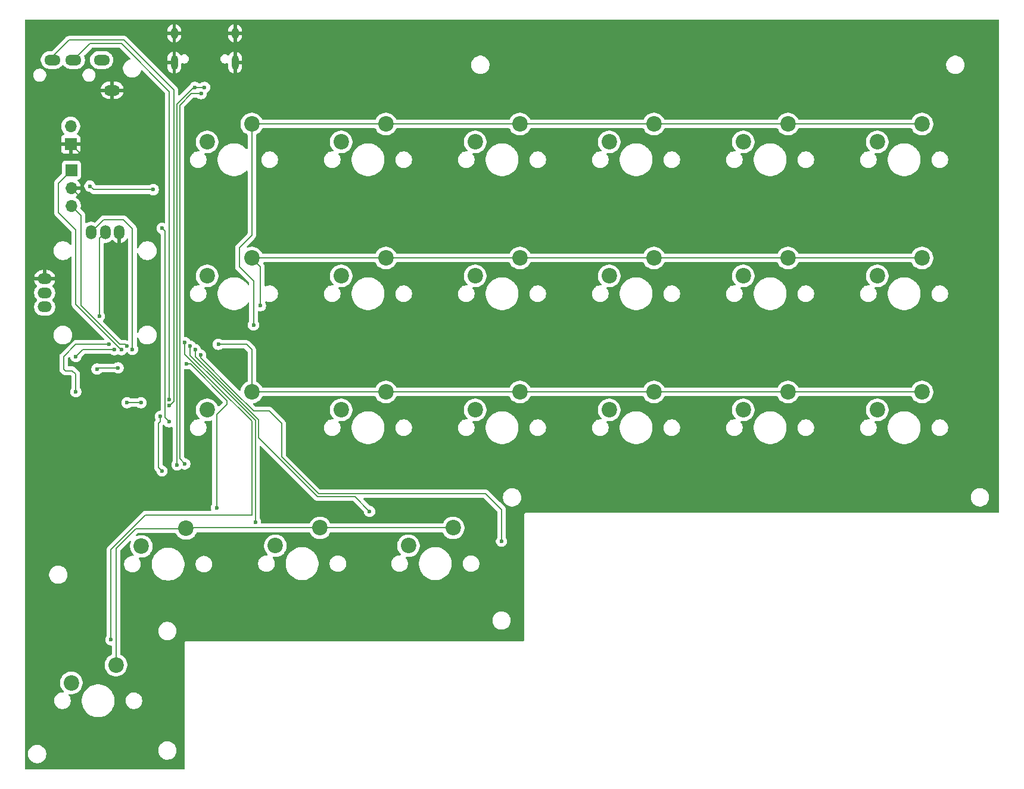
<source format=gbr>
%TF.GenerationSoftware,KiCad,Pcbnew,9.0.0*%
%TF.CreationDate,2025-03-25T03:20:05+09:00*%
%TF.ProjectId,keyboardR,6b657962-6f61-4726-9452-2e6b69636164,rev?*%
%TF.SameCoordinates,Original*%
%TF.FileFunction,Copper,L2,Bot*%
%TF.FilePolarity,Positive*%
%FSLAX46Y46*%
G04 Gerber Fmt 4.6, Leading zero omitted, Abs format (unit mm)*
G04 Created by KiCad (PCBNEW 9.0.0) date 2025-03-25 03:20:05*
%MOMM*%
%LPD*%
G01*
G04 APERTURE LIST*
%TA.AperFunction,ComponentPad*%
%ADD10O,2.300000X1.500000*%
%TD*%
%TA.AperFunction,HeatsinkPad*%
%ADD11O,1.000000X2.100000*%
%TD*%
%TA.AperFunction,HeatsinkPad*%
%ADD12O,1.000000X1.600000*%
%TD*%
%TA.AperFunction,ComponentPad*%
%ADD13C,2.200000*%
%TD*%
%TA.AperFunction,ComponentPad*%
%ADD14O,2.000000X1.500000*%
%TD*%
%TA.AperFunction,ComponentPad*%
%ADD15O,1.500000X2.000000*%
%TD*%
%TA.AperFunction,ComponentPad*%
%ADD16R,1.700000X1.700000*%
%TD*%
%TA.AperFunction,ComponentPad*%
%ADD17O,1.700000X1.700000*%
%TD*%
%TA.AperFunction,ViaPad*%
%ADD18C,0.600000*%
%TD*%
%TA.AperFunction,Conductor*%
%ADD19C,0.200000*%
%TD*%
G04 APERTURE END LIST*
D10*
%TO.P,J4,R1*%
%TO.N,GPIO1*%
X84663762Y-50324000D03*
%TO.P,J4,R2*%
%TO.N,GPIO0*%
X81663762Y-50324000D03*
%TO.P,J4,S*%
%TO.N,GND*%
X90163762Y-54624000D03*
%TO.P,J4,T*%
%TO.N,+3.3V*%
X88663762Y-50324000D03*
%TD*%
D11*
%TO.P,J1,S1,SHIELD*%
%TO.N,GND*%
X107624762Y-50680000D03*
D12*
X107624762Y-46500000D03*
D11*
X98984762Y-50680000D03*
D12*
X98984762Y-46500000D03*
%TD*%
D13*
%TO.P,SW12,1,A*%
%TO.N,row2*%
X110013762Y-78474000D03*
%TO.P,SW12,2,B*%
%TO.N,Net-(D12-K)*%
X103663762Y-81014000D03*
%TD*%
%TO.P,SW14,1,A*%
%TO.N,row3*%
X186213762Y-97524000D03*
%TO.P,SW14,2,B*%
%TO.N,Net-(D14-K)*%
X179863762Y-100064000D03*
%TD*%
D14*
%TO.P,J5,1,Pin_1*%
%TO.N,GND*%
X80563762Y-81424000D03*
D15*
X91163762Y-74824000D03*
D14*
%TO.P,J5,2,Pin_2*%
%TO.N,GPIO26*%
X80563762Y-83424000D03*
%TO.P,J5,3,Pin_3*%
%TO.N,+3.3V*%
X80563762Y-85424000D03*
D15*
X87163762Y-74824000D03*
%TO.P,J5,4,Pin_4*%
%TO.N,GPIO27*%
X89163762Y-74824000D03*
%TD*%
D13*
%TO.P,SW18,1,A*%
%TO.N,row3*%
X110013762Y-97524000D03*
%TO.P,SW18,2,B*%
%TO.N,Net-(D18-K)*%
X103663762Y-100064000D03*
%TD*%
%TO.P,SW17,1,A*%
%TO.N,row3*%
X129063762Y-97524000D03*
%TO.P,SW17,2,B*%
%TO.N,Net-(D17-K)*%
X122713762Y-100064000D03*
%TD*%
%TO.P,SW20,1,A*%
%TO.N,rowX*%
X119703762Y-116844000D03*
%TO.P,SW20,2,B*%
%TO.N,Net-(D20-K)*%
X113353762Y-119384000D03*
%TD*%
%TO.P,SW1,1,A*%
%TO.N,row1*%
X205263762Y-59424000D03*
%TO.P,SW1,2,B*%
%TO.N,Net-(D1-K)*%
X198913762Y-61964000D03*
%TD*%
%TO.P,SW11,1,A*%
%TO.N,row2*%
X129063762Y-78474000D03*
%TO.P,SW11,2,B*%
%TO.N,Net-(D11-K)*%
X122713762Y-81014000D03*
%TD*%
%TO.P,SW9,1,A*%
%TO.N,row2*%
X167163762Y-78474000D03*
%TO.P,SW9,2,B*%
%TO.N,Net-(D9-K)*%
X160813762Y-81014000D03*
%TD*%
%TO.P,SW10,1,A*%
%TO.N,row2*%
X148113762Y-78474000D03*
%TO.P,SW10,2,B*%
%TO.N,Net-(D10-K)*%
X141763762Y-81014000D03*
%TD*%
%TO.P,SW15,1,A*%
%TO.N,row3*%
X167163762Y-97524000D03*
%TO.P,SW15,2,B*%
%TO.N,Net-(D15-K)*%
X160813762Y-100064000D03*
%TD*%
%TO.P,SW5,1,A*%
%TO.N,row1*%
X129063762Y-59424000D03*
%TO.P,SW5,2,B*%
%TO.N,Net-(D5-K)*%
X122713762Y-61964000D03*
%TD*%
D16*
%TO.P,J3,1,Pin_1*%
%TO.N,GND*%
X84265238Y-62275000D03*
D17*
%TO.P,J3,2,Pin_2*%
%TO.N,/USB_BOOT*%
X84265238Y-59735000D03*
%TD*%
D13*
%TO.P,SW13,1,A*%
%TO.N,row3*%
X205263762Y-97524000D03*
%TO.P,SW13,2,B*%
%TO.N,Net-(D13-K)*%
X198913762Y-100064000D03*
%TD*%
%TO.P,SW2,1,A*%
%TO.N,row1*%
X186213762Y-59424000D03*
%TO.P,SW2,2,B*%
%TO.N,Net-(D2-K)*%
X179863762Y-61964000D03*
%TD*%
%TO.P,SW3,1,A*%
%TO.N,row1*%
X167163762Y-59424000D03*
%TO.P,SW3,2,B*%
%TO.N,Net-(D3-K)*%
X160813762Y-61964000D03*
%TD*%
%TO.P,SW4,1,A*%
%TO.N,row1*%
X148113762Y-59424000D03*
%TO.P,SW4,2,B*%
%TO.N,Net-(D4-K)*%
X141763762Y-61964000D03*
%TD*%
%TO.P,SW6,1,A*%
%TO.N,row1*%
X110013762Y-59424000D03*
%TO.P,SW6,2,B*%
%TO.N,Net-(D6-K)*%
X103663762Y-61964000D03*
%TD*%
%TO.P,SW8,1,A*%
%TO.N,row2*%
X186213762Y-78474000D03*
%TO.P,SW8,2,B*%
%TO.N,Net-(D8-K)*%
X179863762Y-81014000D03*
%TD*%
%TO.P,SW22,1,A*%
%TO.N,rowX*%
X90703762Y-136344000D03*
%TO.P,SW22,2,B*%
%TO.N,Net-(D22-K)*%
X84353762Y-138884000D03*
%TD*%
D16*
%TO.P,J2,1,Pin_1*%
%TO.N,Net-(J2-Pin_1)*%
X84365238Y-65975000D03*
D17*
%TO.P,J2,2,Pin_2*%
%TO.N,GND*%
X84365238Y-68515000D03*
%TO.P,J2,3,Pin_3*%
%TO.N,Net-(J2-Pin_3)*%
X84365238Y-71055000D03*
%TD*%
D13*
%TO.P,SW19,1,A*%
%TO.N,rowX*%
X138623762Y-116844000D03*
%TO.P,SW19,2,B*%
%TO.N,Net-(D19-K)*%
X132273762Y-119384000D03*
%TD*%
%TO.P,SW7,1,A*%
%TO.N,row2*%
X205263762Y-78474000D03*
%TO.P,SW7,2,B*%
%TO.N,Net-(D7-K)*%
X198913762Y-81014000D03*
%TD*%
%TO.P,SW16,1,A*%
%TO.N,row3*%
X148113762Y-97524000D03*
%TO.P,SW16,2,B*%
%TO.N,Net-(D16-K)*%
X141763762Y-100064000D03*
%TD*%
%TO.P,SW21,1,A*%
%TO.N,rowX*%
X100663762Y-116924000D03*
%TO.P,SW21,2,B*%
%TO.N,Net-(D21-K)*%
X94313762Y-119464000D03*
%TD*%
D18*
%TO.N,GND*%
X121500000Y-87500000D03*
X166750000Y-50250000D03*
X91250000Y-83000000D03*
X194250000Y-60750000D03*
X149500000Y-105250000D03*
X87000000Y-102250000D03*
X208500000Y-106750000D03*
X197500000Y-90500000D03*
X81750000Y-117500000D03*
X93750000Y-94500000D03*
X104750000Y-87250000D03*
X169000000Y-104750000D03*
X160750000Y-86750000D03*
X102500000Y-58500000D03*
X96250000Y-147750000D03*
X129750000Y-104750000D03*
X87250000Y-97500000D03*
X90750000Y-72000000D03*
X127750000Y-67250000D03*
X209000000Y-47000000D03*
X80000000Y-135500000D03*
X169000000Y-67250000D03*
X188000000Y-106000000D03*
X208750000Y-72750000D03*
X101750000Y-127000000D03*
X181500000Y-87250000D03*
X119750000Y-48750000D03*
X146500000Y-88250000D03*
X141500000Y-68000000D03*
X138750000Y-125750000D03*
X93583632Y-104379514D03*
X96284762Y-60274000D03*
X104500000Y-68500000D03*
X114000000Y-73000000D03*
X123000000Y-130750000D03*
X179500000Y-67250000D03*
%TO.N,+3.3V*%
X97000000Y-101000000D03*
X93050721Y-91450002D03*
X97250000Y-108750000D03*
%TO.N,+1V1*%
X92273367Y-99055880D03*
X91009999Y-94091780D03*
X94252472Y-99055880D03*
X88000000Y-94250000D03*
%TO.N,XIN*%
X85000000Y-97500000D03*
X89750000Y-90750000D03*
%TO.N,XOUT*%
X85000000Y-92500000D03*
X90500000Y-91500000D03*
%TO.N,Net-(J1-D+-PadA6)*%
X99375000Y-107875000D03*
X101925000Y-54200000D03*
X103300000Y-54200000D03*
%TO.N,Net-(J1-D--PadA7)*%
X100500000Y-107750000D03*
X102800000Y-55100000D03*
%TO.N,Net-(J2-Pin_1)*%
X91500000Y-91500000D03*
%TO.N,/USB_BOOT*%
X87000000Y-68250000D03*
X96000000Y-68750000D03*
%TO.N,GPIO27*%
X88357926Y-86732865D03*
%TO.N,colX1*%
X102750000Y-92250000D03*
X145500000Y-118750000D03*
%TO.N,colX2*%
X126750000Y-114500000D03*
X102000000Y-91500000D03*
%TO.N,colX3*%
X110500000Y-116000000D03*
X101250000Y-91000000D03*
%TO.N,QSPI_SS*%
X97250000Y-74250000D03*
X98250000Y-101750000D03*
%TO.N,row1*%
X110250000Y-88000000D03*
%TO.N,row2*%
X111250000Y-85250000D03*
%TO.N,row3*%
X105250000Y-90750000D03*
%TO.N,Net-(J2-Pin_3)*%
X92250000Y-91000000D03*
%TO.N,GPIO1*%
X98299695Y-98571043D03*
%TO.N,GPIO0*%
X98275079Y-99403876D03*
%TO.N,colX4*%
X90000000Y-132750000D03*
X100500000Y-90500000D03*
%TO.N,rowX*%
X100750000Y-93500000D03*
X105000000Y-114000000D03*
%TD*%
D19*
%TO.N,GND*%
X93750000Y-95750000D02*
X93750000Y-94500000D01*
X87850238Y-72000000D02*
X84365238Y-68515000D01*
X93058762Y-63500000D02*
X96284762Y-60274000D01*
X87750000Y-97000000D02*
X92500000Y-97000000D01*
X90750000Y-72000000D02*
X87850238Y-72000000D01*
X92500000Y-97000000D02*
X93750000Y-95750000D01*
X93583632Y-104379514D02*
X88129514Y-104379514D01*
X84265238Y-62275000D02*
X85490238Y-63500000D01*
X88129514Y-104379514D02*
X87000000Y-103250000D01*
X87250000Y-97500000D02*
X87750000Y-97000000D01*
X87000000Y-103250000D02*
X87000000Y-102250000D01*
X85490238Y-63500000D02*
X93058762Y-63500000D01*
%TO.N,+3.3V*%
X88987762Y-73000000D02*
X87163762Y-74824000D01*
X97000000Y-101000000D02*
X97000000Y-101750000D01*
X93050721Y-91450002D02*
X93050721Y-74300721D01*
X91750000Y-73000000D02*
X88987762Y-73000000D01*
X93050721Y-74300721D02*
X91750000Y-73000000D01*
X96750000Y-102000000D02*
X96750000Y-108250000D01*
X96750000Y-108250000D02*
X97250000Y-108750000D01*
X97000000Y-101750000D02*
X96750000Y-102000000D01*
%TO.N,+1V1*%
X94252472Y-99055880D02*
X92273367Y-99055880D01*
X91009999Y-94091780D02*
X88158220Y-94091780D01*
X88158220Y-94091780D02*
X88000000Y-94250000D01*
%TO.N,XIN*%
X83250000Y-94250000D02*
X83500000Y-94500000D01*
X83250000Y-92500000D02*
X83250000Y-94250000D01*
X83500000Y-94500000D02*
X84500000Y-94500000D01*
X84500000Y-94500000D02*
X85000000Y-95000000D01*
X85000000Y-90750000D02*
X83250000Y-92500000D01*
X85000000Y-95000000D02*
X85000000Y-97500000D01*
X89750000Y-90750000D02*
X85000000Y-90750000D01*
%TO.N,XOUT*%
X86000000Y-91500000D02*
X87000000Y-91500000D01*
X90500000Y-91500000D02*
X87000000Y-91500000D01*
X85000000Y-92500000D02*
X86000000Y-91500000D01*
%TO.N,Net-(J1-D+-PadA6)*%
X101925000Y-54200000D02*
X103300000Y-54200000D01*
X99331792Y-107831792D02*
X99375000Y-107875000D01*
X99331792Y-56575000D02*
X99331792Y-107831792D01*
X101706792Y-54200000D02*
X99331792Y-56575000D01*
X101925000Y-54200000D02*
X101706792Y-54200000D01*
%TO.N,Net-(J1-D--PadA7)*%
X101400000Y-55100000D02*
X99750000Y-56750000D01*
X102800000Y-55100000D02*
X101400000Y-55100000D01*
X100500000Y-107750000D02*
X99750000Y-107000000D01*
X99750000Y-107000000D02*
X99750000Y-56750000D01*
%TO.N,Net-(J2-Pin_1)*%
X84365238Y-65975000D02*
X82500000Y-67840238D01*
X85000000Y-74500000D02*
X85000000Y-85065686D01*
X91434314Y-91500000D02*
X91500000Y-91500000D01*
X85000000Y-85065686D02*
X91434314Y-91500000D01*
X82500000Y-72000000D02*
X85000000Y-74500000D01*
X82500000Y-67840238D02*
X82500000Y-72000000D01*
%TO.N,/USB_BOOT*%
X96000000Y-68750000D02*
X87500000Y-68750000D01*
X87500000Y-68750000D02*
X87000000Y-68250000D01*
%TO.N,GPIO27*%
X88357926Y-75629836D02*
X89163762Y-74824000D01*
X88357926Y-86732865D02*
X88357926Y-75629836D01*
%TO.N,colX1*%
X114500000Y-107000000D02*
X119500000Y-112000000D01*
X110282843Y-100217157D02*
X112467157Y-100217157D01*
X119500000Y-112000000D02*
X143250000Y-112000000D01*
X114250000Y-106750000D02*
X114500000Y-107000000D01*
X114250000Y-102000000D02*
X114250000Y-106750000D01*
X112467157Y-100217157D02*
X114250000Y-102000000D01*
X145500000Y-114250000D02*
X145500000Y-118750000D01*
X107532843Y-97467157D02*
X110282843Y-100217157D01*
X102750000Y-92250000D02*
X102750000Y-92684314D01*
X143250000Y-112000000D02*
X145500000Y-114250000D01*
X102750000Y-92684314D02*
X107532843Y-97467157D01*
%TO.N,colX2*%
X102000000Y-92500000D02*
X110952305Y-101452305D01*
X119334314Y-112400000D02*
X124687967Y-112400000D01*
X124687967Y-112400000D02*
X124687967Y-112437967D01*
X110952305Y-104017991D02*
X119334314Y-112400000D01*
X102000000Y-91500000D02*
X102000000Y-92500000D01*
X110952305Y-101452305D02*
X110952305Y-104017991D01*
X124687967Y-112437967D02*
X126750000Y-114500000D01*
%TO.N,colX3*%
X101250000Y-92338363D02*
X105080819Y-96169181D01*
X105080819Y-96169181D02*
X105103495Y-96169181D01*
X101250000Y-91000000D02*
X101250000Y-92338363D01*
X110500000Y-101565686D02*
X110500000Y-116000000D01*
X105103495Y-96169181D02*
X110500000Y-101565686D01*
%TO.N,QSPI_SS*%
X97656348Y-97951384D02*
X97656348Y-74656348D01*
X98250000Y-101750000D02*
X97656348Y-101156348D01*
X97656348Y-101156348D02*
X97656348Y-97951384D01*
X97656348Y-74656348D02*
X97250000Y-74250000D01*
%TO.N,row1*%
X108250000Y-77000000D02*
X110013762Y-75236238D01*
X110013762Y-75236238D02*
X110013762Y-59424000D01*
X110250000Y-88000000D02*
X110250000Y-81750000D01*
X110250000Y-81750000D02*
X108250000Y-79750000D01*
X108250000Y-79750000D02*
X108250000Y-79500000D01*
X205263762Y-59424000D02*
X110013762Y-59424000D01*
X108250000Y-79500000D02*
X108250000Y-77000000D01*
%TO.N,row2*%
X111250000Y-85250000D02*
X111250000Y-79710238D01*
X110013762Y-78474000D02*
X205263762Y-78474000D01*
X111250000Y-79710238D02*
X110013762Y-78474000D01*
%TO.N,row3*%
X105250000Y-90750000D02*
X109250000Y-90750000D01*
X110013762Y-91513762D02*
X110013762Y-97524000D01*
X109250000Y-90750000D02*
X110013762Y-91513762D01*
X205263762Y-97524000D02*
X110013762Y-97524000D01*
X110000000Y-97510238D02*
X110013762Y-97524000D01*
%TO.N,Net-(J2-Pin_3)*%
X91250000Y-90750000D02*
X85750000Y-85250000D01*
X85750000Y-85250000D02*
X85750000Y-72439762D01*
X92000000Y-90750000D02*
X91250000Y-90750000D01*
X85750000Y-72439762D02*
X84365238Y-71055000D01*
X92250000Y-91000000D02*
X92000000Y-90750000D01*
%TO.N,GPIO1*%
X87012610Y-47975152D02*
X91475152Y-47975152D01*
X84663762Y-50324000D02*
X87012610Y-47975152D01*
X91475152Y-47975152D02*
X98299695Y-54799695D01*
X98299695Y-54799695D02*
X98299695Y-98571043D01*
%TO.N,GPIO0*%
X84000000Y-47500000D02*
X91850000Y-47500000D01*
X81663762Y-49836238D02*
X84000000Y-47500000D01*
X98929106Y-54579106D02*
X98929106Y-98820894D01*
X98346124Y-99403876D02*
X98275079Y-99403876D01*
X91850000Y-47500000D02*
X98929106Y-54579106D01*
X98929106Y-98820894D02*
X98346124Y-99403876D01*
X81663762Y-50324000D02*
X81663762Y-49836238D01*
%TO.N,colX4*%
X110000000Y-115000000D02*
X94903601Y-115000000D01*
X100500000Y-90500000D02*
X100500000Y-92166852D01*
X100500000Y-92166852D02*
X105041574Y-96708426D01*
X90000000Y-119903601D02*
X90000000Y-132750000D01*
X105041574Y-96708426D02*
X105077054Y-96708426D01*
X94903601Y-115000000D02*
X90000000Y-119903601D01*
X105041574Y-96708426D02*
X105067806Y-96734658D01*
X105077054Y-96708426D02*
X110000000Y-101631372D01*
X110000000Y-101631372D02*
X110000000Y-115000000D01*
%TO.N,rowX*%
X101267462Y-93500000D02*
X101316593Y-93549131D01*
X90703762Y-136344000D02*
X90703762Y-119796238D01*
X90703762Y-119796238D02*
X93500000Y-117000000D01*
X138623762Y-116844000D02*
X100743762Y-116844000D01*
X93500000Y-117000000D02*
X100587762Y-117000000D01*
X100750000Y-93500000D02*
X101267462Y-93500000D01*
X105000000Y-104000000D02*
X105000000Y-114000000D01*
X106500000Y-98732538D02*
X106500000Y-99250000D01*
X106500000Y-99250000D02*
X105000000Y-100750000D01*
X105000000Y-100750000D02*
X105000000Y-104000000D01*
X100587762Y-117000000D02*
X100663762Y-116924000D01*
X101316593Y-93549131D02*
X106500000Y-98732538D01*
X100743762Y-116844000D02*
X100663762Y-116924000D01*
%TD*%
%TA.AperFunction,Conductor*%
%TO.N,GND*%
G36*
X91413762Y-76299983D02*
G01*
X91456478Y-76293218D01*
X91643599Y-76232418D01*
X91818905Y-76143095D01*
X91978083Y-76027444D01*
X92117205Y-75888322D01*
X92117205Y-75888321D01*
X92225903Y-75738715D01*
X92281233Y-75696050D01*
X92350847Y-75690071D01*
X92412642Y-75722677D01*
X92446999Y-75783516D01*
X92450221Y-75811601D01*
X92450221Y-90075500D01*
X92447670Y-90084185D01*
X92448959Y-90093147D01*
X92437980Y-90117187D01*
X92430536Y-90142539D01*
X92423695Y-90148466D01*
X92419934Y-90156703D01*
X92397699Y-90170992D01*
X92377732Y-90188294D01*
X92367217Y-90190581D01*
X92361156Y-90194477D01*
X92326221Y-90199500D01*
X92278364Y-90199500D01*
X92239820Y-90191834D01*
X92239635Y-90192527D01*
X92231786Y-90190424D01*
X92231785Y-90190423D01*
X92079057Y-90149499D01*
X91920943Y-90149499D01*
X91913347Y-90149499D01*
X91913331Y-90149500D01*
X91550098Y-90149500D01*
X91483059Y-90129815D01*
X91462417Y-90113181D01*
X88873734Y-87524498D01*
X88840249Y-87463175D01*
X88845233Y-87393483D01*
X88873734Y-87349136D01*
X88979712Y-87243157D01*
X88979715Y-87243154D01*
X89067320Y-87112044D01*
X89127663Y-86966362D01*
X89158426Y-86811707D01*
X89158426Y-86654023D01*
X89158426Y-86654020D01*
X89158425Y-86654018D01*
X89127664Y-86499375D01*
X89127663Y-86499368D01*
X89077319Y-86377825D01*
X89067323Y-86353692D01*
X89067316Y-86353679D01*
X88979324Y-86221990D01*
X88958446Y-86155312D01*
X88958426Y-86153099D01*
X88958426Y-76448500D01*
X88978111Y-76381461D01*
X89030915Y-76335706D01*
X89082426Y-76324500D01*
X89262184Y-76324500D01*
X89456588Y-76293709D01*
X89493301Y-76281780D01*
X89643787Y-76232884D01*
X89819167Y-76143524D01*
X89978408Y-76027828D01*
X90076435Y-75929801D01*
X90137758Y-75896316D01*
X90207450Y-75901300D01*
X90251797Y-75929801D01*
X90349440Y-76027444D01*
X90508618Y-76143095D01*
X90683924Y-76232418D01*
X90871045Y-76293218D01*
X90913762Y-76299984D01*
X90913762Y-75262786D01*
X90968839Y-75294585D01*
X91097277Y-75329000D01*
X91230247Y-75329000D01*
X91358685Y-75294585D01*
X91413762Y-75262786D01*
X91413762Y-76299983D01*
G37*
%TD.AperFunction*%
%TA.AperFunction,Conductor*%
G36*
X216127301Y-44570185D02*
G01*
X216173056Y-44622989D01*
X216184262Y-44674500D01*
X216184262Y-114575500D01*
X216164577Y-114642539D01*
X216111773Y-114688294D01*
X216060262Y-114699500D01*
X149024324Y-114699500D01*
X148945200Y-114699500D01*
X148906986Y-114709739D01*
X148868771Y-114719979D01*
X148868766Y-114719982D01*
X148800257Y-114759535D01*
X148800249Y-114759541D01*
X148744303Y-114815487D01*
X148744297Y-114815495D01*
X148704744Y-114884004D01*
X148704741Y-114884009D01*
X148684262Y-114960439D01*
X148684262Y-132825500D01*
X148664577Y-132892539D01*
X148611773Y-132938294D01*
X148560262Y-132949500D01*
X100774324Y-132949500D01*
X100695200Y-132949500D01*
X100656986Y-132959739D01*
X100618771Y-132969979D01*
X100618766Y-132969982D01*
X100550257Y-133009535D01*
X100550249Y-133009541D01*
X100494303Y-133065487D01*
X100494297Y-133065495D01*
X100454744Y-133134004D01*
X100454741Y-133134009D01*
X100434262Y-133210439D01*
X100434262Y-151075500D01*
X100414577Y-151142539D01*
X100361773Y-151188294D01*
X100310262Y-151199500D01*
X77909262Y-151199500D01*
X77842223Y-151179815D01*
X77796468Y-151127011D01*
X77785262Y-151075500D01*
X77785262Y-148897648D01*
X78199500Y-148897648D01*
X78199500Y-149102351D01*
X78231522Y-149304534D01*
X78294781Y-149499223D01*
X78352391Y-149612287D01*
X78381481Y-149669380D01*
X78387715Y-149681613D01*
X78508028Y-149847213D01*
X78652786Y-149991971D01*
X78807749Y-150104556D01*
X78818390Y-150112287D01*
X78934607Y-150171503D01*
X79000776Y-150205218D01*
X79000778Y-150205218D01*
X79000781Y-150205220D01*
X79105137Y-150239127D01*
X79195465Y-150268477D01*
X79296557Y-150284488D01*
X79397648Y-150300500D01*
X79397649Y-150300500D01*
X79602351Y-150300500D01*
X79602352Y-150300500D01*
X79804534Y-150268477D01*
X79999219Y-150205220D01*
X80181610Y-150112287D01*
X80274590Y-150044732D01*
X80347213Y-149991971D01*
X80347215Y-149991968D01*
X80347219Y-149991966D01*
X80491966Y-149847219D01*
X80491968Y-149847215D01*
X80491971Y-149847213D01*
X80595133Y-149705220D01*
X80612287Y-149681610D01*
X80705220Y-149499219D01*
X80768477Y-149304534D01*
X80800500Y-149102352D01*
X80800500Y-148897648D01*
X80768477Y-148695466D01*
X80760286Y-148670258D01*
X80738222Y-148602351D01*
X80705220Y-148500781D01*
X80705217Y-148500777D01*
X80705217Y-148500774D01*
X80678873Y-148449072D01*
X80678872Y-148449071D01*
X80652671Y-148397648D01*
X96699500Y-148397648D01*
X96699500Y-148602351D01*
X96731522Y-148804534D01*
X96794781Y-148999223D01*
X96847328Y-149102351D01*
X96881481Y-149169380D01*
X96887715Y-149181613D01*
X97008028Y-149347213D01*
X97152786Y-149491971D01*
X97307749Y-149604556D01*
X97318390Y-149612287D01*
X97430441Y-149669380D01*
X97500776Y-149705218D01*
X97500778Y-149705218D01*
X97500781Y-149705220D01*
X97605137Y-149739127D01*
X97695465Y-149768477D01*
X97796557Y-149784488D01*
X97897648Y-149800500D01*
X97897649Y-149800500D01*
X98102351Y-149800500D01*
X98102352Y-149800500D01*
X98304534Y-149768477D01*
X98499219Y-149705220D01*
X98681610Y-149612287D01*
X98837231Y-149499223D01*
X98847213Y-149491971D01*
X98847215Y-149491968D01*
X98847219Y-149491966D01*
X98991966Y-149347219D01*
X98991968Y-149347215D01*
X98991971Y-149347213D01*
X99101736Y-149196132D01*
X99112287Y-149181610D01*
X99205220Y-148999219D01*
X99268477Y-148804534D01*
X99300500Y-148602352D01*
X99300500Y-148397648D01*
X99287946Y-148318385D01*
X99268477Y-148195465D01*
X99223240Y-148056242D01*
X99205220Y-148000781D01*
X99205218Y-148000778D01*
X99205218Y-148000776D01*
X99147610Y-147887715D01*
X99112287Y-147818390D01*
X99095134Y-147794781D01*
X98991971Y-147652786D01*
X98847213Y-147508028D01*
X98681613Y-147387715D01*
X98681612Y-147387714D01*
X98681610Y-147387713D01*
X98624653Y-147358691D01*
X98499223Y-147294781D01*
X98304534Y-147231522D01*
X98129995Y-147203878D01*
X98102352Y-147199500D01*
X97897648Y-147199500D01*
X97873329Y-147203351D01*
X97695465Y-147231522D01*
X97500776Y-147294781D01*
X97318386Y-147387715D01*
X97152786Y-147508028D01*
X97008028Y-147652786D01*
X96887715Y-147818386D01*
X96794781Y-148000776D01*
X96731522Y-148195465D01*
X96699500Y-148397648D01*
X80652671Y-148397648D01*
X80645256Y-148383096D01*
X80612287Y-148318390D01*
X80612285Y-148318387D01*
X80612284Y-148318385D01*
X80491971Y-148152786D01*
X80347213Y-148008028D01*
X80181613Y-147887715D01*
X80181612Y-147887714D01*
X80181610Y-147887713D01*
X80124653Y-147858691D01*
X79999223Y-147794781D01*
X79804534Y-147731522D01*
X79629995Y-147703878D01*
X79602352Y-147699500D01*
X79397648Y-147699500D01*
X79373329Y-147703351D01*
X79195465Y-147731522D01*
X79000776Y-147794781D01*
X78818386Y-147887715D01*
X78652786Y-148008028D01*
X78508028Y-148152786D01*
X78387715Y-148318386D01*
X78294781Y-148500776D01*
X78231522Y-148695465D01*
X78199500Y-148897648D01*
X77785262Y-148897648D01*
X77785262Y-141331093D01*
X81903262Y-141331093D01*
X81903262Y-141516906D01*
X81932330Y-141700435D01*
X81932330Y-141700438D01*
X81989748Y-141877152D01*
X82074108Y-142042717D01*
X82183327Y-142193044D01*
X82314718Y-142324435D01*
X82465045Y-142433654D01*
X82630607Y-142518012D01*
X82630609Y-142518013D01*
X82807324Y-142575431D01*
X82807325Y-142575431D01*
X82807328Y-142575432D01*
X82990855Y-142604500D01*
X82990856Y-142604500D01*
X83176668Y-142604500D01*
X83176669Y-142604500D01*
X83360196Y-142575432D01*
X83360199Y-142575431D01*
X83360200Y-142575431D01*
X83536914Y-142518013D01*
X83536914Y-142518012D01*
X83536917Y-142518012D01*
X83702479Y-142433654D01*
X83852806Y-142324435D01*
X83984197Y-142193044D01*
X84093416Y-142042717D01*
X84177774Y-141877155D01*
X84235194Y-141700434D01*
X84264262Y-141516907D01*
X84264262Y-141331093D01*
X84254783Y-141271243D01*
X85833262Y-141271243D01*
X85833262Y-141576756D01*
X85873137Y-141879630D01*
X85952207Y-142174722D01*
X86069111Y-142456955D01*
X86069119Y-142456972D01*
X86137512Y-142575431D01*
X86221865Y-142721534D01*
X86221867Y-142721537D01*
X86221868Y-142721538D01*
X86407838Y-142963900D01*
X86407844Y-142963907D01*
X86623854Y-143179917D01*
X86623860Y-143179922D01*
X86866228Y-143365897D01*
X87036268Y-143464070D01*
X87130789Y-143518642D01*
X87130794Y-143518644D01*
X87130797Y-143518646D01*
X87130801Y-143518647D01*
X87130806Y-143518650D01*
X87220317Y-143555726D01*
X87413040Y-143635555D01*
X87708129Y-143714624D01*
X88011013Y-143754500D01*
X88011020Y-143754500D01*
X88316504Y-143754500D01*
X88316511Y-143754500D01*
X88619395Y-143714624D01*
X88914484Y-143635555D01*
X89196727Y-143518646D01*
X89461296Y-143365897D01*
X89703664Y-143179922D01*
X89919684Y-142963902D01*
X90105659Y-142721534D01*
X90258408Y-142456965D01*
X90375317Y-142174722D01*
X90454386Y-141879633D01*
X90494262Y-141576749D01*
X90494262Y-141331093D01*
X92063262Y-141331093D01*
X92063262Y-141516906D01*
X92092330Y-141700435D01*
X92092330Y-141700438D01*
X92149748Y-141877152D01*
X92234108Y-142042717D01*
X92343327Y-142193044D01*
X92474718Y-142324435D01*
X92625045Y-142433654D01*
X92790607Y-142518012D01*
X92790609Y-142518013D01*
X92967324Y-142575431D01*
X92967325Y-142575431D01*
X92967328Y-142575432D01*
X93150855Y-142604500D01*
X93150856Y-142604500D01*
X93336668Y-142604500D01*
X93336669Y-142604500D01*
X93520196Y-142575432D01*
X93520199Y-142575431D01*
X93520200Y-142575431D01*
X93696914Y-142518013D01*
X93696914Y-142518012D01*
X93696917Y-142518012D01*
X93862479Y-142433654D01*
X94012806Y-142324435D01*
X94144197Y-142193044D01*
X94253416Y-142042717D01*
X94337774Y-141877155D01*
X94395194Y-141700434D01*
X94424262Y-141516907D01*
X94424262Y-141331093D01*
X94395194Y-141147566D01*
X94395193Y-141147562D01*
X94395193Y-141147561D01*
X94337775Y-140970847D01*
X94253415Y-140805282D01*
X94253413Y-140805279D01*
X94144197Y-140654956D01*
X94012806Y-140523565D01*
X93862479Y-140414346D01*
X93816713Y-140391027D01*
X93696914Y-140329986D01*
X93520199Y-140272568D01*
X93382550Y-140250767D01*
X93336669Y-140243500D01*
X93150855Y-140243500D01*
X93091714Y-140252867D01*
X92967326Y-140272568D01*
X92967323Y-140272568D01*
X92790609Y-140329986D01*
X92625044Y-140414346D01*
X92556025Y-140464492D01*
X92474718Y-140523565D01*
X92474716Y-140523567D01*
X92474715Y-140523567D01*
X92343329Y-140654953D01*
X92343329Y-140654954D01*
X92343327Y-140654956D01*
X92296421Y-140719515D01*
X92234108Y-140805282D01*
X92149748Y-140970847D01*
X92092330Y-141147561D01*
X92092330Y-141147564D01*
X92063262Y-141331093D01*
X90494262Y-141331093D01*
X90494262Y-141271251D01*
X90454386Y-140968367D01*
X90375317Y-140673278D01*
X90258408Y-140391035D01*
X90258406Y-140391032D01*
X90258404Y-140391027D01*
X90178638Y-140252870D01*
X90105659Y-140126466D01*
X89952338Y-139926654D01*
X89919685Y-139884099D01*
X89919679Y-139884092D01*
X89703669Y-139668082D01*
X89703662Y-139668076D01*
X89461300Y-139482106D01*
X89461299Y-139482105D01*
X89461296Y-139482103D01*
X89355812Y-139421202D01*
X89196734Y-139329357D01*
X89196717Y-139329349D01*
X88914484Y-139212445D01*
X88619392Y-139133375D01*
X88316518Y-139093500D01*
X88316511Y-139093500D01*
X88011013Y-139093500D01*
X88011005Y-139093500D01*
X87708131Y-139133375D01*
X87413039Y-139212445D01*
X87130806Y-139329349D01*
X87130789Y-139329357D01*
X86866223Y-139482106D01*
X86623861Y-139668076D01*
X86623854Y-139668082D01*
X86407844Y-139884092D01*
X86407838Y-139884099D01*
X86221868Y-140126461D01*
X86069119Y-140391027D01*
X86069111Y-140391044D01*
X85952207Y-140673277D01*
X85873137Y-140968369D01*
X85833262Y-141271243D01*
X84254783Y-141271243D01*
X84235194Y-141147566D01*
X84235193Y-141147562D01*
X84235193Y-141147561D01*
X84177775Y-140970847D01*
X84176511Y-140968367D01*
X84093416Y-140805283D01*
X83988532Y-140660922D01*
X83965052Y-140595116D01*
X83980877Y-140527062D01*
X84030983Y-140478367D01*
X84099461Y-140464492D01*
X84108226Y-140465561D01*
X84227800Y-140484500D01*
X84227802Y-140484500D01*
X84479723Y-140484500D01*
X84479724Y-140484500D01*
X84728547Y-140445090D01*
X84968141Y-140367241D01*
X85192607Y-140252870D01*
X85396418Y-140104793D01*
X85574555Y-139926656D01*
X85722632Y-139722845D01*
X85837003Y-139498379D01*
X85914852Y-139258785D01*
X85954262Y-139009962D01*
X85954262Y-138758038D01*
X85914852Y-138509215D01*
X85837003Y-138269621D01*
X85837001Y-138269618D01*
X85837001Y-138269616D01*
X85795509Y-138188184D01*
X85722632Y-138045155D01*
X85620869Y-137905090D01*
X85574560Y-137841350D01*
X85574556Y-137841345D01*
X85396416Y-137663205D01*
X85396411Y-137663201D01*
X85192610Y-137515132D01*
X85192609Y-137515131D01*
X85192607Y-137515130D01*
X85122509Y-137479413D01*
X84968145Y-137400760D01*
X84728547Y-137322910D01*
X84479724Y-137283500D01*
X84227800Y-137283500D01*
X84103388Y-137303205D01*
X83978976Y-137322910D01*
X83739378Y-137400760D01*
X83514913Y-137515132D01*
X83311112Y-137663201D01*
X83311107Y-137663205D01*
X83132967Y-137841345D01*
X83132963Y-137841350D01*
X82984894Y-138045151D01*
X82870522Y-138269616D01*
X82792672Y-138509214D01*
X82753262Y-138758038D01*
X82753262Y-139009961D01*
X82792672Y-139258785D01*
X82870522Y-139498383D01*
X82984894Y-139722848D01*
X83132963Y-139926649D01*
X83132967Y-139926654D01*
X83238132Y-140031819D01*
X83271617Y-140093142D01*
X83266633Y-140162834D01*
X83224761Y-140218767D01*
X83159297Y-140243184D01*
X83150451Y-140243500D01*
X82990855Y-140243500D01*
X82931714Y-140252867D01*
X82807326Y-140272568D01*
X82807323Y-140272568D01*
X82630609Y-140329986D01*
X82465044Y-140414346D01*
X82396025Y-140464492D01*
X82314718Y-140523565D01*
X82314716Y-140523567D01*
X82314715Y-140523567D01*
X82183329Y-140654953D01*
X82183329Y-140654954D01*
X82183327Y-140654956D01*
X82136421Y-140719515D01*
X82074108Y-140805282D01*
X81989748Y-140970847D01*
X81932330Y-141147561D01*
X81932330Y-141147564D01*
X81903262Y-141331093D01*
X77785262Y-141331093D01*
X77785262Y-123397648D01*
X81199500Y-123397648D01*
X81199500Y-123602351D01*
X81231522Y-123804534D01*
X81294781Y-123999223D01*
X81354744Y-124116904D01*
X81381481Y-124169380D01*
X81387715Y-124181613D01*
X81508028Y-124347213D01*
X81652786Y-124491971D01*
X81807749Y-124604556D01*
X81818390Y-124612287D01*
X81934607Y-124671503D01*
X82000776Y-124705218D01*
X82000778Y-124705218D01*
X82000781Y-124705220D01*
X82105137Y-124739127D01*
X82195465Y-124768477D01*
X82296557Y-124784488D01*
X82397648Y-124800500D01*
X82397649Y-124800500D01*
X82602351Y-124800500D01*
X82602352Y-124800500D01*
X82804534Y-124768477D01*
X82999219Y-124705220D01*
X83181610Y-124612287D01*
X83274590Y-124544732D01*
X83347213Y-124491971D01*
X83347215Y-124491968D01*
X83347219Y-124491966D01*
X83491966Y-124347219D01*
X83491968Y-124347215D01*
X83491971Y-124347213D01*
X83559330Y-124254499D01*
X83612287Y-124181610D01*
X83705220Y-123999219D01*
X83768477Y-123804534D01*
X83800500Y-123602352D01*
X83800500Y-123397648D01*
X83768477Y-123195465D01*
X83736812Y-123098012D01*
X83705220Y-123000781D01*
X83705218Y-123000778D01*
X83705218Y-123000776D01*
X83656129Y-122904435D01*
X83612287Y-122818390D01*
X83579343Y-122773046D01*
X83491971Y-122652786D01*
X83347213Y-122508028D01*
X83181613Y-122387715D01*
X83181612Y-122387714D01*
X83181610Y-122387713D01*
X83124653Y-122358691D01*
X82999223Y-122294781D01*
X82804534Y-122231522D01*
X82629995Y-122203878D01*
X82602352Y-122199500D01*
X82397648Y-122199500D01*
X82373329Y-122203351D01*
X82195465Y-122231522D01*
X82000776Y-122294781D01*
X81818386Y-122387715D01*
X81652786Y-122508028D01*
X81508028Y-122652786D01*
X81387715Y-122818386D01*
X81294781Y-123000776D01*
X81231522Y-123195465D01*
X81199500Y-123397648D01*
X77785262Y-123397648D01*
X77785262Y-98977033D01*
X91472867Y-98977033D01*
X91472867Y-99134726D01*
X91503628Y-99289369D01*
X91503631Y-99289381D01*
X91563969Y-99435052D01*
X91563976Y-99435065D01*
X91651577Y-99566168D01*
X91651580Y-99566172D01*
X91763074Y-99677666D01*
X91763078Y-99677669D01*
X91894181Y-99765270D01*
X91894194Y-99765277D01*
X92039865Y-99825615D01*
X92039870Y-99825617D01*
X92190146Y-99855509D01*
X92194520Y-99856379D01*
X92194523Y-99856380D01*
X92194525Y-99856380D01*
X92352211Y-99856380D01*
X92352212Y-99856379D01*
X92506864Y-99825617D01*
X92652546Y-99765274D01*
X92695403Y-99736638D01*
X92784242Y-99677278D01*
X92850920Y-99656400D01*
X92853133Y-99656380D01*
X93672706Y-99656380D01*
X93739745Y-99676065D01*
X93741597Y-99677278D01*
X93873286Y-99765270D01*
X93873299Y-99765277D01*
X94018970Y-99825615D01*
X94018975Y-99825617D01*
X94169251Y-99855509D01*
X94173625Y-99856379D01*
X94173628Y-99856380D01*
X94173630Y-99856380D01*
X94331316Y-99856380D01*
X94331317Y-99856379D01*
X94485969Y-99825617D01*
X94631651Y-99765274D01*
X94762761Y-99677669D01*
X94874261Y-99566169D01*
X94961866Y-99435059D01*
X95022209Y-99289377D01*
X95052972Y-99134722D01*
X95052972Y-98977038D01*
X95052972Y-98977035D01*
X95052971Y-98977033D01*
X95050560Y-98964910D01*
X95022209Y-98822383D01*
X95022207Y-98822378D01*
X94961869Y-98676707D01*
X94961862Y-98676694D01*
X94874261Y-98545591D01*
X94874258Y-98545587D01*
X94762764Y-98434093D01*
X94762760Y-98434090D01*
X94631657Y-98346489D01*
X94631644Y-98346482D01*
X94485973Y-98286144D01*
X94485961Y-98286141D01*
X94331317Y-98255380D01*
X94331314Y-98255380D01*
X94173630Y-98255380D01*
X94173627Y-98255380D01*
X94018982Y-98286141D01*
X94018970Y-98286144D01*
X93873299Y-98346482D01*
X93873286Y-98346489D01*
X93741597Y-98434482D01*
X93674919Y-98455360D01*
X93672706Y-98455380D01*
X92853133Y-98455380D01*
X92786094Y-98435695D01*
X92784242Y-98434482D01*
X92652552Y-98346489D01*
X92652539Y-98346482D01*
X92506868Y-98286144D01*
X92506856Y-98286141D01*
X92352212Y-98255380D01*
X92352209Y-98255380D01*
X92194525Y-98255380D01*
X92194522Y-98255380D01*
X92039877Y-98286141D01*
X92039865Y-98286144D01*
X91894194Y-98346482D01*
X91894181Y-98346489D01*
X91763078Y-98434090D01*
X91763074Y-98434093D01*
X91651580Y-98545587D01*
X91651577Y-98545591D01*
X91563976Y-98676694D01*
X91563969Y-98676707D01*
X91503631Y-98822378D01*
X91503628Y-98822390D01*
X91472867Y-98977033D01*
X77785262Y-98977033D01*
X77785262Y-89318888D01*
X81828262Y-89318888D01*
X81828262Y-89529111D01*
X81861146Y-89736731D01*
X81926103Y-89936651D01*
X81932650Y-89949500D01*
X82021027Y-90122949D01*
X82021542Y-90123958D01*
X82145093Y-90294013D01*
X82145097Y-90294018D01*
X82293743Y-90442664D01*
X82293748Y-90442668D01*
X82395374Y-90516503D01*
X82463807Y-90566222D01*
X82575140Y-90622949D01*
X82651110Y-90661658D01*
X82751070Y-90694136D01*
X82851032Y-90726616D01*
X82947192Y-90741846D01*
X83058651Y-90759500D01*
X83058656Y-90759500D01*
X83268873Y-90759500D01*
X83369524Y-90743557D01*
X83476492Y-90726616D01*
X83676416Y-90661657D01*
X83863717Y-90566222D01*
X84033782Y-90442663D01*
X84182425Y-90294020D01*
X84305984Y-90123955D01*
X84401419Y-89936654D01*
X84466378Y-89736730D01*
X84491914Y-89575500D01*
X84499262Y-89529111D01*
X84499262Y-89318888D01*
X84480131Y-89198106D01*
X84466378Y-89111270D01*
X84401419Y-88911346D01*
X84305984Y-88724045D01*
X84231689Y-88621786D01*
X84182430Y-88553986D01*
X84182426Y-88553981D01*
X84033780Y-88405335D01*
X84033775Y-88405331D01*
X83863720Y-88281780D01*
X83863719Y-88281779D01*
X83863717Y-88281778D01*
X83768945Y-88233489D01*
X83676413Y-88186341D01*
X83476493Y-88121384D01*
X83268873Y-88088500D01*
X83268868Y-88088500D01*
X83058656Y-88088500D01*
X83058651Y-88088500D01*
X82851030Y-88121384D01*
X82651110Y-88186341D01*
X82463803Y-88281780D01*
X82293748Y-88405331D01*
X82293743Y-88405335D01*
X82145097Y-88553981D01*
X82145093Y-88553986D01*
X82021542Y-88724041D01*
X81926103Y-88911348D01*
X81861146Y-89111268D01*
X81828262Y-89318888D01*
X77785262Y-89318888D01*
X77785262Y-83325577D01*
X79063262Y-83325577D01*
X79063262Y-83522422D01*
X79094052Y-83716826D01*
X79154879Y-83904029D01*
X79244238Y-84079405D01*
X79359934Y-84238646D01*
X79359936Y-84238648D01*
X79457607Y-84336319D01*
X79491092Y-84397642D01*
X79486108Y-84467334D01*
X79457607Y-84511681D01*
X79359936Y-84609351D01*
X79359936Y-84609352D01*
X79359934Y-84609354D01*
X79310247Y-84677741D01*
X79244238Y-84768594D01*
X79154879Y-84943970D01*
X79094052Y-85131173D01*
X79063262Y-85325577D01*
X79063262Y-85522422D01*
X79094052Y-85716826D01*
X79154879Y-85904029D01*
X79213836Y-86019738D01*
X79244238Y-86079405D01*
X79359934Y-86238646D01*
X79499116Y-86377828D01*
X79658357Y-86493524D01*
X79741217Y-86535743D01*
X79833732Y-86582882D01*
X79833734Y-86582882D01*
X79833737Y-86582884D01*
X79934079Y-86615487D01*
X80020935Y-86643709D01*
X80215340Y-86674500D01*
X80215345Y-86674500D01*
X80912184Y-86674500D01*
X81106588Y-86643709D01*
X81293787Y-86582884D01*
X81469167Y-86493524D01*
X81628408Y-86377828D01*
X81767590Y-86238646D01*
X81883286Y-86079405D01*
X81972646Y-85904025D01*
X82033471Y-85716826D01*
X82047354Y-85629172D01*
X82064262Y-85522422D01*
X82064262Y-85325577D01*
X82033471Y-85131173D01*
X81984037Y-84979034D01*
X81972646Y-84943975D01*
X81972644Y-84943972D01*
X81972644Y-84943970D01*
X81905304Y-84811809D01*
X81883286Y-84768595D01*
X81767590Y-84609354D01*
X81669917Y-84511681D01*
X81636432Y-84450358D01*
X81641416Y-84380666D01*
X81669917Y-84336319D01*
X81701514Y-84304722D01*
X81767590Y-84238646D01*
X81883286Y-84079405D01*
X81972646Y-83904025D01*
X82033471Y-83716826D01*
X82044545Y-83646906D01*
X82064262Y-83522422D01*
X82064262Y-83325577D01*
X82033471Y-83131173D01*
X81972644Y-82943970D01*
X81925505Y-82851455D01*
X81883286Y-82768595D01*
X81767590Y-82609354D01*
X81669563Y-82511327D01*
X81636078Y-82450004D01*
X81641062Y-82380312D01*
X81669563Y-82335965D01*
X81767205Y-82238322D01*
X81767206Y-82238321D01*
X81882857Y-82079143D01*
X81972180Y-81903837D01*
X82032980Y-81716716D01*
X82039746Y-81674000D01*
X81002549Y-81674000D01*
X81034347Y-81618923D01*
X81068762Y-81490485D01*
X81068762Y-81357515D01*
X81034347Y-81229077D01*
X81002549Y-81174000D01*
X82039746Y-81174000D01*
X82032980Y-81131283D01*
X81972180Y-80944162D01*
X81882857Y-80768856D01*
X81767206Y-80609678D01*
X81628083Y-80470555D01*
X81468905Y-80354904D01*
X81293597Y-80265581D01*
X81106467Y-80204778D01*
X80912144Y-80174000D01*
X80813762Y-80174000D01*
X80813762Y-80985213D01*
X80758685Y-80953415D01*
X80630247Y-80919000D01*
X80497277Y-80919000D01*
X80368839Y-80953415D01*
X80313762Y-80985213D01*
X80313762Y-80174000D01*
X80215380Y-80174000D01*
X80021056Y-80204778D01*
X79833926Y-80265581D01*
X79658618Y-80354904D01*
X79499440Y-80470555D01*
X79360317Y-80609678D01*
X79244666Y-80768856D01*
X79155343Y-80944162D01*
X79094543Y-81131283D01*
X79087778Y-81174000D01*
X80124975Y-81174000D01*
X80093177Y-81229077D01*
X80058762Y-81357515D01*
X80058762Y-81490485D01*
X80093177Y-81618923D01*
X80124975Y-81674000D01*
X79087778Y-81674000D01*
X79094543Y-81716716D01*
X79155343Y-81903837D01*
X79244666Y-82079143D01*
X79360317Y-82238321D01*
X79457960Y-82335964D01*
X79491445Y-82397287D01*
X79486461Y-82466979D01*
X79457961Y-82511325D01*
X79359937Y-82609350D01*
X79359936Y-82609352D01*
X79359934Y-82609354D01*
X79327813Y-82653565D01*
X79244238Y-82768594D01*
X79154879Y-82943970D01*
X79094052Y-83131173D01*
X79063262Y-83325577D01*
X77785262Y-83325577D01*
X77785262Y-77318888D01*
X81828262Y-77318888D01*
X81828262Y-77529111D01*
X81861146Y-77736731D01*
X81926103Y-77936651D01*
X81973822Y-78030304D01*
X82008934Y-78099215D01*
X82021542Y-78123958D01*
X82145093Y-78294013D01*
X82145097Y-78294018D01*
X82293743Y-78442664D01*
X82293748Y-78442668D01*
X82442079Y-78550436D01*
X82463807Y-78566222D01*
X82651108Y-78661657D01*
X82651110Y-78661658D01*
X82751070Y-78694136D01*
X82851032Y-78726616D01*
X82947192Y-78741846D01*
X83058651Y-78759500D01*
X83058656Y-78759500D01*
X83268873Y-78759500D01*
X83369524Y-78743557D01*
X83476492Y-78726616D01*
X83676416Y-78661657D01*
X83863717Y-78566222D01*
X84033782Y-78442663D01*
X84182425Y-78294020D01*
X84182425Y-78294019D01*
X84185870Y-78290575D01*
X84186974Y-78291679D01*
X84239716Y-78257249D01*
X84309584Y-78256750D01*
X84368631Y-78294104D01*
X84398109Y-78357451D01*
X84399500Y-78375974D01*
X84399500Y-84979016D01*
X84399499Y-84979034D01*
X84399499Y-85144740D01*
X84399498Y-85144740D01*
X84406576Y-85171155D01*
X84440423Y-85297471D01*
X84456650Y-85325577D01*
X84469358Y-85347586D01*
X84469359Y-85347590D01*
X84469360Y-85347590D01*
X84519479Y-85434400D01*
X84519481Y-85434403D01*
X84638349Y-85553271D01*
X84638355Y-85553276D01*
X89022898Y-89937819D01*
X89056383Y-89999142D01*
X89051399Y-90068834D01*
X89009527Y-90124767D01*
X88944063Y-90149184D01*
X88935217Y-90149500D01*
X85086670Y-90149500D01*
X85086654Y-90149499D01*
X85079058Y-90149499D01*
X84920943Y-90149499D01*
X84844579Y-90169961D01*
X84768214Y-90190423D01*
X84768209Y-90190426D01*
X84631290Y-90269475D01*
X84631282Y-90269481D01*
X82769481Y-92131282D01*
X82769480Y-92131284D01*
X82727616Y-92203795D01*
X82690423Y-92268215D01*
X82649499Y-92420943D01*
X82649499Y-92420945D01*
X82649499Y-92589046D01*
X82649500Y-92589059D01*
X82649500Y-94163330D01*
X82649499Y-94163348D01*
X82649499Y-94329054D01*
X82649498Y-94329054D01*
X82690423Y-94481785D01*
X82719358Y-94531900D01*
X82719359Y-94531904D01*
X82719360Y-94531904D01*
X82759868Y-94602068D01*
X82769479Y-94618714D01*
X82769481Y-94618717D01*
X82888349Y-94737585D01*
X82888355Y-94737590D01*
X83015139Y-94864374D01*
X83015149Y-94864385D01*
X83019479Y-94868715D01*
X83019480Y-94868716D01*
X83131284Y-94980520D01*
X83131286Y-94980521D01*
X83131290Y-94980524D01*
X83199210Y-95019737D01*
X83268216Y-95059577D01*
X83380019Y-95089534D01*
X83420942Y-95100500D01*
X83420943Y-95100500D01*
X84199903Y-95100500D01*
X84229343Y-95109144D01*
X84259330Y-95115668D01*
X84264345Y-95119422D01*
X84266942Y-95120185D01*
X84287584Y-95136819D01*
X84363181Y-95212416D01*
X84396666Y-95273739D01*
X84399500Y-95300097D01*
X84399500Y-96920234D01*
X84379815Y-96987273D01*
X84378602Y-96989125D01*
X84290609Y-97120814D01*
X84290602Y-97120827D01*
X84230264Y-97266498D01*
X84230261Y-97266510D01*
X84199500Y-97421153D01*
X84199500Y-97578846D01*
X84230261Y-97733489D01*
X84230264Y-97733501D01*
X84290602Y-97879172D01*
X84290609Y-97879185D01*
X84378210Y-98010288D01*
X84378213Y-98010292D01*
X84489707Y-98121786D01*
X84489711Y-98121789D01*
X84620814Y-98209390D01*
X84620827Y-98209397D01*
X84766498Y-98269735D01*
X84766503Y-98269737D01*
X84921153Y-98300499D01*
X84921156Y-98300500D01*
X84921158Y-98300500D01*
X85078844Y-98300500D01*
X85078845Y-98300499D01*
X85233497Y-98269737D01*
X85379179Y-98209394D01*
X85510289Y-98121789D01*
X85621789Y-98010289D01*
X85709394Y-97879179D01*
X85769737Y-97733497D01*
X85800500Y-97578842D01*
X85800500Y-97421158D01*
X85800500Y-97421155D01*
X85800499Y-97421153D01*
X85785217Y-97344326D01*
X85769737Y-97266503D01*
X85760524Y-97244260D01*
X85709397Y-97120827D01*
X85709390Y-97120814D01*
X85621398Y-96989125D01*
X85600520Y-96922447D01*
X85600500Y-96920234D01*
X85600500Y-95089060D01*
X85600501Y-95089047D01*
X85600501Y-94920944D01*
X85600501Y-94920943D01*
X85559577Y-94768216D01*
X85537814Y-94730521D01*
X85480524Y-94631290D01*
X85480518Y-94631282D01*
X85020389Y-94171153D01*
X87199500Y-94171153D01*
X87199500Y-94328846D01*
X87230261Y-94483489D01*
X87230264Y-94483501D01*
X87290602Y-94629172D01*
X87290609Y-94629185D01*
X87378210Y-94760288D01*
X87378213Y-94760292D01*
X87489707Y-94871786D01*
X87489711Y-94871789D01*
X87620814Y-94959390D01*
X87620827Y-94959397D01*
X87766498Y-95019735D01*
X87766503Y-95019737D01*
X87921153Y-95050499D01*
X87921156Y-95050500D01*
X87921158Y-95050500D01*
X88078844Y-95050500D01*
X88078845Y-95050499D01*
X88233497Y-95019737D01*
X88379179Y-94959394D01*
X88510289Y-94871789D01*
X88621789Y-94760289D01*
X88626611Y-94753071D01*
X88630409Y-94747389D01*
X88684022Y-94702584D01*
X88733511Y-94692280D01*
X90430233Y-94692280D01*
X90497272Y-94711965D01*
X90499124Y-94713178D01*
X90630813Y-94801170D01*
X90630826Y-94801177D01*
X90776497Y-94861515D01*
X90776502Y-94861517D01*
X90931152Y-94892279D01*
X90931155Y-94892280D01*
X90931157Y-94892280D01*
X91088843Y-94892280D01*
X91088844Y-94892279D01*
X91243496Y-94861517D01*
X91389178Y-94801174D01*
X91520288Y-94713569D01*
X91631788Y-94602069D01*
X91719393Y-94470959D01*
X91779736Y-94325277D01*
X91810499Y-94170622D01*
X91810499Y-94012938D01*
X91810499Y-94012935D01*
X91810498Y-94012933D01*
X91801831Y-93969360D01*
X91779736Y-93858283D01*
X91766783Y-93827011D01*
X91719396Y-93712607D01*
X91719389Y-93712594D01*
X91631788Y-93581491D01*
X91631785Y-93581487D01*
X91520291Y-93469993D01*
X91520287Y-93469990D01*
X91389184Y-93382389D01*
X91389171Y-93382382D01*
X91243500Y-93322044D01*
X91243488Y-93322041D01*
X91088844Y-93291280D01*
X91088841Y-93291280D01*
X90931157Y-93291280D01*
X90931154Y-93291280D01*
X90776509Y-93322041D01*
X90776497Y-93322044D01*
X90630826Y-93382382D01*
X90630813Y-93382389D01*
X90499124Y-93470382D01*
X90432446Y-93491260D01*
X90430233Y-93491280D01*
X88284758Y-93491280D01*
X88237308Y-93481841D01*
X88233497Y-93480263D01*
X88233495Y-93480262D01*
X88233494Y-93480262D01*
X88233488Y-93480260D01*
X88078845Y-93449500D01*
X88078842Y-93449500D01*
X87921158Y-93449500D01*
X87921155Y-93449500D01*
X87766510Y-93480261D01*
X87766498Y-93480264D01*
X87620827Y-93540602D01*
X87620814Y-93540609D01*
X87489711Y-93628210D01*
X87489707Y-93628213D01*
X87378213Y-93739707D01*
X87378210Y-93739711D01*
X87290609Y-93870814D01*
X87290602Y-93870827D01*
X87230264Y-94016498D01*
X87230261Y-94016510D01*
X87199500Y-94171153D01*
X85020389Y-94171153D01*
X84868717Y-94019481D01*
X84868716Y-94019480D01*
X84781904Y-93969360D01*
X84781904Y-93969359D01*
X84781900Y-93969358D01*
X84731785Y-93940423D01*
X84579057Y-93899499D01*
X84420943Y-93899499D01*
X84413347Y-93899499D01*
X84413331Y-93899500D01*
X83974500Y-93899500D01*
X83907461Y-93879815D01*
X83861706Y-93827011D01*
X83850500Y-93775500D01*
X83850500Y-92800096D01*
X83859144Y-92770655D01*
X83865668Y-92740669D01*
X83869422Y-92735653D01*
X83870185Y-92733057D01*
X83886815Y-92712419D01*
X84005745Y-92593489D01*
X84067067Y-92560005D01*
X84136759Y-92564989D01*
X84192692Y-92606861D01*
X84215042Y-92656979D01*
X84230261Y-92733491D01*
X84230264Y-92733501D01*
X84290602Y-92879172D01*
X84290609Y-92879185D01*
X84378210Y-93010288D01*
X84378213Y-93010292D01*
X84489707Y-93121786D01*
X84489711Y-93121789D01*
X84620814Y-93209390D01*
X84620827Y-93209397D01*
X84766498Y-93269735D01*
X84766503Y-93269737D01*
X84921153Y-93300499D01*
X84921156Y-93300500D01*
X84921158Y-93300500D01*
X85078844Y-93300500D01*
X85078845Y-93300499D01*
X85233497Y-93269737D01*
X85379179Y-93209394D01*
X85510289Y-93121789D01*
X85621789Y-93010289D01*
X85709394Y-92879179D01*
X85769737Y-92733497D01*
X85794927Y-92606861D01*
X85800638Y-92578150D01*
X85833023Y-92516239D01*
X85834514Y-92514720D01*
X86212417Y-92136819D01*
X86273740Y-92103334D01*
X86300098Y-92100500D01*
X86920943Y-92100500D01*
X89920234Y-92100500D01*
X89987273Y-92120185D01*
X89989125Y-92121398D01*
X90120814Y-92209390D01*
X90120827Y-92209397D01*
X90266498Y-92269735D01*
X90266503Y-92269737D01*
X90421153Y-92300499D01*
X90421156Y-92300500D01*
X90421158Y-92300500D01*
X90578844Y-92300500D01*
X90578845Y-92300499D01*
X90733497Y-92269737D01*
X90879179Y-92209394D01*
X90931110Y-92174694D01*
X90997785Y-92153816D01*
X91065165Y-92172300D01*
X91068863Y-92174676D01*
X91120821Y-92209394D01*
X91120823Y-92209395D01*
X91120825Y-92209396D01*
X91266498Y-92269735D01*
X91266503Y-92269737D01*
X91421153Y-92300499D01*
X91421156Y-92300500D01*
X91421158Y-92300500D01*
X91578844Y-92300500D01*
X91578845Y-92300499D01*
X91733497Y-92269737D01*
X91879179Y-92209394D01*
X92010289Y-92121789D01*
X92121789Y-92010289D01*
X92188962Y-91909756D01*
X92242574Y-91864952D01*
X92311898Y-91856245D01*
X92374926Y-91886399D01*
X92395166Y-91909757D01*
X92428931Y-91960291D01*
X92540428Y-92071788D01*
X92540432Y-92071791D01*
X92671535Y-92159392D01*
X92671548Y-92159399D01*
X92792256Y-92209397D01*
X92817224Y-92219739D01*
X92971874Y-92250501D01*
X92971877Y-92250502D01*
X92971879Y-92250502D01*
X93129565Y-92250502D01*
X93129566Y-92250501D01*
X93284218Y-92219739D01*
X93429900Y-92159396D01*
X93561010Y-92071791D01*
X93672510Y-91960291D01*
X93760115Y-91829181D01*
X93820458Y-91683499D01*
X93851221Y-91528844D01*
X93851221Y-91371160D01*
X93851221Y-91371157D01*
X93851220Y-91371155D01*
X93833480Y-91281971D01*
X93820458Y-91216505D01*
X93820456Y-91216500D01*
X93760118Y-91070829D01*
X93760111Y-91070816D01*
X93672119Y-90939127D01*
X93651241Y-90872449D01*
X93651221Y-90870236D01*
X93651221Y-89873554D01*
X93670906Y-89806515D01*
X93723710Y-89760760D01*
X93792868Y-89750816D01*
X93856424Y-89779841D01*
X93893152Y-89835236D01*
X93926103Y-89936651D01*
X93932650Y-89949500D01*
X94021027Y-90122949D01*
X94021542Y-90123958D01*
X94145093Y-90294013D01*
X94145097Y-90294018D01*
X94293743Y-90442664D01*
X94293748Y-90442668D01*
X94395374Y-90516503D01*
X94463807Y-90566222D01*
X94575140Y-90622949D01*
X94651110Y-90661658D01*
X94751070Y-90694136D01*
X94851032Y-90726616D01*
X94947192Y-90741846D01*
X95058651Y-90759500D01*
X95058656Y-90759500D01*
X95268873Y-90759500D01*
X95369524Y-90743557D01*
X95476492Y-90726616D01*
X95676416Y-90661657D01*
X95863717Y-90566222D01*
X96033782Y-90442663D01*
X96182425Y-90294020D01*
X96305984Y-90123955D01*
X96401419Y-89936654D01*
X96466378Y-89736730D01*
X96491914Y-89575500D01*
X96499262Y-89529111D01*
X96499262Y-89318888D01*
X96480131Y-89198106D01*
X96466378Y-89111270D01*
X96401419Y-88911346D01*
X96305984Y-88724045D01*
X96231689Y-88621786D01*
X96182430Y-88553986D01*
X96182426Y-88553981D01*
X96033780Y-88405335D01*
X96033775Y-88405331D01*
X95863720Y-88281780D01*
X95863719Y-88281779D01*
X95863717Y-88281778D01*
X95768945Y-88233489D01*
X95676413Y-88186341D01*
X95476493Y-88121384D01*
X95268873Y-88088500D01*
X95268868Y-88088500D01*
X95058656Y-88088500D01*
X95058651Y-88088500D01*
X94851030Y-88121384D01*
X94651110Y-88186341D01*
X94463803Y-88281780D01*
X94293748Y-88405331D01*
X94293743Y-88405335D01*
X94145097Y-88553981D01*
X94145093Y-88553986D01*
X94021542Y-88724041D01*
X93926103Y-88911348D01*
X93893152Y-89012763D01*
X93853715Y-89070439D01*
X93789356Y-89097637D01*
X93720510Y-89085722D01*
X93669034Y-89038478D01*
X93651221Y-88974445D01*
X93651221Y-77873554D01*
X93670906Y-77806515D01*
X93723710Y-77760760D01*
X93792868Y-77750816D01*
X93856424Y-77779841D01*
X93893152Y-77835236D01*
X93926103Y-77936651D01*
X93973822Y-78030304D01*
X94008934Y-78099215D01*
X94021542Y-78123958D01*
X94145093Y-78294013D01*
X94145097Y-78294018D01*
X94293743Y-78442664D01*
X94293748Y-78442668D01*
X94442079Y-78550436D01*
X94463807Y-78566222D01*
X94651108Y-78661657D01*
X94651110Y-78661658D01*
X94751070Y-78694136D01*
X94851032Y-78726616D01*
X94947192Y-78741846D01*
X95058651Y-78759500D01*
X95058656Y-78759500D01*
X95268873Y-78759500D01*
X95369524Y-78743557D01*
X95476492Y-78726616D01*
X95676416Y-78661657D01*
X95863717Y-78566222D01*
X96033782Y-78442663D01*
X96182425Y-78294020D01*
X96305984Y-78123955D01*
X96401419Y-77936654D01*
X96466378Y-77736730D01*
X96483319Y-77629762D01*
X96499262Y-77529111D01*
X96499262Y-77318888D01*
X96480131Y-77198106D01*
X96466378Y-77111270D01*
X96421921Y-76974445D01*
X96401420Y-76911348D01*
X96347216Y-76804968D01*
X96305984Y-76724045D01*
X96238590Y-76631285D01*
X96182430Y-76553986D01*
X96182426Y-76553981D01*
X96033780Y-76405335D01*
X96033775Y-76405331D01*
X95863720Y-76281780D01*
X95863719Y-76281779D01*
X95863717Y-76281778D01*
X95770066Y-76234060D01*
X95676413Y-76186341D01*
X95476493Y-76121384D01*
X95268873Y-76088500D01*
X95268868Y-76088500D01*
X95058656Y-76088500D01*
X95058651Y-76088500D01*
X94851030Y-76121384D01*
X94651110Y-76186341D01*
X94463803Y-76281780D01*
X94293748Y-76405331D01*
X94293743Y-76405335D01*
X94145097Y-76553981D01*
X94145093Y-76553986D01*
X94021542Y-76724041D01*
X93926103Y-76911348D01*
X93893152Y-77012763D01*
X93853715Y-77070439D01*
X93789356Y-77097637D01*
X93720510Y-77085722D01*
X93669034Y-77038478D01*
X93651221Y-76974445D01*
X93651221Y-74221664D01*
X93651220Y-74221660D01*
X93641647Y-74185932D01*
X93641647Y-74185931D01*
X93610298Y-74068936D01*
X93580025Y-74016503D01*
X93531241Y-73932005D01*
X93419437Y-73820201D01*
X93419436Y-73820200D01*
X93415106Y-73815870D01*
X93415095Y-73815860D01*
X92237590Y-72638355D01*
X92237588Y-72638352D01*
X92118717Y-72519481D01*
X92118716Y-72519480D01*
X92031904Y-72469360D01*
X92031904Y-72469359D01*
X92031900Y-72469358D01*
X91981785Y-72440423D01*
X91829057Y-72399499D01*
X91670943Y-72399499D01*
X91663347Y-72399499D01*
X91663331Y-72399500D01*
X89074432Y-72399500D01*
X89074416Y-72399499D01*
X89066820Y-72399499D01*
X88908705Y-72399499D01*
X88832341Y-72419961D01*
X88755976Y-72440423D01*
X88755971Y-72440426D01*
X88619052Y-72519475D01*
X88619044Y-72519481D01*
X87757614Y-73380911D01*
X87696291Y-73414396D01*
X87631614Y-73411161D01*
X87594324Y-73399044D01*
X87456588Y-73354290D01*
X87262184Y-73323500D01*
X87262179Y-73323500D01*
X87065345Y-73323500D01*
X87065340Y-73323500D01*
X86870935Y-73354290D01*
X86683729Y-73415118D01*
X86530794Y-73493043D01*
X86462125Y-73505939D01*
X86397385Y-73479662D01*
X86357128Y-73422556D01*
X86350500Y-73382558D01*
X86350500Y-72360707D01*
X86350500Y-72360705D01*
X86310133Y-72210051D01*
X86309577Y-72207977D01*
X86295646Y-72183850D01*
X86280639Y-72157856D01*
X86280637Y-72157854D01*
X86238636Y-72085104D01*
X86230520Y-72071046D01*
X86118716Y-71959242D01*
X86118715Y-71959241D01*
X86114385Y-71954911D01*
X86114374Y-71954901D01*
X85698995Y-71539522D01*
X85665510Y-71478199D01*
X85668745Y-71413523D01*
X85682484Y-71371243D01*
X85715738Y-71161287D01*
X85715738Y-70948713D01*
X85682484Y-70738757D01*
X85616795Y-70536588D01*
X85520289Y-70347184D01*
X85520287Y-70347181D01*
X85520286Y-70347179D01*
X85395347Y-70175213D01*
X85245024Y-70024890D01*
X85073055Y-69899949D01*
X85063742Y-69895204D01*
X85012945Y-69847230D01*
X84996150Y-69779409D01*
X85018687Y-69713274D01*
X85063745Y-69674232D01*
X85072796Y-69669620D01*
X85244697Y-69544727D01*
X85244702Y-69544723D01*
X85394961Y-69394464D01*
X85394965Y-69394459D01*
X85519858Y-69222557D01*
X85616333Y-69033217D01*
X85681995Y-68831129D01*
X85681995Y-68831126D01*
X85692469Y-68765000D01*
X84798250Y-68765000D01*
X84831163Y-68707993D01*
X84865238Y-68580826D01*
X84865238Y-68449174D01*
X84831163Y-68322007D01*
X84798250Y-68265000D01*
X85692469Y-68265000D01*
X85681995Y-68198873D01*
X85681994Y-68198867D01*
X85672989Y-68171153D01*
X86199500Y-68171153D01*
X86199500Y-68328846D01*
X86230261Y-68483489D01*
X86230264Y-68483501D01*
X86290602Y-68629172D01*
X86290609Y-68629185D01*
X86378210Y-68760288D01*
X86378213Y-68760292D01*
X86489707Y-68871786D01*
X86489711Y-68871789D01*
X86620814Y-68959390D01*
X86620827Y-68959397D01*
X86755067Y-69015000D01*
X86766503Y-69019737D01*
X86921158Y-69050500D01*
X86921847Y-69050637D01*
X86983758Y-69083022D01*
X86985337Y-69084573D01*
X87131284Y-69230520D01*
X87131286Y-69230521D01*
X87131290Y-69230524D01*
X87268209Y-69309573D01*
X87268216Y-69309577D01*
X87420943Y-69350501D01*
X87420945Y-69350501D01*
X87586654Y-69350501D01*
X87586670Y-69350500D01*
X95420234Y-69350500D01*
X95487273Y-69370185D01*
X95489125Y-69371398D01*
X95620814Y-69459390D01*
X95620827Y-69459397D01*
X95766498Y-69519735D01*
X95766503Y-69519737D01*
X95921153Y-69550499D01*
X95921156Y-69550500D01*
X95921158Y-69550500D01*
X96078844Y-69550500D01*
X96078845Y-69550499D01*
X96233497Y-69519737D01*
X96379179Y-69459394D01*
X96510289Y-69371789D01*
X96621789Y-69260289D01*
X96709394Y-69129179D01*
X96769737Y-68983497D01*
X96800500Y-68828842D01*
X96800500Y-68671158D01*
X96800500Y-68671155D01*
X96800499Y-68671153D01*
X96792148Y-68629172D01*
X96769737Y-68516503D01*
X96716924Y-68389000D01*
X96709397Y-68370827D01*
X96709390Y-68370814D01*
X96621789Y-68239711D01*
X96621786Y-68239707D01*
X96510292Y-68128213D01*
X96510288Y-68128210D01*
X96379185Y-68040609D01*
X96379172Y-68040602D01*
X96233501Y-67980264D01*
X96233489Y-67980261D01*
X96078845Y-67949500D01*
X96078842Y-67949500D01*
X95921158Y-67949500D01*
X95921155Y-67949500D01*
X95766510Y-67980261D01*
X95766498Y-67980264D01*
X95620827Y-68040602D01*
X95620814Y-68040609D01*
X95489125Y-68128602D01*
X95422447Y-68149480D01*
X95420234Y-68149500D01*
X87897956Y-68149500D01*
X87830917Y-68129815D01*
X87785162Y-68077011D01*
X87776339Y-68049691D01*
X87769738Y-68016510D01*
X87769737Y-68016503D01*
X87769735Y-68016498D01*
X87709397Y-67870827D01*
X87709390Y-67870814D01*
X87621789Y-67739711D01*
X87621786Y-67739707D01*
X87510292Y-67628213D01*
X87510288Y-67628210D01*
X87379185Y-67540609D01*
X87379172Y-67540602D01*
X87233501Y-67480264D01*
X87233489Y-67480261D01*
X87078845Y-67449500D01*
X87078842Y-67449500D01*
X86921158Y-67449500D01*
X86921155Y-67449500D01*
X86766510Y-67480261D01*
X86766498Y-67480264D01*
X86620827Y-67540602D01*
X86620814Y-67540609D01*
X86489711Y-67628210D01*
X86489707Y-67628213D01*
X86378213Y-67739707D01*
X86378210Y-67739711D01*
X86290609Y-67870814D01*
X86290602Y-67870827D01*
X86230264Y-68016498D01*
X86230261Y-68016510D01*
X86199500Y-68171153D01*
X85672989Y-68171153D01*
X85616333Y-67996782D01*
X85519858Y-67807442D01*
X85394965Y-67635540D01*
X85394961Y-67635535D01*
X85281291Y-67521865D01*
X85247806Y-67460542D01*
X85252790Y-67390850D01*
X85294662Y-67334917D01*
X85325638Y-67318002D01*
X85457569Y-67268796D01*
X85572784Y-67182546D01*
X85659034Y-67067331D01*
X85709329Y-66932483D01*
X85715738Y-66872873D01*
X85715737Y-65077128D01*
X85709329Y-65017517D01*
X85686815Y-64957155D01*
X85659035Y-64882671D01*
X85659031Y-64882664D01*
X85572785Y-64767455D01*
X85572782Y-64767452D01*
X85457573Y-64681206D01*
X85457566Y-64681202D01*
X85322720Y-64630908D01*
X85322721Y-64630908D01*
X85263121Y-64624501D01*
X85263119Y-64624500D01*
X85263111Y-64624500D01*
X85263102Y-64624500D01*
X83467367Y-64624500D01*
X83467361Y-64624501D01*
X83407754Y-64630908D01*
X83272909Y-64681202D01*
X83272902Y-64681206D01*
X83157693Y-64767452D01*
X83157690Y-64767455D01*
X83071444Y-64882664D01*
X83071440Y-64882671D01*
X83021146Y-65017517D01*
X83014739Y-65077116D01*
X83014739Y-65077123D01*
X83014738Y-65077135D01*
X83014738Y-66424902D01*
X82995053Y-66491941D01*
X82978419Y-66512583D01*
X82019481Y-67471520D01*
X82019475Y-67471528D01*
X81979595Y-67540604D01*
X81979595Y-67540606D01*
X81940423Y-67608452D01*
X81940423Y-67608453D01*
X81899499Y-67761181D01*
X81899499Y-67761183D01*
X81899499Y-67929284D01*
X81899500Y-67929297D01*
X81899500Y-71913330D01*
X81899499Y-71913348D01*
X81899499Y-72079054D01*
X81899498Y-72079054D01*
X81940423Y-72231785D01*
X81969358Y-72281900D01*
X81969359Y-72281904D01*
X81969360Y-72281904D01*
X82000029Y-72335026D01*
X82019479Y-72368714D01*
X82019481Y-72368717D01*
X82138349Y-72487585D01*
X82138355Y-72487590D01*
X84363181Y-74712416D01*
X84396666Y-74773739D01*
X84399500Y-74800097D01*
X84399500Y-76472025D01*
X84379815Y-76539064D01*
X84327011Y-76584819D01*
X84257853Y-76594763D01*
X84194297Y-76565738D01*
X84185956Y-76557338D01*
X84185870Y-76557425D01*
X84033780Y-76405335D01*
X84033775Y-76405331D01*
X83863720Y-76281780D01*
X83863719Y-76281779D01*
X83863717Y-76281778D01*
X83770066Y-76234060D01*
X83676413Y-76186341D01*
X83476493Y-76121384D01*
X83268873Y-76088500D01*
X83268868Y-76088500D01*
X83058656Y-76088500D01*
X83058651Y-76088500D01*
X82851030Y-76121384D01*
X82651110Y-76186341D01*
X82463803Y-76281780D01*
X82293748Y-76405331D01*
X82293743Y-76405335D01*
X82145097Y-76553981D01*
X82145093Y-76553986D01*
X82021542Y-76724041D01*
X81926103Y-76911348D01*
X81861146Y-77111268D01*
X81828262Y-77318888D01*
X77785262Y-77318888D01*
X77785262Y-59628713D01*
X82914738Y-59628713D01*
X82914738Y-59841286D01*
X82945954Y-60038379D01*
X82947992Y-60051243D01*
X82961301Y-60092205D01*
X83013682Y-60253414D01*
X83110189Y-60442820D01*
X83235128Y-60614786D01*
X83349056Y-60728714D01*
X83382541Y-60790037D01*
X83377557Y-60859729D01*
X83335685Y-60915662D01*
X83304709Y-60932577D01*
X83173150Y-60981646D01*
X83173144Y-60981649D01*
X83058050Y-61067809D01*
X83058047Y-61067812D01*
X82971887Y-61182906D01*
X82971883Y-61182913D01*
X82921641Y-61317620D01*
X82921639Y-61317627D01*
X82915238Y-61377155D01*
X82915238Y-62025000D01*
X83832226Y-62025000D01*
X83799313Y-62082007D01*
X83765238Y-62209174D01*
X83765238Y-62340826D01*
X83799313Y-62467993D01*
X83832226Y-62525000D01*
X82915238Y-62525000D01*
X82915238Y-63172844D01*
X82921639Y-63232372D01*
X82921641Y-63232379D01*
X82971883Y-63367086D01*
X82971887Y-63367093D01*
X83058047Y-63482187D01*
X83058050Y-63482190D01*
X83173144Y-63568350D01*
X83173151Y-63568354D01*
X83307858Y-63618596D01*
X83307865Y-63618598D01*
X83367393Y-63624999D01*
X83367410Y-63625000D01*
X84015238Y-63625000D01*
X84015238Y-62708012D01*
X84072245Y-62740925D01*
X84199412Y-62775000D01*
X84331064Y-62775000D01*
X84458231Y-62740925D01*
X84515238Y-62708012D01*
X84515238Y-63625000D01*
X85163066Y-63625000D01*
X85163082Y-63624999D01*
X85222610Y-63618598D01*
X85222617Y-63618596D01*
X85357324Y-63568354D01*
X85357331Y-63568350D01*
X85472425Y-63482190D01*
X85472428Y-63482187D01*
X85558588Y-63367093D01*
X85558592Y-63367086D01*
X85608834Y-63232379D01*
X85608836Y-63232372D01*
X85615237Y-63172844D01*
X85615238Y-63172827D01*
X85615238Y-62525000D01*
X84698250Y-62525000D01*
X84731163Y-62467993D01*
X84765238Y-62340826D01*
X84765238Y-62209174D01*
X84731163Y-62082007D01*
X84698250Y-62025000D01*
X85615238Y-62025000D01*
X85615238Y-61377172D01*
X85615237Y-61377155D01*
X85608836Y-61317627D01*
X85608834Y-61317620D01*
X85558592Y-61182913D01*
X85558588Y-61182906D01*
X85472428Y-61067812D01*
X85472425Y-61067809D01*
X85357331Y-60981649D01*
X85357326Y-60981646D01*
X85225766Y-60932577D01*
X85169833Y-60890705D01*
X85145416Y-60825241D01*
X85160268Y-60756968D01*
X85181413Y-60728720D01*
X85295342Y-60614792D01*
X85420289Y-60442816D01*
X85516795Y-60253412D01*
X85582484Y-60051243D01*
X85615738Y-59841287D01*
X85615738Y-59628713D01*
X85582484Y-59418757D01*
X85516795Y-59216588D01*
X85420289Y-59027184D01*
X85420287Y-59027181D01*
X85420286Y-59027179D01*
X85295347Y-58855213D01*
X85145024Y-58704890D01*
X84973058Y-58579951D01*
X84783652Y-58483444D01*
X84783651Y-58483443D01*
X84783650Y-58483443D01*
X84581481Y-58417754D01*
X84581479Y-58417753D01*
X84581478Y-58417753D01*
X84420195Y-58392208D01*
X84371525Y-58384500D01*
X84158951Y-58384500D01*
X84110280Y-58392208D01*
X83948998Y-58417753D01*
X83746823Y-58483444D01*
X83557417Y-58579951D01*
X83385451Y-58704890D01*
X83235128Y-58855213D01*
X83110189Y-59027179D01*
X83013682Y-59216585D01*
X82947991Y-59418760D01*
X82914738Y-59628713D01*
X77785262Y-59628713D01*
X77785262Y-54374000D01*
X88537778Y-54374000D01*
X89480750Y-54374000D01*
X89447837Y-54431007D01*
X89413762Y-54558174D01*
X89413762Y-54689826D01*
X89447837Y-54816993D01*
X89480750Y-54874000D01*
X88537778Y-54874000D01*
X88544543Y-54916716D01*
X88605343Y-55103837D01*
X88694666Y-55279143D01*
X88810317Y-55438321D01*
X88949440Y-55577444D01*
X89108618Y-55693095D01*
X89283926Y-55782418D01*
X89471056Y-55843221D01*
X89665380Y-55874000D01*
X89913762Y-55874000D01*
X89913762Y-55124000D01*
X90413762Y-55124000D01*
X90413762Y-55874000D01*
X90662144Y-55874000D01*
X90856467Y-55843221D01*
X91043597Y-55782418D01*
X91218905Y-55693095D01*
X91378083Y-55577444D01*
X91517206Y-55438321D01*
X91632857Y-55279143D01*
X91722180Y-55103837D01*
X91782980Y-54916716D01*
X91789746Y-54874000D01*
X90846774Y-54874000D01*
X90879687Y-54816993D01*
X90913762Y-54689826D01*
X90913762Y-54558174D01*
X90879687Y-54431007D01*
X90846774Y-54374000D01*
X91789746Y-54374000D01*
X91782980Y-54331283D01*
X91722180Y-54144162D01*
X91632857Y-53968856D01*
X91517206Y-53809678D01*
X91378083Y-53670555D01*
X91218905Y-53554904D01*
X91043597Y-53465581D01*
X90856467Y-53404778D01*
X90662144Y-53374000D01*
X90413762Y-53374000D01*
X90413762Y-54124000D01*
X89913762Y-54124000D01*
X89913762Y-53374000D01*
X89665380Y-53374000D01*
X89471056Y-53404778D01*
X89283926Y-53465581D01*
X89108618Y-53554904D01*
X88949440Y-53670555D01*
X88810317Y-53809678D01*
X88694666Y-53968856D01*
X88605343Y-54144162D01*
X88544543Y-54331283D01*
X88537778Y-54374000D01*
X77785262Y-54374000D01*
X77785262Y-52565648D01*
X78933261Y-52565648D01*
X78969019Y-52745411D01*
X78969021Y-52745417D01*
X79039162Y-52914754D01*
X79039167Y-52914763D01*
X79140995Y-53067158D01*
X79140998Y-53067162D01*
X79270599Y-53196763D01*
X79270603Y-53196766D01*
X79422998Y-53298594D01*
X79423004Y-53298597D01*
X79423005Y-53298598D01*
X79592345Y-53368741D01*
X79592349Y-53368741D01*
X79592350Y-53368742D01*
X79772113Y-53404500D01*
X79772116Y-53404500D01*
X79955410Y-53404500D01*
X80108740Y-53374000D01*
X80135179Y-53368741D01*
X80304519Y-53298598D01*
X80456921Y-53196766D01*
X80586528Y-53067159D01*
X80688360Y-52914757D01*
X80758503Y-52745417D01*
X80770204Y-52686590D01*
X80794262Y-52565648D01*
X85933261Y-52565648D01*
X85969019Y-52745411D01*
X85969021Y-52745417D01*
X86039162Y-52914754D01*
X86039167Y-52914763D01*
X86140995Y-53067158D01*
X86140998Y-53067162D01*
X86270599Y-53196763D01*
X86270603Y-53196766D01*
X86422998Y-53298594D01*
X86423004Y-53298597D01*
X86423005Y-53298598D01*
X86592345Y-53368741D01*
X86592349Y-53368741D01*
X86592350Y-53368742D01*
X86772113Y-53404500D01*
X86772116Y-53404500D01*
X86955410Y-53404500D01*
X87108740Y-53374000D01*
X87135179Y-53368741D01*
X87304519Y-53298598D01*
X87456921Y-53196766D01*
X87586528Y-53067159D01*
X87688360Y-52914757D01*
X87758503Y-52745417D01*
X87770204Y-52686590D01*
X87794262Y-52565648D01*
X87794262Y-52382351D01*
X87758504Y-52202588D01*
X87758503Y-52202587D01*
X87758503Y-52202583D01*
X87704250Y-52071606D01*
X87688361Y-52033245D01*
X87688356Y-52033236D01*
X87586528Y-51880841D01*
X87586525Y-51880837D01*
X87456924Y-51751236D01*
X87456920Y-51751233D01*
X87304525Y-51649405D01*
X87304516Y-51649400D01*
X87135179Y-51579259D01*
X87135173Y-51579257D01*
X86955410Y-51543500D01*
X86955408Y-51543500D01*
X86772116Y-51543500D01*
X86772114Y-51543500D01*
X86592350Y-51579257D01*
X86592344Y-51579259D01*
X86423007Y-51649400D01*
X86422998Y-51649405D01*
X86270603Y-51751233D01*
X86270599Y-51751236D01*
X86140998Y-51880837D01*
X86140995Y-51880841D01*
X86039167Y-52033236D01*
X86039162Y-52033245D01*
X85969021Y-52202582D01*
X85969019Y-52202588D01*
X85933262Y-52382351D01*
X85933262Y-52382354D01*
X85933262Y-52565646D01*
X85933262Y-52565648D01*
X85933261Y-52565648D01*
X80794262Y-52565648D01*
X80794262Y-52382351D01*
X80758504Y-52202588D01*
X80758503Y-52202587D01*
X80758503Y-52202583D01*
X80704250Y-52071606D01*
X80688361Y-52033245D01*
X80688356Y-52033236D01*
X80586528Y-51880841D01*
X80586525Y-51880837D01*
X80456924Y-51751236D01*
X80456920Y-51751233D01*
X80304525Y-51649405D01*
X80304516Y-51649400D01*
X80135179Y-51579259D01*
X80135173Y-51579257D01*
X79955410Y-51543500D01*
X79955408Y-51543500D01*
X79772116Y-51543500D01*
X79772114Y-51543500D01*
X79592350Y-51579257D01*
X79592344Y-51579259D01*
X79423007Y-51649400D01*
X79422998Y-51649405D01*
X79270603Y-51751233D01*
X79270599Y-51751236D01*
X79140998Y-51880837D01*
X79140995Y-51880841D01*
X79039167Y-52033236D01*
X79039162Y-52033245D01*
X78969021Y-52202582D01*
X78969019Y-52202588D01*
X78933262Y-52382351D01*
X78933262Y-52382354D01*
X78933262Y-52565646D01*
X78933262Y-52565648D01*
X78933261Y-52565648D01*
X77785262Y-52565648D01*
X77785262Y-50225577D01*
X80013262Y-50225577D01*
X80013262Y-50422422D01*
X80044052Y-50616826D01*
X80104879Y-50804029D01*
X80121327Y-50836309D01*
X80194238Y-50979405D01*
X80309934Y-51138646D01*
X80449116Y-51277828D01*
X80608357Y-51393524D01*
X80648946Y-51414205D01*
X80783732Y-51482882D01*
X80783734Y-51482882D01*
X80783737Y-51482884D01*
X80884079Y-51515487D01*
X80970935Y-51543709D01*
X81165340Y-51574500D01*
X81165345Y-51574500D01*
X82162184Y-51574500D01*
X82356588Y-51543709D01*
X82365784Y-51540721D01*
X82543787Y-51482884D01*
X82719167Y-51393524D01*
X82878408Y-51277828D01*
X83017590Y-51138646D01*
X83063445Y-51075532D01*
X83118774Y-51032868D01*
X83188388Y-51026889D01*
X83250183Y-51059495D01*
X83264076Y-51075529D01*
X83309934Y-51138646D01*
X83449116Y-51277828D01*
X83608357Y-51393524D01*
X83648946Y-51414205D01*
X83783732Y-51482882D01*
X83783734Y-51482882D01*
X83783737Y-51482884D01*
X83884079Y-51515487D01*
X83970935Y-51543709D01*
X84165340Y-51574500D01*
X84165345Y-51574500D01*
X85162184Y-51574500D01*
X85356588Y-51543709D01*
X85365784Y-51540721D01*
X85543787Y-51482884D01*
X85719167Y-51393524D01*
X85878408Y-51277828D01*
X86017590Y-51138646D01*
X86133286Y-50979405D01*
X86222646Y-50804025D01*
X86283471Y-50616826D01*
X86314262Y-50422422D01*
X86314262Y-50225577D01*
X87013262Y-50225577D01*
X87013262Y-50422422D01*
X87044052Y-50616826D01*
X87104879Y-50804029D01*
X87121327Y-50836309D01*
X87194238Y-50979405D01*
X87309934Y-51138646D01*
X87449116Y-51277828D01*
X87608357Y-51393524D01*
X87648946Y-51414205D01*
X87783732Y-51482882D01*
X87783734Y-51482882D01*
X87783737Y-51482884D01*
X87884079Y-51515487D01*
X87970935Y-51543709D01*
X88165340Y-51574500D01*
X88165345Y-51574500D01*
X89162184Y-51574500D01*
X89356588Y-51543709D01*
X89365784Y-51540721D01*
X89543787Y-51482884D01*
X89719167Y-51393524D01*
X89878408Y-51277828D01*
X90017590Y-51138646D01*
X90133286Y-50979405D01*
X90222646Y-50804025D01*
X90283471Y-50616826D01*
X90314262Y-50422422D01*
X90314262Y-50225577D01*
X90283471Y-50031173D01*
X90222644Y-49843970D01*
X90165349Y-49731522D01*
X90133286Y-49668595D01*
X90017590Y-49509354D01*
X89878408Y-49370172D01*
X89719167Y-49254476D01*
X89698228Y-49243807D01*
X89543791Y-49165117D01*
X89356588Y-49104290D01*
X89162184Y-49073500D01*
X89162179Y-49073500D01*
X88165345Y-49073500D01*
X88165340Y-49073500D01*
X87970935Y-49104290D01*
X87783732Y-49165117D01*
X87608356Y-49254476D01*
X87517503Y-49320485D01*
X87449116Y-49370172D01*
X87449114Y-49370174D01*
X87449113Y-49370174D01*
X87309936Y-49509351D01*
X87309936Y-49509352D01*
X87309934Y-49509354D01*
X87266526Y-49569100D01*
X87194238Y-49668594D01*
X87104879Y-49843970D01*
X87044052Y-50031173D01*
X87013262Y-50225577D01*
X86314262Y-50225577D01*
X86283471Y-50031173D01*
X86222644Y-49843970D01*
X86186039Y-49772129D01*
X86173143Y-49703459D01*
X86199420Y-49638719D01*
X86208834Y-49628162D01*
X87225027Y-48611971D01*
X87286350Y-48578486D01*
X87312708Y-48575652D01*
X91175055Y-48575652D01*
X91242094Y-48595337D01*
X91262736Y-48611971D01*
X92693389Y-50042624D01*
X92726874Y-50103947D01*
X92721890Y-50173639D01*
X92680018Y-50229572D01*
X92644027Y-50248236D01*
X92500776Y-50294781D01*
X92318386Y-50387715D01*
X92152786Y-50508028D01*
X92008028Y-50652786D01*
X91887715Y-50818386D01*
X91794781Y-51000776D01*
X91731522Y-51195465D01*
X91699500Y-51397648D01*
X91699500Y-51602351D01*
X91731522Y-51804534D01*
X91794781Y-51999223D01*
X91852391Y-52112287D01*
X91881481Y-52169380D01*
X91887715Y-52181613D01*
X92008028Y-52347213D01*
X92152786Y-52491971D01*
X92254196Y-52565648D01*
X92318390Y-52612287D01*
X92434607Y-52671503D01*
X92500776Y-52705218D01*
X92500778Y-52705218D01*
X92500781Y-52705220D01*
X92605137Y-52739127D01*
X92695465Y-52768477D01*
X92796557Y-52784488D01*
X92897648Y-52800500D01*
X92897649Y-52800500D01*
X93102351Y-52800500D01*
X93102352Y-52800500D01*
X93304534Y-52768477D01*
X93499219Y-52705220D01*
X93681610Y-52612287D01*
X93774590Y-52544732D01*
X93847213Y-52491971D01*
X93847215Y-52491968D01*
X93847219Y-52491966D01*
X93991966Y-52347219D01*
X93991968Y-52347215D01*
X93991971Y-52347213D01*
X94095133Y-52205220D01*
X94112287Y-52181610D01*
X94205220Y-51999219D01*
X94251763Y-51855971D01*
X94291200Y-51798298D01*
X94355559Y-51771099D01*
X94424405Y-51783014D01*
X94457375Y-51806610D01*
X97662876Y-55012111D01*
X97696361Y-55073434D01*
X97699195Y-55099792D01*
X97699195Y-73384028D01*
X97679510Y-73451067D01*
X97626706Y-73496822D01*
X97557548Y-73506766D01*
X97527744Y-73498590D01*
X97483497Y-73480263D01*
X97483489Y-73480261D01*
X97328845Y-73449500D01*
X97328842Y-73449500D01*
X97171158Y-73449500D01*
X97171155Y-73449500D01*
X97016510Y-73480261D01*
X97016498Y-73480264D01*
X96870827Y-73540602D01*
X96870814Y-73540609D01*
X96739711Y-73628210D01*
X96739707Y-73628213D01*
X96628213Y-73739707D01*
X96628210Y-73739711D01*
X96540609Y-73870814D01*
X96540602Y-73870827D01*
X96480264Y-74016498D01*
X96480261Y-74016510D01*
X96449500Y-74171153D01*
X96449500Y-74328846D01*
X96480261Y-74483489D01*
X96480264Y-74483501D01*
X96540602Y-74629172D01*
X96540609Y-74629185D01*
X96628210Y-74760288D01*
X96628213Y-74760292D01*
X96739707Y-74871786D01*
X96739711Y-74871789D01*
X96870814Y-74959390D01*
X96870826Y-74959397D01*
X96979300Y-75004327D01*
X97033704Y-75048167D01*
X97055769Y-75114461D01*
X97055848Y-75118888D01*
X97055848Y-100075500D01*
X97036163Y-100142539D01*
X96983359Y-100188294D01*
X96931848Y-100199500D01*
X96921155Y-100199500D01*
X96766510Y-100230261D01*
X96766498Y-100230264D01*
X96620827Y-100290602D01*
X96620814Y-100290609D01*
X96489711Y-100378210D01*
X96489707Y-100378213D01*
X96378213Y-100489707D01*
X96378210Y-100489711D01*
X96290609Y-100620814D01*
X96290602Y-100620827D01*
X96230264Y-100766498D01*
X96230261Y-100766510D01*
X96199500Y-100921153D01*
X96199500Y-101078846D01*
X96230261Y-101233489D01*
X96230264Y-101233501D01*
X96290602Y-101379172D01*
X96290608Y-101379183D01*
X96326586Y-101433028D01*
X96333958Y-101456574D01*
X96345252Y-101478505D01*
X96344213Y-101489327D01*
X96347463Y-101499705D01*
X96340935Y-101523497D01*
X96338580Y-101548055D01*
X96331081Y-101559417D01*
X96328978Y-101567085D01*
X96320920Y-101578613D01*
X96316368Y-101584395D01*
X96269480Y-101631284D01*
X96246459Y-101671158D01*
X96242011Y-101678861D01*
X96242011Y-101678862D01*
X96223788Y-101710426D01*
X96190423Y-101768215D01*
X96149499Y-101920943D01*
X96149499Y-101920944D01*
X96149499Y-101920945D01*
X96149499Y-102089046D01*
X96149500Y-102089059D01*
X96149500Y-108163330D01*
X96149499Y-108163348D01*
X96149499Y-108329054D01*
X96149498Y-108329054D01*
X96190423Y-108481785D01*
X96199086Y-108496789D01*
X96199087Y-108496792D01*
X96269475Y-108618709D01*
X96269481Y-108618717D01*
X96381284Y-108730520D01*
X96415425Y-108764660D01*
X96448911Y-108825983D01*
X96449362Y-108828151D01*
X96480261Y-108983491D01*
X96480264Y-108983501D01*
X96540602Y-109129172D01*
X96540609Y-109129185D01*
X96628210Y-109260288D01*
X96628213Y-109260292D01*
X96739707Y-109371786D01*
X96739711Y-109371789D01*
X96870814Y-109459390D01*
X96870827Y-109459397D01*
X97016498Y-109519735D01*
X97016503Y-109519737D01*
X97171153Y-109550499D01*
X97171156Y-109550500D01*
X97171158Y-109550500D01*
X97328844Y-109550500D01*
X97328845Y-109550499D01*
X97483497Y-109519737D01*
X97629179Y-109459394D01*
X97760289Y-109371789D01*
X97871789Y-109260289D01*
X97959394Y-109129179D01*
X98019737Y-108983497D01*
X98050500Y-108828842D01*
X98050500Y-108671158D01*
X98050500Y-108671155D01*
X98050499Y-108671153D01*
X98045245Y-108644738D01*
X98019737Y-108516503D01*
X98019735Y-108516498D01*
X97959397Y-108370827D01*
X97959390Y-108370814D01*
X97871789Y-108239711D01*
X97871786Y-108239707D01*
X97760292Y-108128213D01*
X97760288Y-108128210D01*
X97629185Y-108040609D01*
X97629172Y-108040602D01*
X97483501Y-107980264D01*
X97483489Y-107980261D01*
X97450309Y-107973661D01*
X97388398Y-107941276D01*
X97353824Y-107880561D01*
X97350500Y-107852044D01*
X97350500Y-102300098D01*
X97359143Y-102270663D01*
X97365666Y-102240674D01*
X97369422Y-102235655D01*
X97370185Y-102233059D01*
X97386811Y-102212424D01*
X97405508Y-102193727D01*
X97466827Y-102160243D01*
X97536518Y-102165226D01*
X97592453Y-102207096D01*
X97596289Y-102212517D01*
X97628208Y-102260286D01*
X97628213Y-102260292D01*
X97739707Y-102371786D01*
X97739711Y-102371789D01*
X97870814Y-102459390D01*
X97870827Y-102459397D01*
X97995634Y-102511093D01*
X98016503Y-102519737D01*
X98171153Y-102550499D01*
X98171156Y-102550500D01*
X98171158Y-102550500D01*
X98328844Y-102550500D01*
X98328845Y-102550499D01*
X98483497Y-102519737D01*
X98559840Y-102488114D01*
X98629309Y-102480646D01*
X98691788Y-102511921D01*
X98727440Y-102572010D01*
X98731292Y-102602676D01*
X98731292Y-107359899D01*
X98711607Y-107426938D01*
X98710394Y-107428790D01*
X98665609Y-107495814D01*
X98665602Y-107495827D01*
X98605264Y-107641498D01*
X98605261Y-107641510D01*
X98574500Y-107796153D01*
X98574500Y-107953846D01*
X98605261Y-108108489D01*
X98605264Y-108108501D01*
X98665602Y-108254172D01*
X98665609Y-108254185D01*
X98753210Y-108385288D01*
X98753213Y-108385292D01*
X98864707Y-108496786D01*
X98864711Y-108496789D01*
X98995814Y-108584390D01*
X98995827Y-108584397D01*
X99141498Y-108644735D01*
X99141503Y-108644737D01*
X99296153Y-108675499D01*
X99296156Y-108675500D01*
X99296158Y-108675500D01*
X99453844Y-108675500D01*
X99453845Y-108675499D01*
X99608497Y-108644737D01*
X99754179Y-108584394D01*
X99885289Y-108496789D01*
X99930087Y-108451991D01*
X99991410Y-108418505D01*
X100061101Y-108423489D01*
X100086660Y-108436569D01*
X100120814Y-108459390D01*
X100120827Y-108459397D01*
X100211101Y-108496789D01*
X100266503Y-108519737D01*
X100421153Y-108550499D01*
X100421156Y-108550500D01*
X100421158Y-108550500D01*
X100578844Y-108550500D01*
X100578845Y-108550499D01*
X100733497Y-108519737D01*
X100879179Y-108459394D01*
X101010289Y-108371789D01*
X101121789Y-108260289D01*
X101209394Y-108129179D01*
X101269737Y-107983497D01*
X101300500Y-107828842D01*
X101300500Y-107671158D01*
X101300500Y-107671155D01*
X101300499Y-107671153D01*
X101269738Y-107516510D01*
X101269737Y-107516503D01*
X101261170Y-107495821D01*
X101209397Y-107370827D01*
X101209390Y-107370814D01*
X101121789Y-107239711D01*
X101121786Y-107239707D01*
X101010292Y-107128213D01*
X101010288Y-107128210D01*
X100879185Y-107040609D01*
X100879172Y-107040602D01*
X100733501Y-106980264D01*
X100733491Y-106980261D01*
X100578149Y-106949361D01*
X100561392Y-106940595D01*
X100542914Y-106936576D01*
X100517877Y-106917833D01*
X100516238Y-106916976D01*
X100514660Y-106915425D01*
X100386819Y-106787584D01*
X100353334Y-106726261D01*
X100350500Y-106699903D01*
X100350500Y-94386555D01*
X100370185Y-94319516D01*
X100422989Y-94273761D01*
X100492147Y-94263817D01*
X100510411Y-94268840D01*
X100510676Y-94267969D01*
X100516492Y-94269732D01*
X100516503Y-94269737D01*
X100671153Y-94300499D01*
X100671156Y-94300500D01*
X100671158Y-94300500D01*
X100828844Y-94300500D01*
X100828845Y-94300499D01*
X100983497Y-94269737D01*
X101051530Y-94241556D01*
X101120997Y-94234087D01*
X101183477Y-94265361D01*
X101186663Y-94268436D01*
X105821814Y-98903587D01*
X105855299Y-98964910D01*
X105850315Y-99034602D01*
X105821814Y-99078949D01*
X105364672Y-99536091D01*
X105303349Y-99569576D01*
X105233657Y-99564592D01*
X105177724Y-99522720D01*
X105159060Y-99486728D01*
X105147004Y-99449623D01*
X105147003Y-99449620D01*
X105076014Y-99310297D01*
X105032632Y-99225155D01*
X104930869Y-99085090D01*
X104884560Y-99021350D01*
X104884556Y-99021345D01*
X104706416Y-98843205D01*
X104706411Y-98843201D01*
X104502610Y-98695132D01*
X104502609Y-98695131D01*
X104502607Y-98695130D01*
X104432509Y-98659413D01*
X104278145Y-98580760D01*
X104038547Y-98502910D01*
X103789724Y-98463500D01*
X103537800Y-98463500D01*
X103413388Y-98483205D01*
X103288976Y-98502910D01*
X103049378Y-98580760D01*
X102824913Y-98695132D01*
X102621112Y-98843201D01*
X102621107Y-98843205D01*
X102442967Y-99021345D01*
X102442963Y-99021350D01*
X102294894Y-99225151D01*
X102180522Y-99449616D01*
X102102672Y-99689214D01*
X102090626Y-99765270D01*
X102063262Y-99938038D01*
X102063262Y-100189962D01*
X102067338Y-100215697D01*
X102102672Y-100438785D01*
X102180522Y-100678383D01*
X102259175Y-100832747D01*
X102292078Y-100897323D01*
X102294894Y-100902848D01*
X102442963Y-101106649D01*
X102442967Y-101106654D01*
X102548132Y-101211819D01*
X102581617Y-101273142D01*
X102576633Y-101342834D01*
X102534761Y-101398767D01*
X102469297Y-101423184D01*
X102460451Y-101423500D01*
X102300855Y-101423500D01*
X102241714Y-101432867D01*
X102117326Y-101452568D01*
X102117323Y-101452568D01*
X101940609Y-101509986D01*
X101775044Y-101594346D01*
X101706025Y-101644492D01*
X101624718Y-101703565D01*
X101624716Y-101703567D01*
X101624715Y-101703567D01*
X101493329Y-101834953D01*
X101493329Y-101834954D01*
X101493327Y-101834956D01*
X101446421Y-101899515D01*
X101384108Y-101985282D01*
X101299748Y-102150847D01*
X101242330Y-102327561D01*
X101242330Y-102327564D01*
X101213262Y-102511093D01*
X101213262Y-102696906D01*
X101242330Y-102880435D01*
X101242330Y-102880438D01*
X101299748Y-103057152D01*
X101384108Y-103222717D01*
X101493327Y-103373044D01*
X101624718Y-103504435D01*
X101775045Y-103613654D01*
X101940607Y-103698012D01*
X101940609Y-103698013D01*
X102117324Y-103755431D01*
X102117325Y-103755431D01*
X102117328Y-103755432D01*
X102300855Y-103784500D01*
X102300856Y-103784500D01*
X102486668Y-103784500D01*
X102486669Y-103784500D01*
X102670196Y-103755432D01*
X102670199Y-103755431D01*
X102670200Y-103755431D01*
X102846914Y-103698013D01*
X102846914Y-103698012D01*
X102846917Y-103698012D01*
X103012479Y-103613654D01*
X103162806Y-103504435D01*
X103294197Y-103373044D01*
X103403416Y-103222717D01*
X103487774Y-103057155D01*
X103545194Y-102880434D01*
X103574262Y-102696907D01*
X103574262Y-102511093D01*
X103545194Y-102327566D01*
X103545193Y-102327562D01*
X103545193Y-102327561D01*
X103487775Y-102150847D01*
X103486511Y-102148367D01*
X103403416Y-101985283D01*
X103298532Y-101840922D01*
X103275052Y-101775116D01*
X103290877Y-101707062D01*
X103340983Y-101658367D01*
X103409461Y-101644492D01*
X103418226Y-101645561D01*
X103537800Y-101664500D01*
X103537802Y-101664500D01*
X103789723Y-101664500D01*
X103789724Y-101664500D01*
X104038547Y-101625090D01*
X104237183Y-101560548D01*
X104307022Y-101558554D01*
X104366855Y-101594634D01*
X104397684Y-101657335D01*
X104399500Y-101678480D01*
X104399500Y-113420234D01*
X104379815Y-113487273D01*
X104378602Y-113489125D01*
X104290609Y-113620814D01*
X104290602Y-113620827D01*
X104230264Y-113766498D01*
X104230261Y-113766510D01*
X104199500Y-113921153D01*
X104199500Y-114078846D01*
X104230261Y-114233489D01*
X104232031Y-114239324D01*
X104229279Y-114240158D01*
X104235503Y-114297359D01*
X104204309Y-114359878D01*
X104144266Y-114395608D01*
X104113445Y-114399500D01*
X94990270Y-114399500D01*
X94990254Y-114399499D01*
X94982658Y-114399499D01*
X94824544Y-114399499D01*
X94717188Y-114428265D01*
X94671811Y-114440424D01*
X94671810Y-114440425D01*
X94621697Y-114469359D01*
X94621696Y-114469360D01*
X94578290Y-114494420D01*
X94534886Y-114519479D01*
X94534883Y-114519481D01*
X89519481Y-119534883D01*
X89519479Y-119534886D01*
X89487683Y-119589960D01*
X89487682Y-119589962D01*
X89440423Y-119671815D01*
X89440423Y-119671816D01*
X89399499Y-119824544D01*
X89399499Y-119824546D01*
X89399499Y-119992647D01*
X89399500Y-119992660D01*
X89399500Y-132170234D01*
X89379815Y-132237273D01*
X89378602Y-132239125D01*
X89290609Y-132370814D01*
X89290602Y-132370827D01*
X89230264Y-132516498D01*
X89230261Y-132516510D01*
X89199500Y-132671153D01*
X89199500Y-132828846D01*
X89230261Y-132983489D01*
X89230264Y-132983501D01*
X89290602Y-133129172D01*
X89290609Y-133129185D01*
X89378210Y-133260288D01*
X89378213Y-133260292D01*
X89489707Y-133371786D01*
X89489711Y-133371789D01*
X89620814Y-133459390D01*
X89620827Y-133459397D01*
X89766498Y-133519735D01*
X89766503Y-133519737D01*
X89921153Y-133550499D01*
X89921156Y-133550500D01*
X89979262Y-133550500D01*
X90046301Y-133570185D01*
X90092056Y-133622989D01*
X90103262Y-133674500D01*
X90103262Y-134777699D01*
X90083577Y-134844738D01*
X90035557Y-134888184D01*
X89864913Y-134975132D01*
X89661112Y-135123201D01*
X89661107Y-135123205D01*
X89482967Y-135301345D01*
X89482963Y-135301350D01*
X89334894Y-135505151D01*
X89220522Y-135729616D01*
X89142672Y-135969214D01*
X89103262Y-136218038D01*
X89103262Y-136469961D01*
X89142672Y-136718785D01*
X89220522Y-136958383D01*
X89334894Y-137182848D01*
X89482963Y-137386649D01*
X89482967Y-137386654D01*
X89661107Y-137564794D01*
X89661112Y-137564798D01*
X89838879Y-137693952D01*
X89864917Y-137712870D01*
X90007946Y-137785747D01*
X90089378Y-137827239D01*
X90089380Y-137827239D01*
X90089383Y-137827241D01*
X90328977Y-137905090D01*
X90577800Y-137944500D01*
X90577801Y-137944500D01*
X90829723Y-137944500D01*
X90829724Y-137944500D01*
X91078547Y-137905090D01*
X91318141Y-137827241D01*
X91542607Y-137712870D01*
X91746418Y-137564793D01*
X91924555Y-137386656D01*
X92072632Y-137182845D01*
X92187003Y-136958379D01*
X92264852Y-136718785D01*
X92304262Y-136469962D01*
X92304262Y-136218038D01*
X92264852Y-135969215D01*
X92187003Y-135729621D01*
X92187001Y-135729618D01*
X92187001Y-135729616D01*
X92145509Y-135648184D01*
X92072632Y-135505155D01*
X92053714Y-135479117D01*
X91924560Y-135301350D01*
X91924556Y-135301345D01*
X91746416Y-135123205D01*
X91746411Y-135123201D01*
X91542610Y-134975132D01*
X91542609Y-134975131D01*
X91542607Y-134975130D01*
X91472948Y-134939637D01*
X91371967Y-134888184D01*
X91321171Y-134840209D01*
X91304262Y-134777699D01*
X91304262Y-131397648D01*
X96699500Y-131397648D01*
X96699500Y-131602351D01*
X96731522Y-131804534D01*
X96794781Y-131999223D01*
X96815926Y-132040721D01*
X96881481Y-132169380D01*
X96887715Y-132181613D01*
X97008028Y-132347213D01*
X97152786Y-132491971D01*
X97307749Y-132604556D01*
X97318390Y-132612287D01*
X97433921Y-132671153D01*
X97500776Y-132705218D01*
X97500778Y-132705218D01*
X97500781Y-132705220D01*
X97605137Y-132739127D01*
X97695465Y-132768477D01*
X97796557Y-132784488D01*
X97897648Y-132800500D01*
X97897649Y-132800500D01*
X98102351Y-132800500D01*
X98102352Y-132800500D01*
X98304534Y-132768477D01*
X98499219Y-132705220D01*
X98681610Y-132612287D01*
X98813437Y-132516510D01*
X98847213Y-132491971D01*
X98847215Y-132491968D01*
X98847219Y-132491966D01*
X98991966Y-132347219D01*
X98991968Y-132347215D01*
X98991971Y-132347213D01*
X99070500Y-132239125D01*
X99112287Y-132181610D01*
X99205220Y-131999219D01*
X99268477Y-131804534D01*
X99300500Y-131602352D01*
X99300500Y-131397648D01*
X99268477Y-131195466D01*
X99260286Y-131170258D01*
X99205218Y-131000776D01*
X99145256Y-130883096D01*
X99112287Y-130818390D01*
X99101736Y-130803868D01*
X98991971Y-130652786D01*
X98847213Y-130508028D01*
X98681613Y-130387715D01*
X98681612Y-130387714D01*
X98681610Y-130387713D01*
X98624653Y-130358691D01*
X98499223Y-130294781D01*
X98304534Y-130231522D01*
X98124791Y-130203054D01*
X98102352Y-130199500D01*
X97897648Y-130199500D01*
X97875209Y-130203054D01*
X97695465Y-130231522D01*
X97500776Y-130294781D01*
X97318386Y-130387715D01*
X97152786Y-130508028D01*
X97008028Y-130652786D01*
X96887715Y-130818386D01*
X96794781Y-131000776D01*
X96731522Y-131195465D01*
X96699500Y-131397648D01*
X91304262Y-131397648D01*
X91304262Y-129897648D01*
X144199500Y-129897648D01*
X144199500Y-130102351D01*
X144231522Y-130304534D01*
X144294781Y-130499223D01*
X144299271Y-130508034D01*
X144381481Y-130669380D01*
X144387715Y-130681613D01*
X144508028Y-130847213D01*
X144652786Y-130991971D01*
X144807749Y-131104556D01*
X144818390Y-131112287D01*
X144932164Y-131170258D01*
X145000776Y-131205218D01*
X145000778Y-131205218D01*
X145000781Y-131205220D01*
X145105137Y-131239127D01*
X145195465Y-131268477D01*
X145296557Y-131284488D01*
X145397648Y-131300500D01*
X145397649Y-131300500D01*
X145602351Y-131300500D01*
X145602352Y-131300500D01*
X145804534Y-131268477D01*
X145999219Y-131205220D01*
X146181610Y-131112287D01*
X146274590Y-131044732D01*
X146347213Y-130991971D01*
X146347215Y-130991968D01*
X146347219Y-130991966D01*
X146491966Y-130847219D01*
X146491968Y-130847215D01*
X146491971Y-130847213D01*
X146601736Y-130696132D01*
X146612287Y-130681610D01*
X146705220Y-130499219D01*
X146768477Y-130304534D01*
X146800500Y-130102352D01*
X146800500Y-129897648D01*
X146768477Y-129695466D01*
X146760286Y-129670258D01*
X146705218Y-129500776D01*
X146645256Y-129383096D01*
X146612287Y-129318390D01*
X146601736Y-129303868D01*
X146491971Y-129152786D01*
X146347213Y-129008028D01*
X146181613Y-128887715D01*
X146181612Y-128887714D01*
X146181610Y-128887713D01*
X146124653Y-128858691D01*
X145999223Y-128794781D01*
X145804534Y-128731522D01*
X145629995Y-128703878D01*
X145602352Y-128699500D01*
X145397648Y-128699500D01*
X145373329Y-128703351D01*
X145195465Y-128731522D01*
X145000776Y-128794781D01*
X144818386Y-128887715D01*
X144652786Y-129008028D01*
X144508028Y-129152786D01*
X144387715Y-129318386D01*
X144294781Y-129500776D01*
X144231522Y-129695465D01*
X144199500Y-129897648D01*
X91304262Y-129897648D01*
X91304262Y-120096335D01*
X91323947Y-120029296D01*
X91340581Y-120008654D01*
X92520393Y-118828842D01*
X92624571Y-118724664D01*
X92685893Y-118691180D01*
X92755585Y-118696164D01*
X92811518Y-118738036D01*
X92835935Y-118803500D01*
X92830182Y-118850664D01*
X92752672Y-119089210D01*
X92752672Y-119089213D01*
X92752672Y-119089214D01*
X92752672Y-119089215D01*
X92713262Y-119338038D01*
X92713262Y-119589962D01*
X92726227Y-119671816D01*
X92752672Y-119838785D01*
X92830522Y-120078383D01*
X92944894Y-120302848D01*
X93092963Y-120506649D01*
X93092967Y-120506654D01*
X93198132Y-120611819D01*
X93231617Y-120673142D01*
X93226633Y-120742834D01*
X93184761Y-120798767D01*
X93119297Y-120823184D01*
X93110451Y-120823500D01*
X92950855Y-120823500D01*
X92909892Y-120829988D01*
X92767326Y-120852568D01*
X92767323Y-120852568D01*
X92590609Y-120909986D01*
X92425044Y-120994346D01*
X92380015Y-121027062D01*
X92274718Y-121103565D01*
X92274716Y-121103567D01*
X92274715Y-121103567D01*
X92143329Y-121234953D01*
X92143329Y-121234954D01*
X92143327Y-121234956D01*
X92096421Y-121299515D01*
X92034108Y-121385282D01*
X91949748Y-121550847D01*
X91892330Y-121727561D01*
X91892330Y-121727564D01*
X91863262Y-121911093D01*
X91863262Y-122096906D01*
X91892330Y-122280435D01*
X91892330Y-122280438D01*
X91949748Y-122457152D01*
X91975671Y-122508028D01*
X92034108Y-122622717D01*
X92143327Y-122773044D01*
X92274718Y-122904435D01*
X92425045Y-123013654D01*
X92590607Y-123098012D01*
X92590609Y-123098013D01*
X92767324Y-123155431D01*
X92767325Y-123155431D01*
X92767328Y-123155432D01*
X92950855Y-123184500D01*
X92950856Y-123184500D01*
X93136668Y-123184500D01*
X93136669Y-123184500D01*
X93320196Y-123155432D01*
X93320199Y-123155431D01*
X93320200Y-123155431D01*
X93496914Y-123098013D01*
X93496914Y-123098012D01*
X93496917Y-123098012D01*
X93662479Y-123013654D01*
X93812806Y-122904435D01*
X93944197Y-122773044D01*
X94053416Y-122622717D01*
X94137774Y-122457155D01*
X94137775Y-122457152D01*
X94195193Y-122280438D01*
X94195193Y-122280437D01*
X94195194Y-122280434D01*
X94224262Y-122096907D01*
X94224262Y-121911093D01*
X94214783Y-121851243D01*
X95793262Y-121851243D01*
X95793262Y-122156756D01*
X95833137Y-122459630D01*
X95912207Y-122754722D01*
X96029111Y-123036955D01*
X96029119Y-123036972D01*
X96068107Y-123104500D01*
X96181865Y-123301534D01*
X96181867Y-123301537D01*
X96181868Y-123301538D01*
X96367838Y-123543900D01*
X96367844Y-123543907D01*
X96583854Y-123759917D01*
X96583861Y-123759923D01*
X96674851Y-123829742D01*
X96826228Y-123945897D01*
X96952233Y-124018646D01*
X97090789Y-124098642D01*
X97090794Y-124098644D01*
X97090797Y-124098646D01*
X97090801Y-124098647D01*
X97090806Y-124098650D01*
X97179901Y-124135554D01*
X97373040Y-124215555D01*
X97668129Y-124294624D01*
X97971013Y-124334500D01*
X97971020Y-124334500D01*
X98276504Y-124334500D01*
X98276511Y-124334500D01*
X98579395Y-124294624D01*
X98874484Y-124215555D01*
X99156727Y-124098646D01*
X99421296Y-123945897D01*
X99663664Y-123759922D01*
X99879684Y-123543902D01*
X100065659Y-123301534D01*
X100218408Y-123036965D01*
X100335317Y-122754722D01*
X100414386Y-122459633D01*
X100454262Y-122156749D01*
X100454262Y-121911093D01*
X102023262Y-121911093D01*
X102023262Y-122096906D01*
X102052330Y-122280435D01*
X102052330Y-122280438D01*
X102109748Y-122457152D01*
X102135671Y-122508028D01*
X102194108Y-122622717D01*
X102303327Y-122773044D01*
X102434718Y-122904435D01*
X102585045Y-123013654D01*
X102750607Y-123098012D01*
X102750609Y-123098013D01*
X102927324Y-123155431D01*
X102927325Y-123155431D01*
X102927328Y-123155432D01*
X103110855Y-123184500D01*
X103110856Y-123184500D01*
X103296668Y-123184500D01*
X103296669Y-123184500D01*
X103480196Y-123155432D01*
X103480199Y-123155431D01*
X103480200Y-123155431D01*
X103656914Y-123098013D01*
X103656914Y-123098012D01*
X103656917Y-123098012D01*
X103822479Y-123013654D01*
X103972806Y-122904435D01*
X104104197Y-122773044D01*
X104213416Y-122622717D01*
X104297774Y-122457155D01*
X104297775Y-122457152D01*
X104355193Y-122280438D01*
X104355193Y-122280437D01*
X104355194Y-122280434D01*
X104384262Y-122096907D01*
X104384262Y-121911093D01*
X104371591Y-121831095D01*
X104371591Y-121831093D01*
X110903262Y-121831093D01*
X110903262Y-122016906D01*
X110932330Y-122200435D01*
X110932330Y-122200438D01*
X110989748Y-122377152D01*
X111056433Y-122508028D01*
X111074108Y-122542717D01*
X111183327Y-122693044D01*
X111314718Y-122824435D01*
X111465045Y-122933654D01*
X111596789Y-123000781D01*
X111630609Y-123018013D01*
X111807324Y-123075431D01*
X111807325Y-123075431D01*
X111807328Y-123075432D01*
X111990855Y-123104500D01*
X111990856Y-123104500D01*
X112176668Y-123104500D01*
X112176669Y-123104500D01*
X112360196Y-123075432D01*
X112360199Y-123075431D01*
X112360200Y-123075431D01*
X112536914Y-123018013D01*
X112536914Y-123018012D01*
X112536917Y-123018012D01*
X112702479Y-122933654D01*
X112852806Y-122824435D01*
X112984197Y-122693044D01*
X113093416Y-122542717D01*
X113177774Y-122377155D01*
X113209200Y-122280435D01*
X113235193Y-122200438D01*
X113235193Y-122200437D01*
X113235194Y-122200434D01*
X113264262Y-122016907D01*
X113264262Y-121831093D01*
X113254783Y-121771243D01*
X114833262Y-121771243D01*
X114833262Y-122076756D01*
X114873137Y-122379630D01*
X114952207Y-122674722D01*
X115069111Y-122956955D01*
X115069119Y-122956972D01*
X115150550Y-123098013D01*
X115221865Y-123221534D01*
X115221867Y-123221537D01*
X115221868Y-123221538D01*
X115407838Y-123463900D01*
X115407844Y-123463907D01*
X115623854Y-123679917D01*
X115623860Y-123679922D01*
X115866228Y-123865897D01*
X116004785Y-123945893D01*
X116130789Y-124018642D01*
X116130794Y-124018644D01*
X116130797Y-124018646D01*
X116130801Y-124018647D01*
X116130806Y-124018650D01*
X116220317Y-124055726D01*
X116413040Y-124135555D01*
X116708129Y-124214624D01*
X117011013Y-124254500D01*
X117011020Y-124254500D01*
X117316504Y-124254500D01*
X117316511Y-124254500D01*
X117619395Y-124214624D01*
X117914484Y-124135555D01*
X118196727Y-124018646D01*
X118461296Y-123865897D01*
X118703664Y-123679922D01*
X118919684Y-123463902D01*
X119105659Y-123221534D01*
X119258408Y-122956965D01*
X119375317Y-122674722D01*
X119454386Y-122379633D01*
X119494262Y-122076749D01*
X119494262Y-121831093D01*
X121063262Y-121831093D01*
X121063262Y-122016906D01*
X121092330Y-122200435D01*
X121092330Y-122200438D01*
X121149748Y-122377152D01*
X121216433Y-122508028D01*
X121234108Y-122542717D01*
X121343327Y-122693044D01*
X121474718Y-122824435D01*
X121625045Y-122933654D01*
X121756789Y-123000781D01*
X121790609Y-123018013D01*
X121967324Y-123075431D01*
X121967325Y-123075431D01*
X121967328Y-123075432D01*
X122150855Y-123104500D01*
X122150856Y-123104500D01*
X122336668Y-123104500D01*
X122336669Y-123104500D01*
X122520196Y-123075432D01*
X122520199Y-123075431D01*
X122520200Y-123075431D01*
X122696914Y-123018013D01*
X122696914Y-123018012D01*
X122696917Y-123018012D01*
X122862479Y-122933654D01*
X123012806Y-122824435D01*
X123144197Y-122693044D01*
X123253416Y-122542717D01*
X123337774Y-122377155D01*
X123369200Y-122280435D01*
X123395193Y-122200438D01*
X123395193Y-122200437D01*
X123395194Y-122200434D01*
X123424262Y-122016907D01*
X123424262Y-121831093D01*
X129823262Y-121831093D01*
X129823262Y-122016906D01*
X129852330Y-122200435D01*
X129852330Y-122200438D01*
X129909748Y-122377152D01*
X129976433Y-122508028D01*
X129994108Y-122542717D01*
X130103327Y-122693044D01*
X130234718Y-122824435D01*
X130385045Y-122933654D01*
X130516789Y-123000781D01*
X130550609Y-123018013D01*
X130727324Y-123075431D01*
X130727325Y-123075431D01*
X130727328Y-123075432D01*
X130910855Y-123104500D01*
X130910856Y-123104500D01*
X131096668Y-123104500D01*
X131096669Y-123104500D01*
X131280196Y-123075432D01*
X131280199Y-123075431D01*
X131280200Y-123075431D01*
X131456914Y-123018013D01*
X131456914Y-123018012D01*
X131456917Y-123018012D01*
X131622479Y-122933654D01*
X131772806Y-122824435D01*
X131904197Y-122693044D01*
X132013416Y-122542717D01*
X132097774Y-122377155D01*
X132129200Y-122280435D01*
X132155193Y-122200438D01*
X132155193Y-122200437D01*
X132155194Y-122200434D01*
X132184262Y-122016907D01*
X132184262Y-121831093D01*
X132174783Y-121771243D01*
X133753262Y-121771243D01*
X133753262Y-122076756D01*
X133793137Y-122379630D01*
X133872207Y-122674722D01*
X133989111Y-122956955D01*
X133989119Y-122956972D01*
X134070550Y-123098013D01*
X134141865Y-123221534D01*
X134141867Y-123221537D01*
X134141868Y-123221538D01*
X134327838Y-123463900D01*
X134327844Y-123463907D01*
X134543854Y-123679917D01*
X134543860Y-123679922D01*
X134786228Y-123865897D01*
X134924785Y-123945893D01*
X135050789Y-124018642D01*
X135050794Y-124018644D01*
X135050797Y-124018646D01*
X135050801Y-124018647D01*
X135050806Y-124018650D01*
X135140317Y-124055726D01*
X135333040Y-124135555D01*
X135628129Y-124214624D01*
X135931013Y-124254500D01*
X135931020Y-124254500D01*
X136236504Y-124254500D01*
X136236511Y-124254500D01*
X136539395Y-124214624D01*
X136834484Y-124135555D01*
X137116727Y-124018646D01*
X137381296Y-123865897D01*
X137623664Y-123679922D01*
X137839684Y-123463902D01*
X138025659Y-123221534D01*
X138178408Y-122956965D01*
X138295317Y-122674722D01*
X138374386Y-122379633D01*
X138414262Y-122076749D01*
X138414262Y-121831093D01*
X139983262Y-121831093D01*
X139983262Y-122016906D01*
X140012330Y-122200435D01*
X140012330Y-122200438D01*
X140069748Y-122377152D01*
X140136433Y-122508028D01*
X140154108Y-122542717D01*
X140263327Y-122693044D01*
X140394718Y-122824435D01*
X140545045Y-122933654D01*
X140676789Y-123000781D01*
X140710609Y-123018013D01*
X140887324Y-123075431D01*
X140887325Y-123075431D01*
X140887328Y-123075432D01*
X141070855Y-123104500D01*
X141070856Y-123104500D01*
X141256668Y-123104500D01*
X141256669Y-123104500D01*
X141440196Y-123075432D01*
X141440199Y-123075431D01*
X141440200Y-123075431D01*
X141616914Y-123018013D01*
X141616914Y-123018012D01*
X141616917Y-123018012D01*
X141782479Y-122933654D01*
X141932806Y-122824435D01*
X142064197Y-122693044D01*
X142173416Y-122542717D01*
X142257774Y-122377155D01*
X142289200Y-122280435D01*
X142315193Y-122200438D01*
X142315193Y-122200437D01*
X142315194Y-122200434D01*
X142344262Y-122016907D01*
X142344262Y-121831093D01*
X142315194Y-121647566D01*
X142315193Y-121647562D01*
X142315193Y-121647561D01*
X142257775Y-121470847D01*
X142214178Y-121385283D01*
X142173416Y-121305283D01*
X142064197Y-121154956D01*
X141932806Y-121023565D01*
X141782479Y-120914346D01*
X141736713Y-120891027D01*
X141616914Y-120829986D01*
X141440199Y-120772568D01*
X141302550Y-120750767D01*
X141256669Y-120743500D01*
X141070855Y-120743500D01*
X141011714Y-120752867D01*
X140887326Y-120772568D01*
X140887323Y-120772568D01*
X140710609Y-120829986D01*
X140545044Y-120914346D01*
X140476025Y-120964492D01*
X140394718Y-121023565D01*
X140394716Y-121023567D01*
X140394715Y-121023567D01*
X140263329Y-121154953D01*
X140263329Y-121154954D01*
X140263327Y-121154956D01*
X140248680Y-121175116D01*
X140154108Y-121305282D01*
X140069748Y-121470847D01*
X140012330Y-121647561D01*
X140012330Y-121647564D01*
X139983262Y-121831093D01*
X138414262Y-121831093D01*
X138414262Y-121771251D01*
X138374386Y-121468367D01*
X138295317Y-121173278D01*
X138201689Y-120947241D01*
X138178412Y-120891044D01*
X138178404Y-120891027D01*
X138098638Y-120752870D01*
X138025659Y-120626466D01*
X137872338Y-120426654D01*
X137839685Y-120384099D01*
X137839679Y-120384092D01*
X137623669Y-120168082D01*
X137623662Y-120168076D01*
X137381300Y-119982106D01*
X137381299Y-119982105D01*
X137381296Y-119982103D01*
X137255291Y-119909354D01*
X137116734Y-119829357D01*
X137116717Y-119829349D01*
X136834484Y-119712445D01*
X136539392Y-119633375D01*
X136236518Y-119593500D01*
X136236511Y-119593500D01*
X135931013Y-119593500D01*
X135931005Y-119593500D01*
X135628131Y-119633375D01*
X135333039Y-119712445D01*
X135050806Y-119829349D01*
X135050789Y-119829357D01*
X134786223Y-119982106D01*
X134543861Y-120168076D01*
X134543854Y-120168082D01*
X134327844Y-120384092D01*
X134327838Y-120384099D01*
X134141868Y-120626461D01*
X133989119Y-120891027D01*
X133989111Y-120891044D01*
X133872207Y-121173277D01*
X133793137Y-121468369D01*
X133753262Y-121771243D01*
X132174783Y-121771243D01*
X132155194Y-121647566D01*
X132155193Y-121647562D01*
X132155193Y-121647561D01*
X132097775Y-121470847D01*
X132054178Y-121385283D01*
X132013416Y-121305283D01*
X131975632Y-121253278D01*
X131908532Y-121160922D01*
X131885052Y-121095116D01*
X131900877Y-121027062D01*
X131950983Y-120978367D01*
X132019461Y-120964492D01*
X132028226Y-120965561D01*
X132147800Y-120984500D01*
X132147802Y-120984500D01*
X132399723Y-120984500D01*
X132399724Y-120984500D01*
X132648547Y-120945090D01*
X132888141Y-120867241D01*
X133112607Y-120752870D01*
X133316418Y-120604793D01*
X133494555Y-120426656D01*
X133642632Y-120222845D01*
X133757003Y-119998379D01*
X133834852Y-119758785D01*
X133874262Y-119509962D01*
X133874262Y-119258038D01*
X133834852Y-119009215D01*
X133757003Y-118769621D01*
X133757001Y-118769618D01*
X133757001Y-118769616D01*
X133683392Y-118625151D01*
X133642632Y-118545155D01*
X133552679Y-118421345D01*
X133494560Y-118341350D01*
X133494556Y-118341345D01*
X133316416Y-118163205D01*
X133316411Y-118163201D01*
X133112610Y-118015132D01*
X133112609Y-118015131D01*
X133112607Y-118015130D01*
X133042509Y-117979413D01*
X132888145Y-117900760D01*
X132648547Y-117822910D01*
X132593681Y-117814220D01*
X132399724Y-117783500D01*
X132147800Y-117783500D01*
X132023388Y-117803205D01*
X131898976Y-117822910D01*
X131659378Y-117900760D01*
X131434913Y-118015132D01*
X131231112Y-118163201D01*
X131231107Y-118163205D01*
X131052967Y-118341345D01*
X131052963Y-118341350D01*
X130904894Y-118545151D01*
X130790522Y-118769616D01*
X130712672Y-119009214D01*
X130693671Y-119129179D01*
X130673262Y-119258038D01*
X130673262Y-119509962D01*
X130679683Y-119550500D01*
X130712672Y-119758785D01*
X130790522Y-119998383D01*
X130904894Y-120222848D01*
X131052963Y-120426649D01*
X131052967Y-120426654D01*
X131158132Y-120531819D01*
X131191617Y-120593142D01*
X131186633Y-120662834D01*
X131144761Y-120718767D01*
X131079297Y-120743184D01*
X131070451Y-120743500D01*
X130910855Y-120743500D01*
X130851714Y-120752867D01*
X130727326Y-120772568D01*
X130727323Y-120772568D01*
X130550609Y-120829986D01*
X130385044Y-120914346D01*
X130316025Y-120964492D01*
X130234718Y-121023565D01*
X130234716Y-121023567D01*
X130234715Y-121023567D01*
X130103329Y-121154953D01*
X130103329Y-121154954D01*
X130103327Y-121154956D01*
X130088680Y-121175116D01*
X129994108Y-121305282D01*
X129909748Y-121470847D01*
X129852330Y-121647561D01*
X129852330Y-121647564D01*
X129823262Y-121831093D01*
X123424262Y-121831093D01*
X123395194Y-121647566D01*
X123395193Y-121647562D01*
X123395193Y-121647561D01*
X123337775Y-121470847D01*
X123294178Y-121385283D01*
X123253416Y-121305283D01*
X123144197Y-121154956D01*
X123012806Y-121023565D01*
X122862479Y-120914346D01*
X122816713Y-120891027D01*
X122696914Y-120829986D01*
X122520199Y-120772568D01*
X122382550Y-120750767D01*
X122336669Y-120743500D01*
X122150855Y-120743500D01*
X122091714Y-120752867D01*
X121967326Y-120772568D01*
X121967323Y-120772568D01*
X121790609Y-120829986D01*
X121625044Y-120914346D01*
X121556025Y-120964492D01*
X121474718Y-121023565D01*
X121474716Y-121023567D01*
X121474715Y-121023567D01*
X121343329Y-121154953D01*
X121343329Y-121154954D01*
X121343327Y-121154956D01*
X121328680Y-121175116D01*
X121234108Y-121305282D01*
X121149748Y-121470847D01*
X121092330Y-121647561D01*
X121092330Y-121647564D01*
X121063262Y-121831093D01*
X119494262Y-121831093D01*
X119494262Y-121771251D01*
X119454386Y-121468367D01*
X119375317Y-121173278D01*
X119281689Y-120947241D01*
X119258412Y-120891044D01*
X119258404Y-120891027D01*
X119178638Y-120752870D01*
X119105659Y-120626466D01*
X118952338Y-120426654D01*
X118919685Y-120384099D01*
X118919679Y-120384092D01*
X118703669Y-120168082D01*
X118703662Y-120168076D01*
X118461300Y-119982106D01*
X118461299Y-119982105D01*
X118461296Y-119982103D01*
X118335291Y-119909354D01*
X118196734Y-119829357D01*
X118196717Y-119829349D01*
X117914484Y-119712445D01*
X117619392Y-119633375D01*
X117316518Y-119593500D01*
X117316511Y-119593500D01*
X117011013Y-119593500D01*
X117011005Y-119593500D01*
X116708131Y-119633375D01*
X116413039Y-119712445D01*
X116130806Y-119829349D01*
X116130789Y-119829357D01*
X115866223Y-119982106D01*
X115623861Y-120168076D01*
X115623854Y-120168082D01*
X115407844Y-120384092D01*
X115407838Y-120384099D01*
X115221868Y-120626461D01*
X115069119Y-120891027D01*
X115069111Y-120891044D01*
X114952207Y-121173277D01*
X114873137Y-121468369D01*
X114833262Y-121771243D01*
X113254783Y-121771243D01*
X113235194Y-121647566D01*
X113235193Y-121647562D01*
X113235193Y-121647561D01*
X113177775Y-121470847D01*
X113134178Y-121385283D01*
X113093416Y-121305283D01*
X113055632Y-121253278D01*
X112988532Y-121160922D01*
X112965052Y-121095116D01*
X112980877Y-121027062D01*
X113030983Y-120978367D01*
X113099461Y-120964492D01*
X113108226Y-120965561D01*
X113227800Y-120984500D01*
X113227802Y-120984500D01*
X113479723Y-120984500D01*
X113479724Y-120984500D01*
X113728547Y-120945090D01*
X113968141Y-120867241D01*
X114192607Y-120752870D01*
X114396418Y-120604793D01*
X114574555Y-120426656D01*
X114722632Y-120222845D01*
X114837003Y-119998379D01*
X114914852Y-119758785D01*
X114954262Y-119509962D01*
X114954262Y-119258038D01*
X114914852Y-119009215D01*
X114837003Y-118769621D01*
X114837001Y-118769618D01*
X114837001Y-118769616D01*
X114763392Y-118625151D01*
X114722632Y-118545155D01*
X114632679Y-118421345D01*
X114574560Y-118341350D01*
X114574556Y-118341345D01*
X114396416Y-118163205D01*
X114396411Y-118163201D01*
X114192610Y-118015132D01*
X114192609Y-118015131D01*
X114192607Y-118015130D01*
X114122509Y-117979413D01*
X113968145Y-117900760D01*
X113728547Y-117822910D01*
X113673681Y-117814220D01*
X113479724Y-117783500D01*
X113227800Y-117783500D01*
X113103388Y-117803205D01*
X112978976Y-117822910D01*
X112739378Y-117900760D01*
X112514913Y-118015132D01*
X112311112Y-118163201D01*
X112311107Y-118163205D01*
X112132967Y-118341345D01*
X112132963Y-118341350D01*
X111984894Y-118545151D01*
X111870522Y-118769616D01*
X111792672Y-119009214D01*
X111773671Y-119129179D01*
X111753262Y-119258038D01*
X111753262Y-119509962D01*
X111759683Y-119550500D01*
X111792672Y-119758785D01*
X111870522Y-119998383D01*
X111984894Y-120222848D01*
X112132963Y-120426649D01*
X112132967Y-120426654D01*
X112238132Y-120531819D01*
X112271617Y-120593142D01*
X112266633Y-120662834D01*
X112224761Y-120718767D01*
X112159297Y-120743184D01*
X112150451Y-120743500D01*
X111990855Y-120743500D01*
X111931714Y-120752867D01*
X111807326Y-120772568D01*
X111807323Y-120772568D01*
X111630609Y-120829986D01*
X111465044Y-120914346D01*
X111396025Y-120964492D01*
X111314718Y-121023565D01*
X111314716Y-121023567D01*
X111314715Y-121023567D01*
X111183329Y-121154953D01*
X111183329Y-121154954D01*
X111183327Y-121154956D01*
X111168680Y-121175116D01*
X111074108Y-121305282D01*
X110989748Y-121470847D01*
X110932330Y-121647561D01*
X110932330Y-121647564D01*
X110903262Y-121831093D01*
X104371591Y-121831093D01*
X104370968Y-121827158D01*
X104355194Y-121727566D01*
X104355193Y-121727562D01*
X104355193Y-121727561D01*
X104297775Y-121550847D01*
X104213415Y-121385282D01*
X104213413Y-121385279D01*
X104104197Y-121234956D01*
X103972806Y-121103565D01*
X103822479Y-120994346D01*
X103803155Y-120984500D01*
X103656914Y-120909986D01*
X103480199Y-120852568D01*
X103337620Y-120829986D01*
X103296669Y-120823500D01*
X103110855Y-120823500D01*
X103069892Y-120829988D01*
X102927326Y-120852568D01*
X102927323Y-120852568D01*
X102750609Y-120909986D01*
X102585044Y-120994346D01*
X102540015Y-121027062D01*
X102434718Y-121103565D01*
X102434716Y-121103567D01*
X102434715Y-121103567D01*
X102303329Y-121234953D01*
X102303329Y-121234954D01*
X102303327Y-121234956D01*
X102256421Y-121299515D01*
X102194108Y-121385282D01*
X102109748Y-121550847D01*
X102052330Y-121727561D01*
X102052330Y-121727564D01*
X102023262Y-121911093D01*
X100454262Y-121911093D01*
X100454262Y-121851251D01*
X100414386Y-121548367D01*
X100335317Y-121253278D01*
X100240798Y-121025089D01*
X100218412Y-120971044D01*
X100218404Y-120971027D01*
X100138638Y-120832870D01*
X100065659Y-120706466D01*
X99912338Y-120506654D01*
X99879685Y-120464099D01*
X99879679Y-120464092D01*
X99663669Y-120248082D01*
X99663662Y-120248076D01*
X99421300Y-120062106D01*
X99421299Y-120062105D01*
X99421296Y-120062103D01*
X99300995Y-119992647D01*
X99156734Y-119909357D01*
X99156717Y-119909349D01*
X98874484Y-119792445D01*
X98579392Y-119713375D01*
X98276518Y-119673500D01*
X98276511Y-119673500D01*
X97971013Y-119673500D01*
X97971005Y-119673500D01*
X97668131Y-119713375D01*
X97373039Y-119792445D01*
X97090806Y-119909349D01*
X97090789Y-119909357D01*
X96826223Y-120062106D01*
X96583861Y-120248076D01*
X96583854Y-120248082D01*
X96367844Y-120464092D01*
X96367838Y-120464099D01*
X96181868Y-120706461D01*
X96029119Y-120971027D01*
X96029111Y-120971044D01*
X95912207Y-121253277D01*
X95833137Y-121548369D01*
X95793262Y-121851243D01*
X94214783Y-121851243D01*
X94195194Y-121727566D01*
X94195193Y-121727562D01*
X94195193Y-121727561D01*
X94137775Y-121550847D01*
X94095749Y-121468367D01*
X94053416Y-121385283D01*
X93948532Y-121240922D01*
X93925052Y-121175116D01*
X93940877Y-121107062D01*
X93990983Y-121058367D01*
X94059461Y-121044492D01*
X94068226Y-121045561D01*
X94187800Y-121064500D01*
X94187802Y-121064500D01*
X94439723Y-121064500D01*
X94439724Y-121064500D01*
X94688547Y-121025090D01*
X94928141Y-120947241D01*
X95152607Y-120832870D01*
X95356418Y-120684793D01*
X95534555Y-120506656D01*
X95682632Y-120302845D01*
X95797003Y-120078379D01*
X95874852Y-119838785D01*
X95914262Y-119589962D01*
X95914262Y-119338038D01*
X95874852Y-119089215D01*
X95797003Y-118849621D01*
X95797001Y-118849618D01*
X95797001Y-118849616D01*
X95755509Y-118768184D01*
X95682632Y-118625155D01*
X95603692Y-118516503D01*
X95534560Y-118421350D01*
X95534556Y-118421345D01*
X95356416Y-118243205D01*
X95356411Y-118243201D01*
X95152610Y-118095132D01*
X95152609Y-118095131D01*
X95152607Y-118095130D01*
X95082509Y-118059413D01*
X94928145Y-117980760D01*
X94688547Y-117902910D01*
X94439724Y-117863500D01*
X94187800Y-117863500D01*
X94104859Y-117876636D01*
X93938975Y-117902910D01*
X93938972Y-117902910D01*
X93700426Y-117980420D01*
X93630585Y-117982415D01*
X93570752Y-117946335D01*
X93539924Y-117883634D01*
X93547889Y-117814220D01*
X93574423Y-117774812D01*
X93712419Y-117636816D01*
X93773740Y-117603334D01*
X93800098Y-117600500D01*
X99136186Y-117600500D01*
X99203225Y-117620185D01*
X99246669Y-117668203D01*
X99291723Y-117756627D01*
X99294894Y-117762849D01*
X99442963Y-117966649D01*
X99442967Y-117966654D01*
X99621107Y-118144794D01*
X99621112Y-118144798D01*
X99798879Y-118273952D01*
X99824917Y-118292870D01*
X99967946Y-118365747D01*
X100049378Y-118407239D01*
X100049380Y-118407239D01*
X100049383Y-118407241D01*
X100288977Y-118485090D01*
X100537800Y-118524500D01*
X100537801Y-118524500D01*
X100789723Y-118524500D01*
X100789724Y-118524500D01*
X101038547Y-118485090D01*
X101278141Y-118407241D01*
X101502607Y-118292870D01*
X101706418Y-118144793D01*
X101884555Y-117966656D01*
X102032632Y-117762845D01*
X102147003Y-117538379D01*
X102147004Y-117538376D01*
X102149667Y-117530182D01*
X102189104Y-117472507D01*
X102253463Y-117445308D01*
X102267598Y-117444500D01*
X118137462Y-117444500D01*
X118204501Y-117464185D01*
X118247946Y-117512204D01*
X118311440Y-117636818D01*
X118334894Y-117682848D01*
X118482963Y-117886649D01*
X118482967Y-117886654D01*
X118661107Y-118064794D01*
X118661112Y-118064798D01*
X118806233Y-118170234D01*
X118864917Y-118212870D01*
X119007946Y-118285747D01*
X119089378Y-118327239D01*
X119089380Y-118327239D01*
X119089383Y-118327241D01*
X119328977Y-118405090D01*
X119577800Y-118444500D01*
X119577801Y-118444500D01*
X119829723Y-118444500D01*
X119829724Y-118444500D01*
X120078547Y-118405090D01*
X120318141Y-118327241D01*
X120542607Y-118212870D01*
X120746418Y-118064793D01*
X120924555Y-117886656D01*
X121072632Y-117682845D01*
X121159577Y-117512204D01*
X121207551Y-117461409D01*
X121270062Y-117444500D01*
X137057462Y-117444500D01*
X137124501Y-117464185D01*
X137167946Y-117512204D01*
X137231440Y-117636818D01*
X137254894Y-117682848D01*
X137402963Y-117886649D01*
X137402967Y-117886654D01*
X137581107Y-118064794D01*
X137581112Y-118064798D01*
X137726233Y-118170234D01*
X137784917Y-118212870D01*
X137927946Y-118285747D01*
X138009378Y-118327239D01*
X138009380Y-118327239D01*
X138009383Y-118327241D01*
X138248977Y-118405090D01*
X138497800Y-118444500D01*
X138497801Y-118444500D01*
X138749723Y-118444500D01*
X138749724Y-118444500D01*
X138998547Y-118405090D01*
X139238141Y-118327241D01*
X139462607Y-118212870D01*
X139666418Y-118064793D01*
X139844555Y-117886656D01*
X139992632Y-117682845D01*
X140107003Y-117458379D01*
X140184852Y-117218785D01*
X140224262Y-116969962D01*
X140224262Y-116718038D01*
X140184852Y-116469215D01*
X140107003Y-116229621D01*
X140107001Y-116229618D01*
X140107001Y-116229616D01*
X140030177Y-116078842D01*
X139992632Y-116005155D01*
X139902679Y-115881345D01*
X139844560Y-115801350D01*
X139844556Y-115801345D01*
X139666416Y-115623205D01*
X139666411Y-115623201D01*
X139462610Y-115475132D01*
X139462609Y-115475131D01*
X139462607Y-115475130D01*
X139359211Y-115422447D01*
X139238145Y-115360760D01*
X138998547Y-115282910D01*
X138915383Y-115269738D01*
X138749724Y-115243500D01*
X138497800Y-115243500D01*
X138373388Y-115263205D01*
X138248976Y-115282910D01*
X138009378Y-115360760D01*
X137784913Y-115475132D01*
X137581112Y-115623201D01*
X137581107Y-115623205D01*
X137402967Y-115801345D01*
X137402963Y-115801350D01*
X137254894Y-116005151D01*
X137254892Y-116005155D01*
X137170385Y-116171011D01*
X137167947Y-116175795D01*
X137119973Y-116226591D01*
X137057462Y-116243500D01*
X121270062Y-116243500D01*
X121203023Y-116223815D01*
X121159577Y-116175795D01*
X121072632Y-116005155D01*
X120982679Y-115881345D01*
X120924560Y-115801350D01*
X120924556Y-115801345D01*
X120746416Y-115623205D01*
X120746411Y-115623201D01*
X120542610Y-115475132D01*
X120542609Y-115475131D01*
X120542607Y-115475130D01*
X120439211Y-115422447D01*
X120318145Y-115360760D01*
X120078547Y-115282910D01*
X119995383Y-115269738D01*
X119829724Y-115243500D01*
X119577800Y-115243500D01*
X119453388Y-115263205D01*
X119328976Y-115282910D01*
X119089378Y-115360760D01*
X118864913Y-115475132D01*
X118661112Y-115623201D01*
X118661107Y-115623205D01*
X118482967Y-115801345D01*
X118482963Y-115801350D01*
X118334894Y-116005151D01*
X118334892Y-116005155D01*
X118250385Y-116171011D01*
X118247947Y-116175795D01*
X118199973Y-116226591D01*
X118137462Y-116243500D01*
X111418842Y-116243500D01*
X111351803Y-116223815D01*
X111306048Y-116171011D01*
X111296104Y-116101853D01*
X111297225Y-116095308D01*
X111300500Y-116078844D01*
X111300500Y-115921155D01*
X111300499Y-115921153D01*
X111277534Y-115805703D01*
X111269737Y-115766503D01*
X111263257Y-115750858D01*
X111209397Y-115620827D01*
X111209390Y-115620814D01*
X111121398Y-115489125D01*
X111100520Y-115422447D01*
X111100500Y-115420234D01*
X111100500Y-105314783D01*
X111120185Y-105247744D01*
X111172989Y-105201989D01*
X111242147Y-105192045D01*
X111305703Y-105221070D01*
X111312181Y-105227102D01*
X118849453Y-112764374D01*
X118849463Y-112764385D01*
X118853793Y-112768715D01*
X118853794Y-112768716D01*
X118965598Y-112880520D01*
X119052409Y-112930639D01*
X119052411Y-112930641D01*
X119090465Y-112952611D01*
X119102529Y-112959577D01*
X119255257Y-113000501D01*
X119255260Y-113000501D01*
X119420968Y-113000501D01*
X119420984Y-113000500D01*
X124349903Y-113000500D01*
X124416942Y-113020185D01*
X124437584Y-113036819D01*
X125915425Y-114514660D01*
X125948910Y-114575983D01*
X125949361Y-114578149D01*
X125980261Y-114733491D01*
X125980264Y-114733501D01*
X126040602Y-114879172D01*
X126040609Y-114879185D01*
X126128210Y-115010288D01*
X126128213Y-115010292D01*
X126239707Y-115121786D01*
X126239711Y-115121789D01*
X126370814Y-115209390D01*
X126370827Y-115209397D01*
X126516498Y-115269735D01*
X126516503Y-115269737D01*
X126671153Y-115300499D01*
X126671156Y-115300500D01*
X126671158Y-115300500D01*
X126828844Y-115300500D01*
X126828845Y-115300499D01*
X126983497Y-115269737D01*
X127129179Y-115209394D01*
X127260289Y-115121789D01*
X127371789Y-115010289D01*
X127459394Y-114879179D01*
X127519737Y-114733497D01*
X127550500Y-114578842D01*
X127550500Y-114421158D01*
X127550500Y-114421155D01*
X127550499Y-114421153D01*
X127542150Y-114379179D01*
X127519737Y-114266503D01*
X127506062Y-114233489D01*
X127459397Y-114120827D01*
X127459390Y-114120814D01*
X127371789Y-113989711D01*
X127371786Y-113989707D01*
X127260292Y-113878213D01*
X127260288Y-113878210D01*
X127129185Y-113790609D01*
X127129172Y-113790602D01*
X126983501Y-113730264D01*
X126983491Y-113730261D01*
X126828149Y-113699361D01*
X126766238Y-113666976D01*
X126764660Y-113665425D01*
X125911416Y-112812181D01*
X125877931Y-112750858D01*
X125882915Y-112681166D01*
X125924787Y-112625233D01*
X125990251Y-112600816D01*
X125999097Y-112600500D01*
X142949903Y-112600500D01*
X143016942Y-112620185D01*
X143037584Y-112636819D01*
X144863181Y-114462416D01*
X144896666Y-114523739D01*
X144899500Y-114550097D01*
X144899500Y-118170234D01*
X144879815Y-118237273D01*
X144878602Y-118239125D01*
X144790609Y-118370814D01*
X144790602Y-118370827D01*
X144730264Y-118516498D01*
X144730261Y-118516510D01*
X144699500Y-118671153D01*
X144699500Y-118828846D01*
X144730261Y-118983489D01*
X144730264Y-118983501D01*
X144790602Y-119129172D01*
X144790609Y-119129185D01*
X144878210Y-119260288D01*
X144878213Y-119260292D01*
X144989707Y-119371786D01*
X144989711Y-119371789D01*
X145120814Y-119459390D01*
X145120827Y-119459397D01*
X145242901Y-119509961D01*
X145266503Y-119519737D01*
X145421153Y-119550499D01*
X145421156Y-119550500D01*
X145421158Y-119550500D01*
X145578844Y-119550500D01*
X145578845Y-119550499D01*
X145733497Y-119519737D01*
X145879179Y-119459394D01*
X146010289Y-119371789D01*
X146121789Y-119260289D01*
X146209394Y-119129179D01*
X146269737Y-118983497D01*
X146300500Y-118828842D01*
X146300500Y-118671158D01*
X146300500Y-118671155D01*
X146300499Y-118671153D01*
X146291349Y-118625155D01*
X146269737Y-118516503D01*
X146269735Y-118516498D01*
X146209397Y-118370827D01*
X146209390Y-118370814D01*
X146121398Y-118239125D01*
X146100520Y-118172447D01*
X146100500Y-118170234D01*
X146100500Y-114339060D01*
X146100501Y-114339047D01*
X146100501Y-114170944D01*
X146087072Y-114120827D01*
X146059577Y-114018216D01*
X146043120Y-113989711D01*
X145980524Y-113881290D01*
X145980518Y-113881282D01*
X145280846Y-113181610D01*
X144496883Y-112397648D01*
X145699500Y-112397648D01*
X145699500Y-112602351D01*
X145731522Y-112804534D01*
X145794781Y-112999223D01*
X145815926Y-113040721D01*
X145881481Y-113169380D01*
X145887715Y-113181613D01*
X146008028Y-113347213D01*
X146152786Y-113491971D01*
X146307749Y-113604556D01*
X146318390Y-113612287D01*
X146422679Y-113665425D01*
X146500776Y-113705218D01*
X146500778Y-113705218D01*
X146500781Y-113705220D01*
X146605137Y-113739127D01*
X146695465Y-113768477D01*
X146796557Y-113784488D01*
X146897648Y-113800500D01*
X146897649Y-113800500D01*
X147102351Y-113800500D01*
X147102352Y-113800500D01*
X147304534Y-113768477D01*
X147499219Y-113705220D01*
X147681610Y-113612287D01*
X147774590Y-113544732D01*
X147847213Y-113491971D01*
X147847215Y-113491968D01*
X147847219Y-113491966D01*
X147991966Y-113347219D01*
X147991968Y-113347215D01*
X147991971Y-113347213D01*
X148101736Y-113196132D01*
X148112287Y-113181610D01*
X148205220Y-112999219D01*
X148268477Y-112804534D01*
X148300500Y-112602352D01*
X148300500Y-112397648D01*
X212199500Y-112397648D01*
X212199500Y-112602351D01*
X212231522Y-112804534D01*
X212294781Y-112999223D01*
X212315926Y-113040721D01*
X212381481Y-113169380D01*
X212387715Y-113181613D01*
X212508028Y-113347213D01*
X212652786Y-113491971D01*
X212807749Y-113604556D01*
X212818390Y-113612287D01*
X212922679Y-113665425D01*
X213000776Y-113705218D01*
X213000778Y-113705218D01*
X213000781Y-113705220D01*
X213105137Y-113739127D01*
X213195465Y-113768477D01*
X213296557Y-113784488D01*
X213397648Y-113800500D01*
X213397649Y-113800500D01*
X213602351Y-113800500D01*
X213602352Y-113800500D01*
X213804534Y-113768477D01*
X213999219Y-113705220D01*
X214181610Y-113612287D01*
X214274590Y-113544732D01*
X214347213Y-113491971D01*
X214347215Y-113491968D01*
X214347219Y-113491966D01*
X214491966Y-113347219D01*
X214491968Y-113347215D01*
X214491971Y-113347213D01*
X214601736Y-113196132D01*
X214612287Y-113181610D01*
X214705220Y-112999219D01*
X214768477Y-112804534D01*
X214800500Y-112602352D01*
X214800500Y-112397648D01*
X214768477Y-112195466D01*
X214760286Y-112170258D01*
X214705218Y-112000776D01*
X214645256Y-111883096D01*
X214612287Y-111818390D01*
X214601736Y-111803868D01*
X214491971Y-111652786D01*
X214347213Y-111508028D01*
X214181613Y-111387715D01*
X214181612Y-111387714D01*
X214181610Y-111387713D01*
X214124653Y-111358691D01*
X213999223Y-111294781D01*
X213804534Y-111231522D01*
X213629995Y-111203878D01*
X213602352Y-111199500D01*
X213397648Y-111199500D01*
X213373329Y-111203351D01*
X213195465Y-111231522D01*
X213000776Y-111294781D01*
X212818386Y-111387715D01*
X212652786Y-111508028D01*
X212508028Y-111652786D01*
X212387715Y-111818386D01*
X212294781Y-112000776D01*
X212231522Y-112195465D01*
X212199500Y-112397648D01*
X148300500Y-112397648D01*
X148268477Y-112195466D01*
X148260286Y-112170258D01*
X148205218Y-112000776D01*
X148145256Y-111883096D01*
X148112287Y-111818390D01*
X148101736Y-111803868D01*
X147991971Y-111652786D01*
X147847213Y-111508028D01*
X147681613Y-111387715D01*
X147681612Y-111387714D01*
X147681610Y-111387713D01*
X147624653Y-111358691D01*
X147499223Y-111294781D01*
X147304534Y-111231522D01*
X147129995Y-111203878D01*
X147102352Y-111199500D01*
X146897648Y-111199500D01*
X146873329Y-111203351D01*
X146695465Y-111231522D01*
X146500776Y-111294781D01*
X146318386Y-111387715D01*
X146152786Y-111508028D01*
X146008028Y-111652786D01*
X145887715Y-111818386D01*
X145794781Y-112000776D01*
X145731522Y-112195465D01*
X145699500Y-112397648D01*
X144496883Y-112397648D01*
X143737589Y-111638354D01*
X143737588Y-111638352D01*
X143618717Y-111519481D01*
X143618716Y-111519480D01*
X143531904Y-111469360D01*
X143531904Y-111469359D01*
X143531900Y-111469358D01*
X143481785Y-111440423D01*
X143329057Y-111399499D01*
X143170943Y-111399499D01*
X143163347Y-111399499D01*
X143163331Y-111399500D01*
X119800097Y-111399500D01*
X119733058Y-111379815D01*
X119712416Y-111363181D01*
X114886819Y-106537584D01*
X114853334Y-106476261D01*
X114850500Y-106449903D01*
X114850500Y-102511093D01*
X120263262Y-102511093D01*
X120263262Y-102696906D01*
X120292330Y-102880435D01*
X120292330Y-102880438D01*
X120349748Y-103057152D01*
X120434108Y-103222717D01*
X120543327Y-103373044D01*
X120674718Y-103504435D01*
X120825045Y-103613654D01*
X120990607Y-103698012D01*
X120990609Y-103698013D01*
X121167324Y-103755431D01*
X121167325Y-103755431D01*
X121167328Y-103755432D01*
X121350855Y-103784500D01*
X121350856Y-103784500D01*
X121536668Y-103784500D01*
X121536669Y-103784500D01*
X121720196Y-103755432D01*
X121720199Y-103755431D01*
X121720200Y-103755431D01*
X121896914Y-103698013D01*
X121896914Y-103698012D01*
X121896917Y-103698012D01*
X122062479Y-103613654D01*
X122212806Y-103504435D01*
X122344197Y-103373044D01*
X122453416Y-103222717D01*
X122537774Y-103057155D01*
X122595194Y-102880434D01*
X122624262Y-102696907D01*
X122624262Y-102511093D01*
X122614783Y-102451243D01*
X124193262Y-102451243D01*
X124193262Y-102756756D01*
X124233137Y-103059630D01*
X124312207Y-103354722D01*
X124429111Y-103636955D01*
X124429119Y-103636972D01*
X124475840Y-103717894D01*
X124581865Y-103901534D01*
X124581867Y-103901537D01*
X124581868Y-103901538D01*
X124767838Y-104143900D01*
X124767844Y-104143907D01*
X124983854Y-104359917D01*
X124983860Y-104359922D01*
X125226228Y-104545897D01*
X125396268Y-104644070D01*
X125490789Y-104698642D01*
X125490794Y-104698644D01*
X125490797Y-104698646D01*
X125490801Y-104698647D01*
X125490806Y-104698650D01*
X125580317Y-104735726D01*
X125773040Y-104815555D01*
X126068129Y-104894624D01*
X126371013Y-104934500D01*
X126371020Y-104934500D01*
X126676504Y-104934500D01*
X126676511Y-104934500D01*
X126979395Y-104894624D01*
X127274484Y-104815555D01*
X127556727Y-104698646D01*
X127821296Y-104545897D01*
X128063664Y-104359922D01*
X128279684Y-104143902D01*
X128465659Y-103901534D01*
X128618408Y-103636965D01*
X128735317Y-103354722D01*
X128814386Y-103059633D01*
X128854262Y-102756749D01*
X128854262Y-102511093D01*
X130423262Y-102511093D01*
X130423262Y-102696906D01*
X130452330Y-102880435D01*
X130452330Y-102880438D01*
X130509748Y-103057152D01*
X130594108Y-103222717D01*
X130703327Y-103373044D01*
X130834718Y-103504435D01*
X130985045Y-103613654D01*
X131150607Y-103698012D01*
X131150609Y-103698013D01*
X131327324Y-103755431D01*
X131327325Y-103755431D01*
X131327328Y-103755432D01*
X131510855Y-103784500D01*
X131510856Y-103784500D01*
X131696668Y-103784500D01*
X131696669Y-103784500D01*
X131880196Y-103755432D01*
X131880199Y-103755431D01*
X131880200Y-103755431D01*
X132056914Y-103698013D01*
X132056914Y-103698012D01*
X132056917Y-103698012D01*
X132222479Y-103613654D01*
X132372806Y-103504435D01*
X132504197Y-103373044D01*
X132613416Y-103222717D01*
X132697774Y-103057155D01*
X132755194Y-102880434D01*
X132784262Y-102696907D01*
X132784262Y-102511093D01*
X139313262Y-102511093D01*
X139313262Y-102696906D01*
X139342330Y-102880435D01*
X139342330Y-102880438D01*
X139399748Y-103057152D01*
X139484108Y-103222717D01*
X139593327Y-103373044D01*
X139724718Y-103504435D01*
X139875045Y-103613654D01*
X140040607Y-103698012D01*
X140040609Y-103698013D01*
X140217324Y-103755431D01*
X140217325Y-103755431D01*
X140217328Y-103755432D01*
X140400855Y-103784500D01*
X140400856Y-103784500D01*
X140586668Y-103784500D01*
X140586669Y-103784500D01*
X140770196Y-103755432D01*
X140770199Y-103755431D01*
X140770200Y-103755431D01*
X140946914Y-103698013D01*
X140946914Y-103698012D01*
X140946917Y-103698012D01*
X141112479Y-103613654D01*
X141262806Y-103504435D01*
X141394197Y-103373044D01*
X141503416Y-103222717D01*
X141587774Y-103057155D01*
X141645194Y-102880434D01*
X141674262Y-102696907D01*
X141674262Y-102511093D01*
X141664783Y-102451243D01*
X143243262Y-102451243D01*
X143243262Y-102756756D01*
X143283137Y-103059630D01*
X143362207Y-103354722D01*
X143479111Y-103636955D01*
X143479119Y-103636972D01*
X143525840Y-103717894D01*
X143631865Y-103901534D01*
X143631867Y-103901537D01*
X143631868Y-103901538D01*
X143817838Y-104143900D01*
X143817844Y-104143907D01*
X144033854Y-104359917D01*
X144033860Y-104359922D01*
X144276228Y-104545897D01*
X144446268Y-104644070D01*
X144540789Y-104698642D01*
X144540794Y-104698644D01*
X144540797Y-104698646D01*
X144540801Y-104698647D01*
X144540806Y-104698650D01*
X144630317Y-104735726D01*
X144823040Y-104815555D01*
X145118129Y-104894624D01*
X145421013Y-104934500D01*
X145421020Y-104934500D01*
X145726504Y-104934500D01*
X145726511Y-104934500D01*
X146029395Y-104894624D01*
X146324484Y-104815555D01*
X146606727Y-104698646D01*
X146871296Y-104545897D01*
X147113664Y-104359922D01*
X147329684Y-104143902D01*
X147515659Y-103901534D01*
X147668408Y-103636965D01*
X147785317Y-103354722D01*
X147864386Y-103059633D01*
X147904262Y-102756749D01*
X147904262Y-102511093D01*
X149473262Y-102511093D01*
X149473262Y-102696906D01*
X149502330Y-102880435D01*
X149502330Y-102880438D01*
X149559748Y-103057152D01*
X149644108Y-103222717D01*
X149753327Y-103373044D01*
X149884718Y-103504435D01*
X150035045Y-103613654D01*
X150200607Y-103698012D01*
X150200609Y-103698013D01*
X150377324Y-103755431D01*
X150377325Y-103755431D01*
X150377328Y-103755432D01*
X150560855Y-103784500D01*
X150560856Y-103784500D01*
X150746668Y-103784500D01*
X150746669Y-103784500D01*
X150930196Y-103755432D01*
X150930199Y-103755431D01*
X150930200Y-103755431D01*
X151106914Y-103698013D01*
X151106914Y-103698012D01*
X151106917Y-103698012D01*
X151272479Y-103613654D01*
X151422806Y-103504435D01*
X151554197Y-103373044D01*
X151663416Y-103222717D01*
X151747774Y-103057155D01*
X151805194Y-102880434D01*
X151834262Y-102696907D01*
X151834262Y-102511093D01*
X158363262Y-102511093D01*
X158363262Y-102696906D01*
X158392330Y-102880435D01*
X158392330Y-102880438D01*
X158449748Y-103057152D01*
X158534108Y-103222717D01*
X158643327Y-103373044D01*
X158774718Y-103504435D01*
X158925045Y-103613654D01*
X159090607Y-103698012D01*
X159090609Y-103698013D01*
X159267324Y-103755431D01*
X159267325Y-103755431D01*
X159267328Y-103755432D01*
X159450855Y-103784500D01*
X159450856Y-103784500D01*
X159636668Y-103784500D01*
X159636669Y-103784500D01*
X159820196Y-103755432D01*
X159820199Y-103755431D01*
X159820200Y-103755431D01*
X159996914Y-103698013D01*
X159996914Y-103698012D01*
X159996917Y-103698012D01*
X160162479Y-103613654D01*
X160312806Y-103504435D01*
X160444197Y-103373044D01*
X160553416Y-103222717D01*
X160637774Y-103057155D01*
X160695194Y-102880434D01*
X160724262Y-102696907D01*
X160724262Y-102511093D01*
X160714783Y-102451243D01*
X162293262Y-102451243D01*
X162293262Y-102756756D01*
X162333137Y-103059630D01*
X162412207Y-103354722D01*
X162529111Y-103636955D01*
X162529119Y-103636972D01*
X162575840Y-103717894D01*
X162681865Y-103901534D01*
X162681867Y-103901537D01*
X162681868Y-103901538D01*
X162867838Y-104143900D01*
X162867844Y-104143907D01*
X163083854Y-104359917D01*
X163083860Y-104359922D01*
X163326228Y-104545897D01*
X163496268Y-104644070D01*
X163590789Y-104698642D01*
X163590794Y-104698644D01*
X163590797Y-104698646D01*
X163590801Y-104698647D01*
X163590806Y-104698650D01*
X163680317Y-104735726D01*
X163873040Y-104815555D01*
X164168129Y-104894624D01*
X164471013Y-104934500D01*
X164471020Y-104934500D01*
X164776504Y-104934500D01*
X164776511Y-104934500D01*
X165079395Y-104894624D01*
X165374484Y-104815555D01*
X165656727Y-104698646D01*
X165921296Y-104545897D01*
X166163664Y-104359922D01*
X166379684Y-104143902D01*
X166565659Y-103901534D01*
X166718408Y-103636965D01*
X166835317Y-103354722D01*
X166914386Y-103059633D01*
X166954262Y-102756749D01*
X166954262Y-102511093D01*
X168523262Y-102511093D01*
X168523262Y-102696906D01*
X168552330Y-102880435D01*
X168552330Y-102880438D01*
X168609748Y-103057152D01*
X168694108Y-103222717D01*
X168803327Y-103373044D01*
X168934718Y-103504435D01*
X169085045Y-103613654D01*
X169250607Y-103698012D01*
X169250609Y-103698013D01*
X169427324Y-103755431D01*
X169427325Y-103755431D01*
X169427328Y-103755432D01*
X169610855Y-103784500D01*
X169610856Y-103784500D01*
X169796668Y-103784500D01*
X169796669Y-103784500D01*
X169980196Y-103755432D01*
X169980199Y-103755431D01*
X169980200Y-103755431D01*
X170156914Y-103698013D01*
X170156914Y-103698012D01*
X170156917Y-103698012D01*
X170322479Y-103613654D01*
X170472806Y-103504435D01*
X170604197Y-103373044D01*
X170713416Y-103222717D01*
X170797774Y-103057155D01*
X170855194Y-102880434D01*
X170884262Y-102696907D01*
X170884262Y-102511093D01*
X177413262Y-102511093D01*
X177413262Y-102696906D01*
X177442330Y-102880435D01*
X177442330Y-102880438D01*
X177499748Y-103057152D01*
X177584108Y-103222717D01*
X177693327Y-103373044D01*
X177824718Y-103504435D01*
X177975045Y-103613654D01*
X178140607Y-103698012D01*
X178140609Y-103698013D01*
X178317324Y-103755431D01*
X178317325Y-103755431D01*
X178317328Y-103755432D01*
X178500855Y-103784500D01*
X178500856Y-103784500D01*
X178686668Y-103784500D01*
X178686669Y-103784500D01*
X178870196Y-103755432D01*
X178870199Y-103755431D01*
X178870200Y-103755431D01*
X179046914Y-103698013D01*
X179046914Y-103698012D01*
X179046917Y-103698012D01*
X179212479Y-103613654D01*
X179362806Y-103504435D01*
X179494197Y-103373044D01*
X179603416Y-103222717D01*
X179687774Y-103057155D01*
X179745194Y-102880434D01*
X179774262Y-102696907D01*
X179774262Y-102511093D01*
X179764783Y-102451243D01*
X181343262Y-102451243D01*
X181343262Y-102756756D01*
X181383137Y-103059630D01*
X181462207Y-103354722D01*
X181579111Y-103636955D01*
X181579119Y-103636972D01*
X181625840Y-103717894D01*
X181731865Y-103901534D01*
X181731867Y-103901537D01*
X181731868Y-103901538D01*
X181917838Y-104143900D01*
X181917844Y-104143907D01*
X182133854Y-104359917D01*
X182133860Y-104359922D01*
X182376228Y-104545897D01*
X182546268Y-104644070D01*
X182640789Y-104698642D01*
X182640794Y-104698644D01*
X182640797Y-104698646D01*
X182640801Y-104698647D01*
X182640806Y-104698650D01*
X182730317Y-104735726D01*
X182923040Y-104815555D01*
X183218129Y-104894624D01*
X183521013Y-104934500D01*
X183521020Y-104934500D01*
X183826504Y-104934500D01*
X183826511Y-104934500D01*
X184129395Y-104894624D01*
X184424484Y-104815555D01*
X184706727Y-104698646D01*
X184971296Y-104545897D01*
X185213664Y-104359922D01*
X185429684Y-104143902D01*
X185615659Y-103901534D01*
X185768408Y-103636965D01*
X185885317Y-103354722D01*
X185964386Y-103059633D01*
X186004262Y-102756749D01*
X186004262Y-102511093D01*
X187573262Y-102511093D01*
X187573262Y-102696906D01*
X187602330Y-102880435D01*
X187602330Y-102880438D01*
X187659748Y-103057152D01*
X187744108Y-103222717D01*
X187853327Y-103373044D01*
X187984718Y-103504435D01*
X188135045Y-103613654D01*
X188300607Y-103698012D01*
X188300609Y-103698013D01*
X188477324Y-103755431D01*
X188477325Y-103755431D01*
X188477328Y-103755432D01*
X188660855Y-103784500D01*
X188660856Y-103784500D01*
X188846668Y-103784500D01*
X188846669Y-103784500D01*
X189030196Y-103755432D01*
X189030199Y-103755431D01*
X189030200Y-103755431D01*
X189206914Y-103698013D01*
X189206914Y-103698012D01*
X189206917Y-103698012D01*
X189372479Y-103613654D01*
X189522806Y-103504435D01*
X189654197Y-103373044D01*
X189763416Y-103222717D01*
X189847774Y-103057155D01*
X189905194Y-102880434D01*
X189934262Y-102696907D01*
X189934262Y-102511093D01*
X196463262Y-102511093D01*
X196463262Y-102696906D01*
X196492330Y-102880435D01*
X196492330Y-102880438D01*
X196549748Y-103057152D01*
X196634108Y-103222717D01*
X196743327Y-103373044D01*
X196874718Y-103504435D01*
X197025045Y-103613654D01*
X197190607Y-103698012D01*
X197190609Y-103698013D01*
X197367324Y-103755431D01*
X197367325Y-103755431D01*
X197367328Y-103755432D01*
X197550855Y-103784500D01*
X197550856Y-103784500D01*
X197736668Y-103784500D01*
X197736669Y-103784500D01*
X197920196Y-103755432D01*
X197920199Y-103755431D01*
X197920200Y-103755431D01*
X198096914Y-103698013D01*
X198096914Y-103698012D01*
X198096917Y-103698012D01*
X198262479Y-103613654D01*
X198412806Y-103504435D01*
X198544197Y-103373044D01*
X198653416Y-103222717D01*
X198737774Y-103057155D01*
X198795194Y-102880434D01*
X198824262Y-102696907D01*
X198824262Y-102511093D01*
X198814783Y-102451243D01*
X200393262Y-102451243D01*
X200393262Y-102756756D01*
X200433137Y-103059630D01*
X200512207Y-103354722D01*
X200629111Y-103636955D01*
X200629119Y-103636972D01*
X200675840Y-103717894D01*
X200781865Y-103901534D01*
X200781867Y-103901537D01*
X200781868Y-103901538D01*
X200967838Y-104143900D01*
X200967844Y-104143907D01*
X201183854Y-104359917D01*
X201183860Y-104359922D01*
X201426228Y-104545897D01*
X201596268Y-104644070D01*
X201690789Y-104698642D01*
X201690794Y-104698644D01*
X201690797Y-104698646D01*
X201690801Y-104698647D01*
X201690806Y-104698650D01*
X201780317Y-104735726D01*
X201973040Y-104815555D01*
X202268129Y-104894624D01*
X202571013Y-104934500D01*
X202571020Y-104934500D01*
X202876504Y-104934500D01*
X202876511Y-104934500D01*
X203179395Y-104894624D01*
X203474484Y-104815555D01*
X203756727Y-104698646D01*
X204021296Y-104545897D01*
X204263664Y-104359922D01*
X204479684Y-104143902D01*
X204665659Y-103901534D01*
X204818408Y-103636965D01*
X204935317Y-103354722D01*
X205014386Y-103059633D01*
X205054262Y-102756749D01*
X205054262Y-102511093D01*
X206623262Y-102511093D01*
X206623262Y-102696906D01*
X206652330Y-102880435D01*
X206652330Y-102880438D01*
X206709748Y-103057152D01*
X206794108Y-103222717D01*
X206903327Y-103373044D01*
X207034718Y-103504435D01*
X207185045Y-103613654D01*
X207350607Y-103698012D01*
X207350609Y-103698013D01*
X207527324Y-103755431D01*
X207527325Y-103755431D01*
X207527328Y-103755432D01*
X207710855Y-103784500D01*
X207710856Y-103784500D01*
X207896668Y-103784500D01*
X207896669Y-103784500D01*
X208080196Y-103755432D01*
X208080199Y-103755431D01*
X208080200Y-103755431D01*
X208256914Y-103698013D01*
X208256914Y-103698012D01*
X208256917Y-103698012D01*
X208422479Y-103613654D01*
X208572806Y-103504435D01*
X208704197Y-103373044D01*
X208813416Y-103222717D01*
X208897774Y-103057155D01*
X208955194Y-102880434D01*
X208984262Y-102696907D01*
X208984262Y-102511093D01*
X208955194Y-102327566D01*
X208955193Y-102327562D01*
X208955193Y-102327561D01*
X208897775Y-102150847D01*
X208861198Y-102079060D01*
X208813416Y-101985283D01*
X208704197Y-101834956D01*
X208572806Y-101703565D01*
X208422479Y-101594346D01*
X208376713Y-101571027D01*
X208256914Y-101509986D01*
X208080199Y-101452568D01*
X207942550Y-101430767D01*
X207896669Y-101423500D01*
X207710855Y-101423500D01*
X207651714Y-101432867D01*
X207527326Y-101452568D01*
X207527323Y-101452568D01*
X207350609Y-101509986D01*
X207185044Y-101594346D01*
X207116025Y-101644492D01*
X207034718Y-101703565D01*
X207034716Y-101703567D01*
X207034715Y-101703567D01*
X206903329Y-101834953D01*
X206903329Y-101834954D01*
X206903327Y-101834956D01*
X206856421Y-101899515D01*
X206794108Y-101985282D01*
X206709748Y-102150847D01*
X206652330Y-102327561D01*
X206652330Y-102327564D01*
X206623262Y-102511093D01*
X205054262Y-102511093D01*
X205054262Y-102451251D01*
X205014386Y-102148367D01*
X204935317Y-101853278D01*
X204848835Y-101644492D01*
X204818412Y-101571044D01*
X204818404Y-101571027D01*
X204750011Y-101452568D01*
X204665659Y-101306466D01*
X204512338Y-101106654D01*
X204479685Y-101064099D01*
X204479679Y-101064092D01*
X204263669Y-100848082D01*
X204263662Y-100848076D01*
X204021300Y-100662106D01*
X204021299Y-100662105D01*
X204021296Y-100662103D01*
X203915812Y-100601202D01*
X203756734Y-100509357D01*
X203756717Y-100509349D01*
X203474484Y-100392445D01*
X203179392Y-100313375D01*
X202876518Y-100273500D01*
X202876511Y-100273500D01*
X202571013Y-100273500D01*
X202571005Y-100273500D01*
X202268131Y-100313375D01*
X201973039Y-100392445D01*
X201690806Y-100509349D01*
X201690789Y-100509357D01*
X201426223Y-100662106D01*
X201183861Y-100848076D01*
X201183854Y-100848082D01*
X200967844Y-101064092D01*
X200967838Y-101064099D01*
X200781868Y-101306461D01*
X200629119Y-101571027D01*
X200629111Y-101571044D01*
X200512207Y-101853277D01*
X200433137Y-102148369D01*
X200393262Y-102451243D01*
X198814783Y-102451243D01*
X198795194Y-102327566D01*
X198795193Y-102327562D01*
X198795193Y-102327561D01*
X198737775Y-102150847D01*
X198736511Y-102148367D01*
X198653416Y-101985283D01*
X198548532Y-101840922D01*
X198525052Y-101775116D01*
X198540877Y-101707062D01*
X198590983Y-101658367D01*
X198659461Y-101644492D01*
X198668226Y-101645561D01*
X198787800Y-101664500D01*
X198787802Y-101664500D01*
X199039723Y-101664500D01*
X199039724Y-101664500D01*
X199288547Y-101625090D01*
X199528141Y-101547241D01*
X199752607Y-101432870D01*
X199956418Y-101284793D01*
X200134555Y-101106656D01*
X200282632Y-100902845D01*
X200397003Y-100678379D01*
X200474852Y-100438785D01*
X200514262Y-100189962D01*
X200514262Y-99938038D01*
X200474852Y-99689215D01*
X200397003Y-99449621D01*
X200397001Y-99449618D01*
X200397001Y-99449616D01*
X200326014Y-99310297D01*
X200282632Y-99225155D01*
X200180869Y-99085090D01*
X200134560Y-99021350D01*
X200134556Y-99021345D01*
X199956416Y-98843205D01*
X199956411Y-98843201D01*
X199752610Y-98695132D01*
X199752609Y-98695131D01*
X199752607Y-98695130D01*
X199682509Y-98659413D01*
X199528145Y-98580760D01*
X199288547Y-98502910D01*
X199039724Y-98463500D01*
X198787800Y-98463500D01*
X198663388Y-98483205D01*
X198538976Y-98502910D01*
X198299378Y-98580760D01*
X198074913Y-98695132D01*
X197871112Y-98843201D01*
X197871107Y-98843205D01*
X197692967Y-99021345D01*
X197692963Y-99021350D01*
X197544894Y-99225151D01*
X197430522Y-99449616D01*
X197352672Y-99689214D01*
X197340626Y-99765270D01*
X197313262Y-99938038D01*
X197313262Y-100189962D01*
X197317338Y-100215697D01*
X197352672Y-100438785D01*
X197430522Y-100678383D01*
X197509175Y-100832747D01*
X197542078Y-100897323D01*
X197544894Y-100902848D01*
X197692963Y-101106649D01*
X197692967Y-101106654D01*
X197798132Y-101211819D01*
X197831617Y-101273142D01*
X197826633Y-101342834D01*
X197784761Y-101398767D01*
X197719297Y-101423184D01*
X197710451Y-101423500D01*
X197550855Y-101423500D01*
X197491714Y-101432867D01*
X197367326Y-101452568D01*
X197367323Y-101452568D01*
X197190609Y-101509986D01*
X197025044Y-101594346D01*
X196956025Y-101644492D01*
X196874718Y-101703565D01*
X196874716Y-101703567D01*
X196874715Y-101703567D01*
X196743329Y-101834953D01*
X196743329Y-101834954D01*
X196743327Y-101834956D01*
X196696421Y-101899515D01*
X196634108Y-101985282D01*
X196549748Y-102150847D01*
X196492330Y-102327561D01*
X196492330Y-102327564D01*
X196463262Y-102511093D01*
X189934262Y-102511093D01*
X189905194Y-102327566D01*
X189905193Y-102327562D01*
X189905193Y-102327561D01*
X189847775Y-102150847D01*
X189811198Y-102079060D01*
X189763416Y-101985283D01*
X189654197Y-101834956D01*
X189522806Y-101703565D01*
X189372479Y-101594346D01*
X189326713Y-101571027D01*
X189206914Y-101509986D01*
X189030199Y-101452568D01*
X188892550Y-101430767D01*
X188846669Y-101423500D01*
X188660855Y-101423500D01*
X188601714Y-101432867D01*
X188477326Y-101452568D01*
X188477323Y-101452568D01*
X188300609Y-101509986D01*
X188135044Y-101594346D01*
X188066025Y-101644492D01*
X187984718Y-101703565D01*
X187984716Y-101703567D01*
X187984715Y-101703567D01*
X187853329Y-101834953D01*
X187853329Y-101834954D01*
X187853327Y-101834956D01*
X187806421Y-101899515D01*
X187744108Y-101985282D01*
X187659748Y-102150847D01*
X187602330Y-102327561D01*
X187602330Y-102327564D01*
X187573262Y-102511093D01*
X186004262Y-102511093D01*
X186004262Y-102451251D01*
X185964386Y-102148367D01*
X185885317Y-101853278D01*
X185798835Y-101644492D01*
X185768412Y-101571044D01*
X185768404Y-101571027D01*
X185700011Y-101452568D01*
X185615659Y-101306466D01*
X185462338Y-101106654D01*
X185429685Y-101064099D01*
X185429679Y-101064092D01*
X185213669Y-100848082D01*
X185213662Y-100848076D01*
X184971300Y-100662106D01*
X184971299Y-100662105D01*
X184971296Y-100662103D01*
X184865812Y-100601202D01*
X184706734Y-100509357D01*
X184706717Y-100509349D01*
X184424484Y-100392445D01*
X184129392Y-100313375D01*
X183826518Y-100273500D01*
X183826511Y-100273500D01*
X183521013Y-100273500D01*
X183521005Y-100273500D01*
X183218131Y-100313375D01*
X182923039Y-100392445D01*
X182640806Y-100509349D01*
X182640789Y-100509357D01*
X182376223Y-100662106D01*
X182133861Y-100848076D01*
X182133854Y-100848082D01*
X181917844Y-101064092D01*
X181917838Y-101064099D01*
X181731868Y-101306461D01*
X181579119Y-101571027D01*
X181579111Y-101571044D01*
X181462207Y-101853277D01*
X181383137Y-102148369D01*
X181343262Y-102451243D01*
X179764783Y-102451243D01*
X179745194Y-102327566D01*
X179745193Y-102327562D01*
X179745193Y-102327561D01*
X179687775Y-102150847D01*
X179686511Y-102148367D01*
X179603416Y-101985283D01*
X179498532Y-101840922D01*
X179475052Y-101775116D01*
X179490877Y-101707062D01*
X179540983Y-101658367D01*
X179609461Y-101644492D01*
X179618226Y-101645561D01*
X179737800Y-101664500D01*
X179737802Y-101664500D01*
X179989723Y-101664500D01*
X179989724Y-101664500D01*
X180238547Y-101625090D01*
X180478141Y-101547241D01*
X180702607Y-101432870D01*
X180906418Y-101284793D01*
X181084555Y-101106656D01*
X181232632Y-100902845D01*
X181347003Y-100678379D01*
X181424852Y-100438785D01*
X181464262Y-100189962D01*
X181464262Y-99938038D01*
X181424852Y-99689215D01*
X181347003Y-99449621D01*
X181347001Y-99449618D01*
X181347001Y-99449616D01*
X181276014Y-99310297D01*
X181232632Y-99225155D01*
X181130869Y-99085090D01*
X181084560Y-99021350D01*
X181084556Y-99021345D01*
X180906416Y-98843205D01*
X180906411Y-98843201D01*
X180702610Y-98695132D01*
X180702609Y-98695131D01*
X180702607Y-98695130D01*
X180632509Y-98659413D01*
X180478145Y-98580760D01*
X180238547Y-98502910D01*
X179989724Y-98463500D01*
X179737800Y-98463500D01*
X179613388Y-98483205D01*
X179488976Y-98502910D01*
X179249378Y-98580760D01*
X179024913Y-98695132D01*
X178821112Y-98843201D01*
X178821107Y-98843205D01*
X178642967Y-99021345D01*
X178642963Y-99021350D01*
X178494894Y-99225151D01*
X178380522Y-99449616D01*
X178302672Y-99689214D01*
X178290626Y-99765270D01*
X178263262Y-99938038D01*
X178263262Y-100189962D01*
X178267338Y-100215697D01*
X178302672Y-100438785D01*
X178380522Y-100678383D01*
X178459175Y-100832747D01*
X178492078Y-100897323D01*
X178494894Y-100902848D01*
X178642963Y-101106649D01*
X178642967Y-101106654D01*
X178748132Y-101211819D01*
X178781617Y-101273142D01*
X178776633Y-101342834D01*
X178734761Y-101398767D01*
X178669297Y-101423184D01*
X178660451Y-101423500D01*
X178500855Y-101423500D01*
X178441714Y-101432867D01*
X178317326Y-101452568D01*
X178317323Y-101452568D01*
X178140609Y-101509986D01*
X177975044Y-101594346D01*
X177906025Y-101644492D01*
X177824718Y-101703565D01*
X177824716Y-101703567D01*
X177824715Y-101703567D01*
X177693329Y-101834953D01*
X177693329Y-101834954D01*
X177693327Y-101834956D01*
X177646421Y-101899515D01*
X177584108Y-101985282D01*
X177499748Y-102150847D01*
X177442330Y-102327561D01*
X177442330Y-102327564D01*
X177413262Y-102511093D01*
X170884262Y-102511093D01*
X170855194Y-102327566D01*
X170855193Y-102327562D01*
X170855193Y-102327561D01*
X170797775Y-102150847D01*
X170761198Y-102079060D01*
X170713416Y-101985283D01*
X170604197Y-101834956D01*
X170472806Y-101703565D01*
X170322479Y-101594346D01*
X170276713Y-101571027D01*
X170156914Y-101509986D01*
X169980199Y-101452568D01*
X169842550Y-101430767D01*
X169796669Y-101423500D01*
X169610855Y-101423500D01*
X169551714Y-101432867D01*
X169427326Y-101452568D01*
X169427323Y-101452568D01*
X169250609Y-101509986D01*
X169085044Y-101594346D01*
X169016025Y-101644492D01*
X168934718Y-101703565D01*
X168934716Y-101703567D01*
X168934715Y-101703567D01*
X168803329Y-101834953D01*
X168803329Y-101834954D01*
X168803327Y-101834956D01*
X168756421Y-101899515D01*
X168694108Y-101985282D01*
X168609748Y-102150847D01*
X168552330Y-102327561D01*
X168552330Y-102327564D01*
X168523262Y-102511093D01*
X166954262Y-102511093D01*
X166954262Y-102451251D01*
X166914386Y-102148367D01*
X166835317Y-101853278D01*
X166748835Y-101644492D01*
X166718412Y-101571044D01*
X166718404Y-101571027D01*
X166650011Y-101452568D01*
X166565659Y-101306466D01*
X166412338Y-101106654D01*
X166379685Y-101064099D01*
X166379679Y-101064092D01*
X166163669Y-100848082D01*
X166163662Y-100848076D01*
X165921300Y-100662106D01*
X165921299Y-100662105D01*
X165921296Y-100662103D01*
X165815812Y-100601202D01*
X165656734Y-100509357D01*
X165656717Y-100509349D01*
X165374484Y-100392445D01*
X165079392Y-100313375D01*
X164776518Y-100273500D01*
X164776511Y-100273500D01*
X164471013Y-100273500D01*
X164471005Y-100273500D01*
X164168131Y-100313375D01*
X163873039Y-100392445D01*
X163590806Y-100509349D01*
X163590789Y-100509357D01*
X163326223Y-100662106D01*
X163083861Y-100848076D01*
X163083854Y-100848082D01*
X162867844Y-101064092D01*
X162867838Y-101064099D01*
X162681868Y-101306461D01*
X162529119Y-101571027D01*
X162529111Y-101571044D01*
X162412207Y-101853277D01*
X162333137Y-102148369D01*
X162293262Y-102451243D01*
X160714783Y-102451243D01*
X160695194Y-102327566D01*
X160695193Y-102327562D01*
X160695193Y-102327561D01*
X160637775Y-102150847D01*
X160636511Y-102148367D01*
X160553416Y-101985283D01*
X160448532Y-101840922D01*
X160425052Y-101775116D01*
X160440877Y-101707062D01*
X160490983Y-101658367D01*
X160559461Y-101644492D01*
X160568226Y-101645561D01*
X160687800Y-101664500D01*
X160687802Y-101664500D01*
X160939723Y-101664500D01*
X160939724Y-101664500D01*
X161188547Y-101625090D01*
X161428141Y-101547241D01*
X161652607Y-101432870D01*
X161856418Y-101284793D01*
X162034555Y-101106656D01*
X162182632Y-100902845D01*
X162297003Y-100678379D01*
X162374852Y-100438785D01*
X162414262Y-100189962D01*
X162414262Y-99938038D01*
X162374852Y-99689215D01*
X162297003Y-99449621D01*
X162297001Y-99449618D01*
X162297001Y-99449616D01*
X162226014Y-99310297D01*
X162182632Y-99225155D01*
X162080869Y-99085090D01*
X162034560Y-99021350D01*
X162034556Y-99021345D01*
X161856416Y-98843205D01*
X161856411Y-98843201D01*
X161652610Y-98695132D01*
X161652609Y-98695131D01*
X161652607Y-98695130D01*
X161582509Y-98659413D01*
X161428145Y-98580760D01*
X161188547Y-98502910D01*
X160939724Y-98463500D01*
X160687800Y-98463500D01*
X160563388Y-98483205D01*
X160438976Y-98502910D01*
X160199378Y-98580760D01*
X159974913Y-98695132D01*
X159771112Y-98843201D01*
X159771107Y-98843205D01*
X159592967Y-99021345D01*
X159592963Y-99021350D01*
X159444894Y-99225151D01*
X159330522Y-99449616D01*
X159252672Y-99689214D01*
X159240626Y-99765270D01*
X159213262Y-99938038D01*
X159213262Y-100189962D01*
X159217338Y-100215697D01*
X159252672Y-100438785D01*
X159330522Y-100678383D01*
X159409175Y-100832747D01*
X159442078Y-100897323D01*
X159444894Y-100902848D01*
X159592963Y-101106649D01*
X159592967Y-101106654D01*
X159698132Y-101211819D01*
X159731617Y-101273142D01*
X159726633Y-101342834D01*
X159684761Y-101398767D01*
X159619297Y-101423184D01*
X159610451Y-101423500D01*
X159450855Y-101423500D01*
X159391714Y-101432867D01*
X159267326Y-101452568D01*
X159267323Y-101452568D01*
X159090609Y-101509986D01*
X158925044Y-101594346D01*
X158856025Y-101644492D01*
X158774718Y-101703565D01*
X158774716Y-101703567D01*
X158774715Y-101703567D01*
X158643329Y-101834953D01*
X158643329Y-101834954D01*
X158643327Y-101834956D01*
X158596421Y-101899515D01*
X158534108Y-101985282D01*
X158449748Y-102150847D01*
X158392330Y-102327561D01*
X158392330Y-102327564D01*
X158363262Y-102511093D01*
X151834262Y-102511093D01*
X151805194Y-102327566D01*
X151805193Y-102327562D01*
X151805193Y-102327561D01*
X151747775Y-102150847D01*
X151711198Y-102079060D01*
X151663416Y-101985283D01*
X151554197Y-101834956D01*
X151422806Y-101703565D01*
X151272479Y-101594346D01*
X151226713Y-101571027D01*
X151106914Y-101509986D01*
X150930199Y-101452568D01*
X150792550Y-101430767D01*
X150746669Y-101423500D01*
X150560855Y-101423500D01*
X150501714Y-101432867D01*
X150377326Y-101452568D01*
X150377323Y-101452568D01*
X150200609Y-101509986D01*
X150035044Y-101594346D01*
X149966025Y-101644492D01*
X149884718Y-101703565D01*
X149884716Y-101703567D01*
X149884715Y-101703567D01*
X149753329Y-101834953D01*
X149753329Y-101834954D01*
X149753327Y-101834956D01*
X149706421Y-101899515D01*
X149644108Y-101985282D01*
X149559748Y-102150847D01*
X149502330Y-102327561D01*
X149502330Y-102327564D01*
X149473262Y-102511093D01*
X147904262Y-102511093D01*
X147904262Y-102451251D01*
X147864386Y-102148367D01*
X147785317Y-101853278D01*
X147698835Y-101644492D01*
X147668412Y-101571044D01*
X147668404Y-101571027D01*
X147600011Y-101452568D01*
X147515659Y-101306466D01*
X147362338Y-101106654D01*
X147329685Y-101064099D01*
X147329679Y-101064092D01*
X147113669Y-100848082D01*
X147113662Y-100848076D01*
X146871300Y-100662106D01*
X146871299Y-100662105D01*
X146871296Y-100662103D01*
X146765812Y-100601202D01*
X146606734Y-100509357D01*
X146606717Y-100509349D01*
X146324484Y-100392445D01*
X146029392Y-100313375D01*
X145726518Y-100273500D01*
X145726511Y-100273500D01*
X145421013Y-100273500D01*
X145421005Y-100273500D01*
X145118131Y-100313375D01*
X144823039Y-100392445D01*
X144540806Y-100509349D01*
X144540789Y-100509357D01*
X144276223Y-100662106D01*
X144033861Y-100848076D01*
X144033854Y-100848082D01*
X143817844Y-101064092D01*
X143817838Y-101064099D01*
X143631868Y-101306461D01*
X143479119Y-101571027D01*
X143479111Y-101571044D01*
X143362207Y-101853277D01*
X143283137Y-102148369D01*
X143243262Y-102451243D01*
X141664783Y-102451243D01*
X141645194Y-102327566D01*
X141645193Y-102327562D01*
X141645193Y-102327561D01*
X141587775Y-102150847D01*
X141586511Y-102148367D01*
X141503416Y-101985283D01*
X141398532Y-101840922D01*
X141375052Y-101775116D01*
X141390877Y-101707062D01*
X141440983Y-101658367D01*
X141509461Y-101644492D01*
X141518226Y-101645561D01*
X141637800Y-101664500D01*
X141637802Y-101664500D01*
X141889723Y-101664500D01*
X141889724Y-101664500D01*
X142138547Y-101625090D01*
X142378141Y-101547241D01*
X142602607Y-101432870D01*
X142806418Y-101284793D01*
X142984555Y-101106656D01*
X143132632Y-100902845D01*
X143247003Y-100678379D01*
X143324852Y-100438785D01*
X143364262Y-100189962D01*
X143364262Y-99938038D01*
X143324852Y-99689215D01*
X143247003Y-99449621D01*
X143247001Y-99449618D01*
X143247001Y-99449616D01*
X143176014Y-99310297D01*
X143132632Y-99225155D01*
X143030869Y-99085090D01*
X142984560Y-99021350D01*
X142984556Y-99021345D01*
X142806416Y-98843205D01*
X142806411Y-98843201D01*
X142602610Y-98695132D01*
X142602609Y-98695131D01*
X142602607Y-98695130D01*
X142532509Y-98659413D01*
X142378145Y-98580760D01*
X142138547Y-98502910D01*
X141889724Y-98463500D01*
X141637800Y-98463500D01*
X141513388Y-98483205D01*
X141388976Y-98502910D01*
X141149378Y-98580760D01*
X140924913Y-98695132D01*
X140721112Y-98843201D01*
X140721107Y-98843205D01*
X140542967Y-99021345D01*
X140542963Y-99021350D01*
X140394894Y-99225151D01*
X140280522Y-99449616D01*
X140202672Y-99689214D01*
X140190626Y-99765270D01*
X140163262Y-99938038D01*
X140163262Y-100189962D01*
X140167338Y-100215697D01*
X140202672Y-100438785D01*
X140280522Y-100678383D01*
X140359175Y-100832747D01*
X140392078Y-100897323D01*
X140394894Y-100902848D01*
X140542963Y-101106649D01*
X140542967Y-101106654D01*
X140648132Y-101211819D01*
X140681617Y-101273142D01*
X140676633Y-101342834D01*
X140634761Y-101398767D01*
X140569297Y-101423184D01*
X140560451Y-101423500D01*
X140400855Y-101423500D01*
X140341714Y-101432867D01*
X140217326Y-101452568D01*
X140217323Y-101452568D01*
X140040609Y-101509986D01*
X139875044Y-101594346D01*
X139806025Y-101644492D01*
X139724718Y-101703565D01*
X139724716Y-101703567D01*
X139724715Y-101703567D01*
X139593329Y-101834953D01*
X139593329Y-101834954D01*
X139593327Y-101834956D01*
X139546421Y-101899515D01*
X139484108Y-101985282D01*
X139399748Y-102150847D01*
X139342330Y-102327561D01*
X139342330Y-102327564D01*
X139313262Y-102511093D01*
X132784262Y-102511093D01*
X132755194Y-102327566D01*
X132755193Y-102327562D01*
X132755193Y-102327561D01*
X132697775Y-102150847D01*
X132661198Y-102079060D01*
X132613416Y-101985283D01*
X132504197Y-101834956D01*
X132372806Y-101703565D01*
X132222479Y-101594346D01*
X132176713Y-101571027D01*
X132056914Y-101509986D01*
X131880199Y-101452568D01*
X131742550Y-101430767D01*
X131696669Y-101423500D01*
X131510855Y-101423500D01*
X131451714Y-101432867D01*
X131327326Y-101452568D01*
X131327323Y-101452568D01*
X131150609Y-101509986D01*
X130985044Y-101594346D01*
X130916025Y-101644492D01*
X130834718Y-101703565D01*
X130834716Y-101703567D01*
X130834715Y-101703567D01*
X130703329Y-101834953D01*
X130703329Y-101834954D01*
X130703327Y-101834956D01*
X130656421Y-101899515D01*
X130594108Y-101985282D01*
X130509748Y-102150847D01*
X130452330Y-102327561D01*
X130452330Y-102327564D01*
X130423262Y-102511093D01*
X128854262Y-102511093D01*
X128854262Y-102451251D01*
X128814386Y-102148367D01*
X128735317Y-101853278D01*
X128648835Y-101644492D01*
X128618412Y-101571044D01*
X128618404Y-101571027D01*
X128550011Y-101452568D01*
X128465659Y-101306466D01*
X128312338Y-101106654D01*
X128279685Y-101064099D01*
X128279679Y-101064092D01*
X128063669Y-100848082D01*
X128063662Y-100848076D01*
X127821300Y-100662106D01*
X127821299Y-100662105D01*
X127821296Y-100662103D01*
X127715812Y-100601202D01*
X127556734Y-100509357D01*
X127556717Y-100509349D01*
X127274484Y-100392445D01*
X126979392Y-100313375D01*
X126676518Y-100273500D01*
X126676511Y-100273500D01*
X126371013Y-100273500D01*
X126371005Y-100273500D01*
X126068131Y-100313375D01*
X125773039Y-100392445D01*
X125490806Y-100509349D01*
X125490789Y-100509357D01*
X125226223Y-100662106D01*
X124983861Y-100848076D01*
X124983854Y-100848082D01*
X124767844Y-101064092D01*
X124767838Y-101064099D01*
X124581868Y-101306461D01*
X124429119Y-101571027D01*
X124429111Y-101571044D01*
X124312207Y-101853277D01*
X124233137Y-102148369D01*
X124193262Y-102451243D01*
X122614783Y-102451243D01*
X122595194Y-102327566D01*
X122595193Y-102327562D01*
X122595193Y-102327561D01*
X122537775Y-102150847D01*
X122536511Y-102148367D01*
X122453416Y-101985283D01*
X122348532Y-101840922D01*
X122325052Y-101775116D01*
X122340877Y-101707062D01*
X122390983Y-101658367D01*
X122459461Y-101644492D01*
X122468226Y-101645561D01*
X122587800Y-101664500D01*
X122587802Y-101664500D01*
X122839723Y-101664500D01*
X122839724Y-101664500D01*
X123088547Y-101625090D01*
X123328141Y-101547241D01*
X123552607Y-101432870D01*
X123756418Y-101284793D01*
X123934555Y-101106656D01*
X124082632Y-100902845D01*
X124197003Y-100678379D01*
X124274852Y-100438785D01*
X124314262Y-100189962D01*
X124314262Y-99938038D01*
X124274852Y-99689215D01*
X124197003Y-99449621D01*
X124197001Y-99449618D01*
X124197001Y-99449616D01*
X124126014Y-99310297D01*
X124082632Y-99225155D01*
X123980869Y-99085090D01*
X123934560Y-99021350D01*
X123934556Y-99021345D01*
X123756416Y-98843205D01*
X123756411Y-98843201D01*
X123552610Y-98695132D01*
X123552609Y-98695131D01*
X123552607Y-98695130D01*
X123482509Y-98659413D01*
X123328145Y-98580760D01*
X123088547Y-98502910D01*
X122839724Y-98463500D01*
X122587800Y-98463500D01*
X122463388Y-98483205D01*
X122338976Y-98502910D01*
X122099378Y-98580760D01*
X121874913Y-98695132D01*
X121671112Y-98843201D01*
X121671107Y-98843205D01*
X121492967Y-99021345D01*
X121492963Y-99021350D01*
X121344894Y-99225151D01*
X121230522Y-99449616D01*
X121152672Y-99689214D01*
X121140626Y-99765270D01*
X121113262Y-99938038D01*
X121113262Y-100189962D01*
X121117338Y-100215697D01*
X121152672Y-100438785D01*
X121230522Y-100678383D01*
X121309175Y-100832747D01*
X121342078Y-100897323D01*
X121344894Y-100902848D01*
X121492963Y-101106649D01*
X121492967Y-101106654D01*
X121598132Y-101211819D01*
X121631617Y-101273142D01*
X121626633Y-101342834D01*
X121584761Y-101398767D01*
X121519297Y-101423184D01*
X121510451Y-101423500D01*
X121350855Y-101423500D01*
X121291714Y-101432867D01*
X121167326Y-101452568D01*
X121167323Y-101452568D01*
X120990609Y-101509986D01*
X120825044Y-101594346D01*
X120756025Y-101644492D01*
X120674718Y-101703565D01*
X120674716Y-101703567D01*
X120674715Y-101703567D01*
X120543329Y-101834953D01*
X120543329Y-101834954D01*
X120543327Y-101834956D01*
X120496421Y-101899515D01*
X120434108Y-101985282D01*
X120349748Y-102150847D01*
X120292330Y-102327561D01*
X120292330Y-102327564D01*
X120263262Y-102511093D01*
X114850500Y-102511093D01*
X114850500Y-102089060D01*
X114850501Y-102089047D01*
X114850501Y-101920944D01*
X114850501Y-101920943D01*
X114809577Y-101768216D01*
X114774270Y-101707062D01*
X114730524Y-101631290D01*
X114730518Y-101631282D01*
X112954747Y-99855512D01*
X112954745Y-99855509D01*
X112835874Y-99736638D01*
X112835873Y-99736637D01*
X112740166Y-99681381D01*
X112698942Y-99657580D01*
X112546214Y-99616656D01*
X112388100Y-99616656D01*
X112380504Y-99616656D01*
X112380488Y-99616657D01*
X110582940Y-99616657D01*
X110515901Y-99596972D01*
X110495259Y-99580338D01*
X110225218Y-99310297D01*
X110191733Y-99248974D01*
X110196717Y-99179282D01*
X110238589Y-99123349D01*
X110293495Y-99100144D01*
X110388547Y-99085090D01*
X110628141Y-99007241D01*
X110852607Y-98892870D01*
X111056418Y-98744793D01*
X111234555Y-98566656D01*
X111382632Y-98362845D01*
X111469577Y-98192204D01*
X111517551Y-98141409D01*
X111580062Y-98124500D01*
X127497462Y-98124500D01*
X127564501Y-98144185D01*
X127607946Y-98192204D01*
X127686558Y-98346489D01*
X127694894Y-98362848D01*
X127842963Y-98566649D01*
X127842967Y-98566654D01*
X128021107Y-98744794D01*
X128021112Y-98744798D01*
X128198879Y-98873952D01*
X128224917Y-98892870D01*
X128366304Y-98964910D01*
X128449378Y-99007239D01*
X128449380Y-99007239D01*
X128449383Y-99007241D01*
X128688977Y-99085090D01*
X128937800Y-99124500D01*
X128937801Y-99124500D01*
X129189723Y-99124500D01*
X129189724Y-99124500D01*
X129438547Y-99085090D01*
X129678141Y-99007241D01*
X129902607Y-98892870D01*
X130106418Y-98744793D01*
X130284555Y-98566656D01*
X130432632Y-98362845D01*
X130519577Y-98192204D01*
X130567551Y-98141409D01*
X130630062Y-98124500D01*
X146547462Y-98124500D01*
X146614501Y-98144185D01*
X146657946Y-98192204D01*
X146736558Y-98346489D01*
X146744894Y-98362848D01*
X146892963Y-98566649D01*
X146892967Y-98566654D01*
X147071107Y-98744794D01*
X147071112Y-98744798D01*
X147248879Y-98873952D01*
X147274917Y-98892870D01*
X147416304Y-98964910D01*
X147499378Y-99007239D01*
X147499380Y-99007239D01*
X147499383Y-99007241D01*
X147738977Y-99085090D01*
X147987800Y-99124500D01*
X147987801Y-99124500D01*
X148239723Y-99124500D01*
X148239724Y-99124500D01*
X148488547Y-99085090D01*
X148728141Y-99007241D01*
X148952607Y-98892870D01*
X149156418Y-98744793D01*
X149334555Y-98566656D01*
X149482632Y-98362845D01*
X149569577Y-98192204D01*
X149617551Y-98141409D01*
X149680062Y-98124500D01*
X165597462Y-98124500D01*
X165664501Y-98144185D01*
X165707946Y-98192204D01*
X165786558Y-98346489D01*
X165794894Y-98362848D01*
X165942963Y-98566649D01*
X165942967Y-98566654D01*
X166121107Y-98744794D01*
X166121112Y-98744798D01*
X166298879Y-98873952D01*
X166324917Y-98892870D01*
X166466304Y-98964910D01*
X166549378Y-99007239D01*
X166549380Y-99007239D01*
X166549383Y-99007241D01*
X166788977Y-99085090D01*
X167037800Y-99124500D01*
X167037801Y-99124500D01*
X167289723Y-99124500D01*
X167289724Y-99124500D01*
X167538547Y-99085090D01*
X167778141Y-99007241D01*
X168002607Y-98892870D01*
X168206418Y-98744793D01*
X168384555Y-98566656D01*
X168532632Y-98362845D01*
X168619577Y-98192204D01*
X168667551Y-98141409D01*
X168730062Y-98124500D01*
X184647462Y-98124500D01*
X184714501Y-98144185D01*
X184757946Y-98192204D01*
X184836558Y-98346489D01*
X184844894Y-98362848D01*
X184992963Y-98566649D01*
X184992967Y-98566654D01*
X185171107Y-98744794D01*
X185171112Y-98744798D01*
X185348879Y-98873952D01*
X185374917Y-98892870D01*
X185516304Y-98964910D01*
X185599378Y-99007239D01*
X185599380Y-99007239D01*
X185599383Y-99007241D01*
X185838977Y-99085090D01*
X186087800Y-99124500D01*
X186087801Y-99124500D01*
X186339723Y-99124500D01*
X186339724Y-99124500D01*
X186588547Y-99085090D01*
X186828141Y-99007241D01*
X187052607Y-98892870D01*
X187256418Y-98744793D01*
X187434555Y-98566656D01*
X187582632Y-98362845D01*
X187669577Y-98192204D01*
X187717551Y-98141409D01*
X187780062Y-98124500D01*
X203697462Y-98124500D01*
X203764501Y-98144185D01*
X203807946Y-98192204D01*
X203886558Y-98346489D01*
X203894894Y-98362848D01*
X204042963Y-98566649D01*
X204042967Y-98566654D01*
X204221107Y-98744794D01*
X204221112Y-98744798D01*
X204398879Y-98873952D01*
X204424917Y-98892870D01*
X204566304Y-98964910D01*
X204649378Y-99007239D01*
X204649380Y-99007239D01*
X204649383Y-99007241D01*
X204888977Y-99085090D01*
X205137800Y-99124500D01*
X205137801Y-99124500D01*
X205389723Y-99124500D01*
X205389724Y-99124500D01*
X205638547Y-99085090D01*
X205878141Y-99007241D01*
X206102607Y-98892870D01*
X206306418Y-98744793D01*
X206484555Y-98566656D01*
X206632632Y-98362845D01*
X206747003Y-98138379D01*
X206824852Y-97898785D01*
X206864262Y-97649962D01*
X206864262Y-97398038D01*
X206824852Y-97149215D01*
X206747003Y-96909621D01*
X206747001Y-96909618D01*
X206747001Y-96909616D01*
X206705509Y-96828184D01*
X206632632Y-96685155D01*
X206613714Y-96659117D01*
X206484560Y-96481350D01*
X206484556Y-96481345D01*
X206306416Y-96303205D01*
X206306411Y-96303201D01*
X206102610Y-96155132D01*
X206102609Y-96155131D01*
X206102607Y-96155130D01*
X206032509Y-96119413D01*
X205878145Y-96040760D01*
X205638547Y-95962910D01*
X205605646Y-95957699D01*
X205389724Y-95923500D01*
X205137800Y-95923500D01*
X205013388Y-95943205D01*
X204888976Y-95962910D01*
X204649378Y-96040760D01*
X204424913Y-96155132D01*
X204221112Y-96303201D01*
X204221107Y-96303205D01*
X204042967Y-96481345D01*
X204042963Y-96481350D01*
X203894894Y-96685151D01*
X203807947Y-96855795D01*
X203759973Y-96906591D01*
X203697462Y-96923500D01*
X187780062Y-96923500D01*
X187713023Y-96903815D01*
X187669577Y-96855795D01*
X187582632Y-96685155D01*
X187563714Y-96659117D01*
X187434560Y-96481350D01*
X187434556Y-96481345D01*
X187256416Y-96303205D01*
X187256411Y-96303201D01*
X187052610Y-96155132D01*
X187052609Y-96155131D01*
X187052607Y-96155130D01*
X186982509Y-96119413D01*
X186828145Y-96040760D01*
X186588547Y-95962910D01*
X186555646Y-95957699D01*
X186339724Y-95923500D01*
X186087800Y-95923500D01*
X185963388Y-95943205D01*
X185838976Y-95962910D01*
X185599378Y-96040760D01*
X185374913Y-96155132D01*
X185171112Y-96303201D01*
X185171107Y-96303205D01*
X184992967Y-96481345D01*
X184992963Y-96481350D01*
X184844894Y-96685151D01*
X184757947Y-96855795D01*
X184709973Y-96906591D01*
X184647462Y-96923500D01*
X168730062Y-96923500D01*
X168663023Y-96903815D01*
X168619577Y-96855795D01*
X168532632Y-96685155D01*
X168513714Y-96659117D01*
X168384560Y-96481350D01*
X168384556Y-96481345D01*
X168206416Y-96303205D01*
X168206411Y-96303201D01*
X168002610Y-96155132D01*
X168002609Y-96155131D01*
X168002607Y-96155130D01*
X167932509Y-96119413D01*
X167778145Y-96040760D01*
X167538547Y-95962910D01*
X167505646Y-95957699D01*
X167289724Y-95923500D01*
X167037800Y-95923500D01*
X166913388Y-95943205D01*
X166788976Y-95962910D01*
X166549378Y-96040760D01*
X166324913Y-96155132D01*
X166121112Y-96303201D01*
X166121107Y-96303205D01*
X165942967Y-96481345D01*
X165942963Y-96481350D01*
X165794894Y-96685151D01*
X165707947Y-96855795D01*
X165659973Y-96906591D01*
X165597462Y-96923500D01*
X149680062Y-96923500D01*
X149613023Y-96903815D01*
X149569577Y-96855795D01*
X149482632Y-96685155D01*
X149463714Y-96659117D01*
X149334560Y-96481350D01*
X149334556Y-96481345D01*
X149156416Y-96303205D01*
X149156411Y-96303201D01*
X148952610Y-96155132D01*
X148952609Y-96155131D01*
X148952607Y-96155130D01*
X148882509Y-96119413D01*
X148728145Y-96040760D01*
X148488547Y-95962910D01*
X148455646Y-95957699D01*
X148239724Y-95923500D01*
X147987800Y-95923500D01*
X147863388Y-95943205D01*
X147738976Y-95962910D01*
X147499378Y-96040760D01*
X147274913Y-96155132D01*
X147071112Y-96303201D01*
X147071107Y-96303205D01*
X146892967Y-96481345D01*
X146892963Y-96481350D01*
X146744894Y-96685151D01*
X146657947Y-96855795D01*
X146609973Y-96906591D01*
X146547462Y-96923500D01*
X130630062Y-96923500D01*
X130563023Y-96903815D01*
X130519577Y-96855795D01*
X130432632Y-96685155D01*
X130413714Y-96659117D01*
X130284560Y-96481350D01*
X130284556Y-96481345D01*
X130106416Y-96303205D01*
X130106411Y-96303201D01*
X129902610Y-96155132D01*
X129902609Y-96155131D01*
X129902607Y-96155130D01*
X129832509Y-96119413D01*
X129678145Y-96040760D01*
X129438547Y-95962910D01*
X129405646Y-95957699D01*
X129189724Y-95923500D01*
X128937800Y-95923500D01*
X128813388Y-95943205D01*
X128688976Y-95962910D01*
X128449378Y-96040760D01*
X128224913Y-96155132D01*
X128021112Y-96303201D01*
X128021107Y-96303205D01*
X127842967Y-96481345D01*
X127842963Y-96481350D01*
X127694894Y-96685151D01*
X127607947Y-96855795D01*
X127559973Y-96906591D01*
X127497462Y-96923500D01*
X111580062Y-96923500D01*
X111513023Y-96903815D01*
X111469577Y-96855795D01*
X111382632Y-96685155D01*
X111363714Y-96659117D01*
X111234560Y-96481350D01*
X111234556Y-96481345D01*
X111056416Y-96303205D01*
X111056411Y-96303201D01*
X110852610Y-96155132D01*
X110852609Y-96155131D01*
X110852607Y-96155130D01*
X110782948Y-96119637D01*
X110681967Y-96068184D01*
X110631171Y-96020209D01*
X110614262Y-95957699D01*
X110614262Y-91602822D01*
X110614263Y-91602809D01*
X110614263Y-91434706D01*
X110614263Y-91434705D01*
X110573339Y-91281978D01*
X110560817Y-91260289D01*
X110494286Y-91145052D01*
X110494280Y-91145044D01*
X109737590Y-90388355D01*
X109737588Y-90388352D01*
X109618717Y-90269481D01*
X109618716Y-90269480D01*
X109531904Y-90219360D01*
X109531904Y-90219359D01*
X109531900Y-90219358D01*
X109481785Y-90190423D01*
X109329057Y-90149499D01*
X109170943Y-90149499D01*
X109163347Y-90149499D01*
X109163331Y-90149500D01*
X105829766Y-90149500D01*
X105762727Y-90129815D01*
X105760875Y-90128602D01*
X105629185Y-90040609D01*
X105629172Y-90040602D01*
X105483501Y-89980264D01*
X105483489Y-89980261D01*
X105328845Y-89949500D01*
X105328842Y-89949500D01*
X105171158Y-89949500D01*
X105171155Y-89949500D01*
X105016510Y-89980261D01*
X105016498Y-89980264D01*
X104870827Y-90040602D01*
X104870814Y-90040609D01*
X104739711Y-90128210D01*
X104739707Y-90128213D01*
X104628213Y-90239707D01*
X104628210Y-90239711D01*
X104540609Y-90370814D01*
X104540602Y-90370827D01*
X104480264Y-90516498D01*
X104480261Y-90516510D01*
X104449500Y-90671153D01*
X104449500Y-90828846D01*
X104480261Y-90983489D01*
X104480264Y-90983501D01*
X104540602Y-91129172D01*
X104540609Y-91129185D01*
X104628210Y-91260288D01*
X104628213Y-91260292D01*
X104739707Y-91371786D01*
X104739711Y-91371789D01*
X104870814Y-91459390D01*
X104870827Y-91459397D01*
X105016498Y-91519735D01*
X105016503Y-91519737D01*
X105171153Y-91550499D01*
X105171156Y-91550500D01*
X105171158Y-91550500D01*
X105328844Y-91550500D01*
X105328845Y-91550499D01*
X105483497Y-91519737D01*
X105629179Y-91459394D01*
X105629185Y-91459390D01*
X105760875Y-91371398D01*
X105827553Y-91350520D01*
X105829766Y-91350500D01*
X108949903Y-91350500D01*
X109016942Y-91370185D01*
X109037584Y-91386819D01*
X109376943Y-91726178D01*
X109410428Y-91787501D01*
X109413262Y-91813859D01*
X109413262Y-95957699D01*
X109393577Y-96024738D01*
X109345557Y-96068184D01*
X109174913Y-96155132D01*
X108971112Y-96303201D01*
X108971107Y-96303205D01*
X108792967Y-96481345D01*
X108792963Y-96481350D01*
X108644894Y-96685151D01*
X108530522Y-96909616D01*
X108452671Y-97149214D01*
X108437618Y-97244260D01*
X108407689Y-97307395D01*
X108348377Y-97344326D01*
X108278515Y-97343328D01*
X108227464Y-97312543D01*
X103542790Y-92627869D01*
X103509305Y-92566546D01*
X103514289Y-92496854D01*
X103515911Y-92492733D01*
X103519737Y-92483497D01*
X103550500Y-92328842D01*
X103550500Y-92171158D01*
X103550500Y-92171155D01*
X103550499Y-92171153D01*
X103547050Y-92153816D01*
X103519737Y-92016503D01*
X103496455Y-91960294D01*
X103459397Y-91870827D01*
X103459390Y-91870814D01*
X103371789Y-91739711D01*
X103371786Y-91739707D01*
X103260292Y-91628213D01*
X103260288Y-91628210D01*
X103129185Y-91540609D01*
X103129172Y-91540602D01*
X102983501Y-91480264D01*
X102983491Y-91480261D01*
X102886463Y-91460961D01*
X102824552Y-91428576D01*
X102789978Y-91367860D01*
X102789038Y-91363535D01*
X102772815Y-91281978D01*
X102769737Y-91266503D01*
X102749030Y-91216512D01*
X102709397Y-91120827D01*
X102709390Y-91120814D01*
X102621789Y-90989711D01*
X102621786Y-90989707D01*
X102510292Y-90878213D01*
X102510288Y-90878210D01*
X102379185Y-90790609D01*
X102379172Y-90790602D01*
X102233501Y-90730264D01*
X102233489Y-90730261D01*
X102078845Y-90699500D01*
X102078842Y-90699500D01*
X102074838Y-90699500D01*
X102072816Y-90698906D01*
X102072782Y-90698903D01*
X102072782Y-90698896D01*
X102007799Y-90679815D01*
X101962044Y-90627011D01*
X101960275Y-90622949D01*
X101959394Y-90620821D01*
X101959391Y-90620816D01*
X101959390Y-90620814D01*
X101871789Y-90489711D01*
X101871786Y-90489707D01*
X101760292Y-90378213D01*
X101760288Y-90378210D01*
X101629185Y-90290609D01*
X101629172Y-90290602D01*
X101483501Y-90230264D01*
X101483489Y-90230261D01*
X101328845Y-90199500D01*
X101328842Y-90199500D01*
X101324838Y-90199500D01*
X101322816Y-90198906D01*
X101322782Y-90198903D01*
X101322782Y-90198896D01*
X101257799Y-90179815D01*
X101212044Y-90127011D01*
X101210275Y-90122949D01*
X101209394Y-90120821D01*
X101209391Y-90120816D01*
X101209390Y-90120814D01*
X101121789Y-89989711D01*
X101121786Y-89989707D01*
X101010292Y-89878213D01*
X101010288Y-89878210D01*
X100879185Y-89790609D01*
X100879172Y-89790602D01*
X100733501Y-89730264D01*
X100733489Y-89730261D01*
X100578845Y-89699500D01*
X100578842Y-89699500D01*
X100474500Y-89699500D01*
X100407461Y-89679815D01*
X100361706Y-89627011D01*
X100350500Y-89575500D01*
X100350500Y-83461093D01*
X101213262Y-83461093D01*
X101213262Y-83646906D01*
X101242330Y-83830435D01*
X101242330Y-83830438D01*
X101299748Y-84007152D01*
X101336563Y-84079405D01*
X101384108Y-84172717D01*
X101493327Y-84323044D01*
X101624718Y-84454435D01*
X101775045Y-84563654D01*
X101899549Y-84627092D01*
X101940609Y-84648013D01*
X102117324Y-84705431D01*
X102117325Y-84705431D01*
X102117328Y-84705432D01*
X102300855Y-84734500D01*
X102300856Y-84734500D01*
X102486668Y-84734500D01*
X102486669Y-84734500D01*
X102670196Y-84705432D01*
X102670199Y-84705431D01*
X102670200Y-84705431D01*
X102846914Y-84648013D01*
X102846914Y-84648012D01*
X102846917Y-84648012D01*
X103012479Y-84563654D01*
X103162806Y-84454435D01*
X103294197Y-84323044D01*
X103403416Y-84172717D01*
X103487774Y-84007155D01*
X103545194Y-83830434D01*
X103574262Y-83646907D01*
X103574262Y-83461093D01*
X103545194Y-83277566D01*
X103545193Y-83277562D01*
X103545193Y-83277561D01*
X103487775Y-83100847D01*
X103486511Y-83098367D01*
X103403416Y-82935283D01*
X103298532Y-82790922D01*
X103275052Y-82725116D01*
X103290877Y-82657062D01*
X103340983Y-82608367D01*
X103409461Y-82594492D01*
X103418226Y-82595561D01*
X103537800Y-82614500D01*
X103537802Y-82614500D01*
X103789723Y-82614500D01*
X103789724Y-82614500D01*
X104038547Y-82575090D01*
X104278141Y-82497241D01*
X104502607Y-82382870D01*
X104706418Y-82234793D01*
X104884555Y-82056656D01*
X105032632Y-81852845D01*
X105147003Y-81628379D01*
X105224852Y-81388785D01*
X105264262Y-81139962D01*
X105264262Y-80888038D01*
X105224852Y-80639215D01*
X105147003Y-80399621D01*
X105147001Y-80399618D01*
X105147001Y-80399616D01*
X105078706Y-80265581D01*
X105032632Y-80175155D01*
X104993266Y-80120972D01*
X104884560Y-79971350D01*
X104884556Y-79971345D01*
X104706416Y-79793205D01*
X104706411Y-79793201D01*
X104502610Y-79645132D01*
X104502609Y-79645131D01*
X104502607Y-79645130D01*
X104432509Y-79609413D01*
X104278145Y-79530760D01*
X104038547Y-79452910D01*
X103789724Y-79413500D01*
X103537800Y-79413500D01*
X103413388Y-79433205D01*
X103288976Y-79452910D01*
X103049378Y-79530760D01*
X102824913Y-79645132D01*
X102621112Y-79793201D01*
X102621107Y-79793205D01*
X102442967Y-79971345D01*
X102442963Y-79971350D01*
X102294894Y-80175151D01*
X102180522Y-80399616D01*
X102157473Y-80470555D01*
X102102672Y-80639215D01*
X102063262Y-80888038D01*
X102063262Y-81139962D01*
X102083776Y-81269480D01*
X102102672Y-81388785D01*
X102180522Y-81628383D01*
X102234377Y-81734078D01*
X102282284Y-81828101D01*
X102294894Y-81852848D01*
X102442963Y-82056649D01*
X102442967Y-82056654D01*
X102548132Y-82161819D01*
X102581617Y-82223142D01*
X102576633Y-82292834D01*
X102534761Y-82348767D01*
X102469297Y-82373184D01*
X102460451Y-82373500D01*
X102300855Y-82373500D01*
X102257846Y-82380312D01*
X102117326Y-82402568D01*
X102117323Y-82402568D01*
X101940609Y-82459986D01*
X101775044Y-82544346D01*
X101706025Y-82594492D01*
X101624718Y-82653565D01*
X101624716Y-82653567D01*
X101624715Y-82653567D01*
X101493329Y-82784953D01*
X101493329Y-82784954D01*
X101493327Y-82784956D01*
X101446421Y-82849515D01*
X101384108Y-82935282D01*
X101299748Y-83100847D01*
X101242330Y-83277561D01*
X101242330Y-83277564D01*
X101213262Y-83461093D01*
X100350500Y-83461093D01*
X100350500Y-64411093D01*
X101213262Y-64411093D01*
X101213262Y-64596907D01*
X101222739Y-64656742D01*
X101242330Y-64780435D01*
X101242330Y-64780438D01*
X101299748Y-64957152D01*
X101330505Y-65017516D01*
X101384108Y-65122717D01*
X101493327Y-65273044D01*
X101624718Y-65404435D01*
X101775045Y-65513654D01*
X101940607Y-65598012D01*
X101940609Y-65598013D01*
X102117324Y-65655431D01*
X102117325Y-65655431D01*
X102117328Y-65655432D01*
X102300855Y-65684500D01*
X102300856Y-65684500D01*
X102486668Y-65684500D01*
X102486669Y-65684500D01*
X102670196Y-65655432D01*
X102670199Y-65655431D01*
X102670200Y-65655431D01*
X102846914Y-65598013D01*
X102846914Y-65598012D01*
X102846917Y-65598012D01*
X103012479Y-65513654D01*
X103162806Y-65404435D01*
X103294197Y-65273044D01*
X103403416Y-65122717D01*
X103487774Y-64957155D01*
X103545194Y-64780434D01*
X103574262Y-64596907D01*
X103574262Y-64411093D01*
X103564783Y-64351243D01*
X105143262Y-64351243D01*
X105143262Y-64656756D01*
X105183137Y-64959630D01*
X105262207Y-65254722D01*
X105379111Y-65536955D01*
X105379119Y-65536972D01*
X105447512Y-65655431D01*
X105531865Y-65801534D01*
X105531867Y-65801537D01*
X105531868Y-65801538D01*
X105717838Y-66043900D01*
X105717844Y-66043907D01*
X105933854Y-66259917D01*
X105933860Y-66259922D01*
X106176228Y-66445897D01*
X106291732Y-66512583D01*
X106440789Y-66598642D01*
X106440794Y-66598644D01*
X106440797Y-66598646D01*
X106440801Y-66598647D01*
X106440806Y-66598650D01*
X106530317Y-66635726D01*
X106723040Y-66715555D01*
X107018129Y-66794624D01*
X107321013Y-66834500D01*
X107321020Y-66834500D01*
X107626504Y-66834500D01*
X107626511Y-66834500D01*
X107929395Y-66794624D01*
X108224484Y-66715555D01*
X108506727Y-66598646D01*
X108771296Y-66445897D01*
X109013664Y-66259922D01*
X109013669Y-66259917D01*
X109201581Y-66072006D01*
X109262904Y-66038521D01*
X109332596Y-66043505D01*
X109388529Y-66085377D01*
X109412946Y-66150841D01*
X109413262Y-66159687D01*
X109413262Y-74936140D01*
X109393577Y-75003179D01*
X109376943Y-75023821D01*
X107769481Y-76631282D01*
X107769479Y-76631285D01*
X107719361Y-76718094D01*
X107719359Y-76718096D01*
X107690425Y-76768209D01*
X107690424Y-76768210D01*
X107690423Y-76768215D01*
X107649499Y-76920943D01*
X107649499Y-76920945D01*
X107649499Y-77089046D01*
X107649500Y-77089059D01*
X107649500Y-79663330D01*
X107649499Y-79663348D01*
X107649499Y-79829054D01*
X107649498Y-79829054D01*
X107682071Y-79950616D01*
X107690423Y-79981785D01*
X107702695Y-80003041D01*
X107719358Y-80031900D01*
X107719359Y-80031904D01*
X107719360Y-80031904D01*
X107741396Y-80070073D01*
X107769479Y-80118714D01*
X107769481Y-80118717D01*
X107888349Y-80237585D01*
X107888355Y-80237590D01*
X109613181Y-81962416D01*
X109646666Y-82023739D01*
X109649500Y-82050097D01*
X109649500Y-82198717D01*
X109629815Y-82265756D01*
X109577011Y-82311511D01*
X109507853Y-82321455D01*
X109444297Y-82292430D01*
X109418115Y-82260720D01*
X109415657Y-82256463D01*
X109229685Y-82014099D01*
X109229679Y-82014092D01*
X109013669Y-81798082D01*
X109013662Y-81798076D01*
X108771300Y-81612106D01*
X108771299Y-81612105D01*
X108771296Y-81612103D01*
X108665812Y-81551202D01*
X108506734Y-81459357D01*
X108506717Y-81459349D01*
X108224484Y-81342445D01*
X107929392Y-81263375D01*
X107626518Y-81223500D01*
X107626511Y-81223500D01*
X107321013Y-81223500D01*
X107321005Y-81223500D01*
X107018131Y-81263375D01*
X106723039Y-81342445D01*
X106440806Y-81459349D01*
X106440789Y-81459357D01*
X106176223Y-81612106D01*
X105933861Y-81798076D01*
X105933854Y-81798082D01*
X105717844Y-82014092D01*
X105717838Y-82014099D01*
X105531868Y-82256461D01*
X105379119Y-82521027D01*
X105379111Y-82521044D01*
X105262207Y-82803277D01*
X105183137Y-83098369D01*
X105143262Y-83401243D01*
X105143262Y-83706756D01*
X105183137Y-84009630D01*
X105262207Y-84304722D01*
X105379111Y-84586955D01*
X105379119Y-84586972D01*
X105447512Y-84705431D01*
X105531865Y-84851534D01*
X105531867Y-84851537D01*
X105531868Y-84851538D01*
X105717838Y-85093900D01*
X105717844Y-85093907D01*
X105933854Y-85309917D01*
X105933861Y-85309923D01*
X105958522Y-85328846D01*
X106176228Y-85495897D01*
X106346268Y-85594070D01*
X106440789Y-85648642D01*
X106440794Y-85648644D01*
X106440797Y-85648646D01*
X106440801Y-85648647D01*
X106440806Y-85648650D01*
X106530317Y-85685726D01*
X106723040Y-85765555D01*
X107018129Y-85844624D01*
X107321013Y-85884500D01*
X107321020Y-85884500D01*
X107626504Y-85884500D01*
X107626511Y-85884500D01*
X107929395Y-85844624D01*
X108224484Y-85765555D01*
X108506727Y-85648646D01*
X108771296Y-85495897D01*
X109013664Y-85309922D01*
X109229684Y-85093902D01*
X109415659Y-84851534D01*
X109418113Y-84847282D01*
X109468677Y-84799068D01*
X109537284Y-84785843D01*
X109602149Y-84811809D01*
X109642679Y-84868722D01*
X109649500Y-84909282D01*
X109649500Y-87420234D01*
X109629815Y-87487273D01*
X109628602Y-87489125D01*
X109540609Y-87620814D01*
X109540602Y-87620827D01*
X109480264Y-87766498D01*
X109480261Y-87766510D01*
X109449500Y-87921153D01*
X109449500Y-88078846D01*
X109480261Y-88233489D01*
X109480264Y-88233501D01*
X109540602Y-88379172D01*
X109540609Y-88379185D01*
X109628210Y-88510288D01*
X109628213Y-88510292D01*
X109739707Y-88621786D01*
X109739711Y-88621789D01*
X109870814Y-88709390D01*
X109870827Y-88709397D01*
X110016498Y-88769735D01*
X110016503Y-88769737D01*
X110171153Y-88800499D01*
X110171156Y-88800500D01*
X110171158Y-88800500D01*
X110328844Y-88800500D01*
X110328845Y-88800499D01*
X110483497Y-88769737D01*
X110629179Y-88709394D01*
X110760289Y-88621789D01*
X110871789Y-88510289D01*
X110959394Y-88379179D01*
X111019737Y-88233497D01*
X111050500Y-88078842D01*
X111050500Y-87921158D01*
X111050500Y-87921155D01*
X111050499Y-87921153D01*
X111019738Y-87766510D01*
X111019737Y-87766503D01*
X111019735Y-87766498D01*
X110959397Y-87620827D01*
X110959390Y-87620814D01*
X110871398Y-87489125D01*
X110850520Y-87422447D01*
X110850500Y-87420234D01*
X110850500Y-86136555D01*
X110870185Y-86069516D01*
X110922989Y-86023761D01*
X110992147Y-86013817D01*
X111010411Y-86018840D01*
X111010676Y-86017969D01*
X111016492Y-86019732D01*
X111016503Y-86019737D01*
X111171153Y-86050499D01*
X111171156Y-86050500D01*
X111171158Y-86050500D01*
X111328844Y-86050500D01*
X111328845Y-86050499D01*
X111483497Y-86019737D01*
X111629179Y-85959394D01*
X111760289Y-85871789D01*
X111871789Y-85760289D01*
X111959394Y-85629179D01*
X112019737Y-85483497D01*
X112050500Y-85328842D01*
X112050500Y-85171158D01*
X112050500Y-85171155D01*
X112050499Y-85171153D01*
X112019738Y-85016510D01*
X112019737Y-85016503D01*
X112004217Y-84979034D01*
X111959397Y-84870827D01*
X111959393Y-84870820D01*
X111957991Y-84868722D01*
X111924778Y-84819015D01*
X111903901Y-84752339D01*
X111922385Y-84684959D01*
X111974364Y-84638268D01*
X112043333Y-84627092D01*
X112084176Y-84639640D01*
X112100609Y-84648013D01*
X112277324Y-84705431D01*
X112277325Y-84705431D01*
X112277328Y-84705432D01*
X112460855Y-84734500D01*
X112460856Y-84734500D01*
X112646668Y-84734500D01*
X112646669Y-84734500D01*
X112830196Y-84705432D01*
X112830199Y-84705431D01*
X112830200Y-84705431D01*
X113006914Y-84648013D01*
X113006914Y-84648012D01*
X113006917Y-84648012D01*
X113172479Y-84563654D01*
X113322806Y-84454435D01*
X113454197Y-84323044D01*
X113563416Y-84172717D01*
X113647774Y-84007155D01*
X113705194Y-83830434D01*
X113734262Y-83646907D01*
X113734262Y-83461093D01*
X120263262Y-83461093D01*
X120263262Y-83646906D01*
X120292330Y-83830435D01*
X120292330Y-83830438D01*
X120349748Y-84007152D01*
X120386563Y-84079405D01*
X120434108Y-84172717D01*
X120543327Y-84323044D01*
X120674718Y-84454435D01*
X120825045Y-84563654D01*
X120949549Y-84627092D01*
X120990609Y-84648013D01*
X121167324Y-84705431D01*
X121167325Y-84705431D01*
X121167328Y-84705432D01*
X121350855Y-84734500D01*
X121350856Y-84734500D01*
X121536668Y-84734500D01*
X121536669Y-84734500D01*
X121720196Y-84705432D01*
X121720199Y-84705431D01*
X121720200Y-84705431D01*
X121896914Y-84648013D01*
X121896914Y-84648012D01*
X121896917Y-84648012D01*
X122062479Y-84563654D01*
X122212806Y-84454435D01*
X122344197Y-84323044D01*
X122453416Y-84172717D01*
X122537774Y-84007155D01*
X122595194Y-83830434D01*
X122624262Y-83646907D01*
X122624262Y-83461093D01*
X122614783Y-83401243D01*
X124193262Y-83401243D01*
X124193262Y-83706756D01*
X124233137Y-84009630D01*
X124312207Y-84304722D01*
X124429111Y-84586955D01*
X124429119Y-84586972D01*
X124497512Y-84705431D01*
X124581865Y-84851534D01*
X124581867Y-84851537D01*
X124581868Y-84851538D01*
X124767838Y-85093900D01*
X124767844Y-85093907D01*
X124983854Y-85309917D01*
X124983861Y-85309923D01*
X125008522Y-85328846D01*
X125226228Y-85495897D01*
X125396268Y-85594070D01*
X125490789Y-85648642D01*
X125490794Y-85648644D01*
X125490797Y-85648646D01*
X125490801Y-85648647D01*
X125490806Y-85648650D01*
X125580317Y-85685726D01*
X125773040Y-85765555D01*
X126068129Y-85844624D01*
X126371013Y-85884500D01*
X126371020Y-85884500D01*
X126676504Y-85884500D01*
X126676511Y-85884500D01*
X126979395Y-85844624D01*
X127274484Y-85765555D01*
X127556727Y-85648646D01*
X127821296Y-85495897D01*
X128063664Y-85309922D01*
X128279684Y-85093902D01*
X128465659Y-84851534D01*
X128618408Y-84586965D01*
X128735317Y-84304722D01*
X128814386Y-84009633D01*
X128854262Y-83706749D01*
X128854262Y-83461093D01*
X130423262Y-83461093D01*
X130423262Y-83646906D01*
X130452330Y-83830435D01*
X130452330Y-83830438D01*
X130509748Y-84007152D01*
X130546563Y-84079405D01*
X130594108Y-84172717D01*
X130703327Y-84323044D01*
X130834718Y-84454435D01*
X130985045Y-84563654D01*
X131109549Y-84627092D01*
X131150609Y-84648013D01*
X131327324Y-84705431D01*
X131327325Y-84705431D01*
X131327328Y-84705432D01*
X131510855Y-84734500D01*
X131510856Y-84734500D01*
X131696668Y-84734500D01*
X131696669Y-84734500D01*
X131880196Y-84705432D01*
X131880199Y-84705431D01*
X131880200Y-84705431D01*
X132056914Y-84648013D01*
X132056914Y-84648012D01*
X132056917Y-84648012D01*
X132222479Y-84563654D01*
X132372806Y-84454435D01*
X132504197Y-84323044D01*
X132613416Y-84172717D01*
X132697774Y-84007155D01*
X132755194Y-83830434D01*
X132784262Y-83646907D01*
X132784262Y-83461093D01*
X139313262Y-83461093D01*
X139313262Y-83646906D01*
X139342330Y-83830435D01*
X139342330Y-83830438D01*
X139399748Y-84007152D01*
X139436563Y-84079405D01*
X139484108Y-84172717D01*
X139593327Y-84323044D01*
X139724718Y-84454435D01*
X139875045Y-84563654D01*
X139999549Y-84627092D01*
X140040609Y-84648013D01*
X140217324Y-84705431D01*
X140217325Y-84705431D01*
X140217328Y-84705432D01*
X140400855Y-84734500D01*
X140400856Y-84734500D01*
X140586668Y-84734500D01*
X140586669Y-84734500D01*
X140770196Y-84705432D01*
X140770199Y-84705431D01*
X140770200Y-84705431D01*
X140946914Y-84648013D01*
X140946914Y-84648012D01*
X140946917Y-84648012D01*
X141112479Y-84563654D01*
X141262806Y-84454435D01*
X141394197Y-84323044D01*
X141503416Y-84172717D01*
X141587774Y-84007155D01*
X141645194Y-83830434D01*
X141674262Y-83646907D01*
X141674262Y-83461093D01*
X141664783Y-83401243D01*
X143243262Y-83401243D01*
X143243262Y-83706756D01*
X143283137Y-84009630D01*
X143362207Y-84304722D01*
X143479111Y-84586955D01*
X143479119Y-84586972D01*
X143547512Y-84705431D01*
X143631865Y-84851534D01*
X143631867Y-84851537D01*
X143631868Y-84851538D01*
X143817838Y-85093900D01*
X143817844Y-85093907D01*
X144033854Y-85309917D01*
X144033861Y-85309923D01*
X144058522Y-85328846D01*
X144276228Y-85495897D01*
X144446268Y-85594070D01*
X144540789Y-85648642D01*
X144540794Y-85648644D01*
X144540797Y-85648646D01*
X144540801Y-85648647D01*
X144540806Y-85648650D01*
X144630317Y-85685726D01*
X144823040Y-85765555D01*
X145118129Y-85844624D01*
X145421013Y-85884500D01*
X145421020Y-85884500D01*
X145726504Y-85884500D01*
X145726511Y-85884500D01*
X146029395Y-85844624D01*
X146324484Y-85765555D01*
X146606727Y-85648646D01*
X146871296Y-85495897D01*
X147113664Y-85309922D01*
X147329684Y-85093902D01*
X147515659Y-84851534D01*
X147668408Y-84586965D01*
X147785317Y-84304722D01*
X147864386Y-84009633D01*
X147904262Y-83706749D01*
X147904262Y-83461093D01*
X149473262Y-83461093D01*
X149473262Y-83646906D01*
X149502330Y-83830435D01*
X149502330Y-83830438D01*
X149559748Y-84007152D01*
X149596563Y-84079405D01*
X149644108Y-84172717D01*
X149753327Y-84323044D01*
X149884718Y-84454435D01*
X150035045Y-84563654D01*
X150159549Y-84627092D01*
X150200609Y-84648013D01*
X150377324Y-84705431D01*
X150377325Y-84705431D01*
X150377328Y-84705432D01*
X150560855Y-84734500D01*
X150560856Y-84734500D01*
X150746668Y-84734500D01*
X150746669Y-84734500D01*
X150930196Y-84705432D01*
X150930199Y-84705431D01*
X150930200Y-84705431D01*
X151106914Y-84648013D01*
X151106914Y-84648012D01*
X151106917Y-84648012D01*
X151272479Y-84563654D01*
X151422806Y-84454435D01*
X151554197Y-84323044D01*
X151663416Y-84172717D01*
X151747774Y-84007155D01*
X151805194Y-83830434D01*
X151834262Y-83646907D01*
X151834262Y-83461093D01*
X158363262Y-83461093D01*
X158363262Y-83646906D01*
X158392330Y-83830435D01*
X158392330Y-83830438D01*
X158449748Y-84007152D01*
X158486563Y-84079405D01*
X158534108Y-84172717D01*
X158643327Y-84323044D01*
X158774718Y-84454435D01*
X158925045Y-84563654D01*
X159049549Y-84627092D01*
X159090609Y-84648013D01*
X159267324Y-84705431D01*
X159267325Y-84705431D01*
X159267328Y-84705432D01*
X159450855Y-84734500D01*
X159450856Y-84734500D01*
X159636668Y-84734500D01*
X159636669Y-84734500D01*
X159820196Y-84705432D01*
X159820199Y-84705431D01*
X159820200Y-84705431D01*
X159996914Y-84648013D01*
X159996914Y-84648012D01*
X159996917Y-84648012D01*
X160162479Y-84563654D01*
X160312806Y-84454435D01*
X160444197Y-84323044D01*
X160553416Y-84172717D01*
X160637774Y-84007155D01*
X160695194Y-83830434D01*
X160724262Y-83646907D01*
X160724262Y-83461093D01*
X160714783Y-83401243D01*
X162293262Y-83401243D01*
X162293262Y-83706756D01*
X162333137Y-84009630D01*
X162412207Y-84304722D01*
X162529111Y-84586955D01*
X162529119Y-84586972D01*
X162597512Y-84705431D01*
X162681865Y-84851534D01*
X162681867Y-84851537D01*
X162681868Y-84851538D01*
X162867838Y-85093900D01*
X162867844Y-85093907D01*
X163083854Y-85309917D01*
X163083861Y-85309923D01*
X163108522Y-85328846D01*
X163326228Y-85495897D01*
X163496268Y-85594070D01*
X163590789Y-85648642D01*
X163590794Y-85648644D01*
X163590797Y-85648646D01*
X163590801Y-85648647D01*
X163590806Y-85648650D01*
X163680317Y-85685726D01*
X163873040Y-85765555D01*
X164168129Y-85844624D01*
X164471013Y-85884500D01*
X164471020Y-85884500D01*
X164776504Y-85884500D01*
X164776511Y-85884500D01*
X165079395Y-85844624D01*
X165374484Y-85765555D01*
X165656727Y-85648646D01*
X165921296Y-85495897D01*
X166163664Y-85309922D01*
X166379684Y-85093902D01*
X166565659Y-84851534D01*
X166718408Y-84586965D01*
X166835317Y-84304722D01*
X166914386Y-84009633D01*
X166954262Y-83706749D01*
X166954262Y-83461093D01*
X168523262Y-83461093D01*
X168523262Y-83646906D01*
X168552330Y-83830435D01*
X168552330Y-83830438D01*
X168609748Y-84007152D01*
X168646563Y-84079405D01*
X168694108Y-84172717D01*
X168803327Y-84323044D01*
X168934718Y-84454435D01*
X169085045Y-84563654D01*
X169209549Y-84627092D01*
X169250609Y-84648013D01*
X169427324Y-84705431D01*
X169427325Y-84705431D01*
X169427328Y-84705432D01*
X169610855Y-84734500D01*
X169610856Y-84734500D01*
X169796668Y-84734500D01*
X169796669Y-84734500D01*
X169980196Y-84705432D01*
X169980199Y-84705431D01*
X169980200Y-84705431D01*
X170156914Y-84648013D01*
X170156914Y-84648012D01*
X170156917Y-84648012D01*
X170322479Y-84563654D01*
X170472806Y-84454435D01*
X170604197Y-84323044D01*
X170713416Y-84172717D01*
X170797774Y-84007155D01*
X170855194Y-83830434D01*
X170884262Y-83646907D01*
X170884262Y-83461093D01*
X177413262Y-83461093D01*
X177413262Y-83646906D01*
X177442330Y-83830435D01*
X177442330Y-83830438D01*
X177499748Y-84007152D01*
X177536563Y-84079405D01*
X177584108Y-84172717D01*
X177693327Y-84323044D01*
X177824718Y-84454435D01*
X177975045Y-84563654D01*
X178099549Y-84627092D01*
X178140609Y-84648013D01*
X178317324Y-84705431D01*
X178317325Y-84705431D01*
X178317328Y-84705432D01*
X178500855Y-84734500D01*
X178500856Y-84734500D01*
X178686668Y-84734500D01*
X178686669Y-84734500D01*
X178870196Y-84705432D01*
X178870199Y-84705431D01*
X178870200Y-84705431D01*
X179046914Y-84648013D01*
X179046914Y-84648012D01*
X179046917Y-84648012D01*
X179212479Y-84563654D01*
X179362806Y-84454435D01*
X179494197Y-84323044D01*
X179603416Y-84172717D01*
X179687774Y-84007155D01*
X179745194Y-83830434D01*
X179774262Y-83646907D01*
X179774262Y-83461093D01*
X179764783Y-83401243D01*
X181343262Y-83401243D01*
X181343262Y-83706756D01*
X181383137Y-84009630D01*
X181462207Y-84304722D01*
X181579111Y-84586955D01*
X181579119Y-84586972D01*
X181647512Y-84705431D01*
X181731865Y-84851534D01*
X181731867Y-84851537D01*
X181731868Y-84851538D01*
X181917838Y-85093900D01*
X181917844Y-85093907D01*
X182133854Y-85309917D01*
X182133861Y-85309923D01*
X182158522Y-85328846D01*
X182376228Y-85495897D01*
X182546268Y-85594070D01*
X182640789Y-85648642D01*
X182640794Y-85648644D01*
X182640797Y-85648646D01*
X182640801Y-85648647D01*
X182640806Y-85648650D01*
X182730317Y-85685726D01*
X182923040Y-85765555D01*
X183218129Y-85844624D01*
X183521013Y-85884500D01*
X183521020Y-85884500D01*
X183826504Y-85884500D01*
X183826511Y-85884500D01*
X184129395Y-85844624D01*
X184424484Y-85765555D01*
X184706727Y-85648646D01*
X184971296Y-85495897D01*
X185213664Y-85309922D01*
X185429684Y-85093902D01*
X185615659Y-84851534D01*
X185768408Y-84586965D01*
X185885317Y-84304722D01*
X185964386Y-84009633D01*
X186004262Y-83706749D01*
X186004262Y-83461093D01*
X187573262Y-83461093D01*
X187573262Y-83646906D01*
X187602330Y-83830435D01*
X187602330Y-83830438D01*
X187659748Y-84007152D01*
X187696563Y-84079405D01*
X187744108Y-84172717D01*
X187853327Y-84323044D01*
X187984718Y-84454435D01*
X188135045Y-84563654D01*
X188259549Y-84627092D01*
X188300609Y-84648013D01*
X188477324Y-84705431D01*
X188477325Y-84705431D01*
X188477328Y-84705432D01*
X188660855Y-84734500D01*
X188660856Y-84734500D01*
X188846668Y-84734500D01*
X188846669Y-84734500D01*
X189030196Y-84705432D01*
X189030199Y-84705431D01*
X189030200Y-84705431D01*
X189206914Y-84648013D01*
X189206914Y-84648012D01*
X189206917Y-84648012D01*
X189372479Y-84563654D01*
X189522806Y-84454435D01*
X189654197Y-84323044D01*
X189763416Y-84172717D01*
X189847774Y-84007155D01*
X189905194Y-83830434D01*
X189934262Y-83646907D01*
X189934262Y-83461093D01*
X196463262Y-83461093D01*
X196463262Y-83646906D01*
X196492330Y-83830435D01*
X196492330Y-83830438D01*
X196549748Y-84007152D01*
X196586563Y-84079405D01*
X196634108Y-84172717D01*
X196743327Y-84323044D01*
X196874718Y-84454435D01*
X197025045Y-84563654D01*
X197149549Y-84627092D01*
X197190609Y-84648013D01*
X197367324Y-84705431D01*
X197367325Y-84705431D01*
X197367328Y-84705432D01*
X197550855Y-84734500D01*
X197550856Y-84734500D01*
X197736668Y-84734500D01*
X197736669Y-84734500D01*
X197920196Y-84705432D01*
X197920199Y-84705431D01*
X197920200Y-84705431D01*
X198096914Y-84648013D01*
X198096914Y-84648012D01*
X198096917Y-84648012D01*
X198262479Y-84563654D01*
X198412806Y-84454435D01*
X198544197Y-84323044D01*
X198653416Y-84172717D01*
X198737774Y-84007155D01*
X198795194Y-83830434D01*
X198824262Y-83646907D01*
X198824262Y-83461093D01*
X198814783Y-83401243D01*
X200393262Y-83401243D01*
X200393262Y-83706756D01*
X200433137Y-84009630D01*
X200512207Y-84304722D01*
X200629111Y-84586955D01*
X200629119Y-84586972D01*
X200697512Y-84705431D01*
X200781865Y-84851534D01*
X200781867Y-84851537D01*
X200781868Y-84851538D01*
X200967838Y-85093900D01*
X200967844Y-85093907D01*
X201183854Y-85309917D01*
X201183861Y-85309923D01*
X201208522Y-85328846D01*
X201426228Y-85495897D01*
X201596268Y-85594070D01*
X201690789Y-85648642D01*
X201690794Y-85648644D01*
X201690797Y-85648646D01*
X201690801Y-85648647D01*
X201690806Y-85648650D01*
X201780317Y-85685726D01*
X201973040Y-85765555D01*
X202268129Y-85844624D01*
X202571013Y-85884500D01*
X202571020Y-85884500D01*
X202876504Y-85884500D01*
X202876511Y-85884500D01*
X203179395Y-85844624D01*
X203474484Y-85765555D01*
X203756727Y-85648646D01*
X204021296Y-85495897D01*
X204263664Y-85309922D01*
X204479684Y-85093902D01*
X204665659Y-84851534D01*
X204818408Y-84586965D01*
X204935317Y-84304722D01*
X205014386Y-84009633D01*
X205054262Y-83706749D01*
X205054262Y-83461093D01*
X206623262Y-83461093D01*
X206623262Y-83646906D01*
X206652330Y-83830435D01*
X206652330Y-83830438D01*
X206709748Y-84007152D01*
X206746563Y-84079405D01*
X206794108Y-84172717D01*
X206903327Y-84323044D01*
X207034718Y-84454435D01*
X207185045Y-84563654D01*
X207309549Y-84627092D01*
X207350609Y-84648013D01*
X207527324Y-84705431D01*
X207527325Y-84705431D01*
X207527328Y-84705432D01*
X207710855Y-84734500D01*
X207710856Y-84734500D01*
X207896668Y-84734500D01*
X207896669Y-84734500D01*
X208080196Y-84705432D01*
X208080199Y-84705431D01*
X208080200Y-84705431D01*
X208256914Y-84648013D01*
X208256914Y-84648012D01*
X208256917Y-84648012D01*
X208422479Y-84563654D01*
X208572806Y-84454435D01*
X208704197Y-84323044D01*
X208813416Y-84172717D01*
X208897774Y-84007155D01*
X208955194Y-83830434D01*
X208984262Y-83646907D01*
X208984262Y-83461093D01*
X208955194Y-83277566D01*
X208955193Y-83277562D01*
X208955193Y-83277561D01*
X208897775Y-83100847D01*
X208896511Y-83098367D01*
X208813416Y-82935283D01*
X208704197Y-82784956D01*
X208572806Y-82653565D01*
X208422479Y-82544346D01*
X208352037Y-82508454D01*
X208256914Y-82459986D01*
X208080199Y-82402568D01*
X207939678Y-82380312D01*
X207896669Y-82373500D01*
X207710855Y-82373500D01*
X207667846Y-82380312D01*
X207527326Y-82402568D01*
X207527323Y-82402568D01*
X207350609Y-82459986D01*
X207185044Y-82544346D01*
X207116025Y-82594492D01*
X207034718Y-82653565D01*
X207034716Y-82653567D01*
X207034715Y-82653567D01*
X206903329Y-82784953D01*
X206903329Y-82784954D01*
X206903327Y-82784956D01*
X206856421Y-82849515D01*
X206794108Y-82935282D01*
X206709748Y-83100847D01*
X206652330Y-83277561D01*
X206652330Y-83277564D01*
X206623262Y-83461093D01*
X205054262Y-83461093D01*
X205054262Y-83401251D01*
X205014386Y-83098367D01*
X204935317Y-82803278D01*
X204818408Y-82521035D01*
X204818406Y-82521032D01*
X204818404Y-82521027D01*
X204738638Y-82382870D01*
X204665659Y-82256466D01*
X204512338Y-82056654D01*
X204479685Y-82014099D01*
X204479679Y-82014092D01*
X204263669Y-81798082D01*
X204263662Y-81798076D01*
X204021300Y-81612106D01*
X204021299Y-81612105D01*
X204021296Y-81612103D01*
X203915812Y-81551202D01*
X203756734Y-81459357D01*
X203756717Y-81459349D01*
X203474484Y-81342445D01*
X203179392Y-81263375D01*
X202876518Y-81223500D01*
X202876511Y-81223500D01*
X202571013Y-81223500D01*
X202571005Y-81223500D01*
X202268131Y-81263375D01*
X201973039Y-81342445D01*
X201690806Y-81459349D01*
X201690789Y-81459357D01*
X201426223Y-81612106D01*
X201183861Y-81798076D01*
X201183854Y-81798082D01*
X200967844Y-82014092D01*
X200967838Y-82014099D01*
X200781868Y-82256461D01*
X200629119Y-82521027D01*
X200629111Y-82521044D01*
X200512207Y-82803277D01*
X200433137Y-83098369D01*
X200393262Y-83401243D01*
X198814783Y-83401243D01*
X198795194Y-83277566D01*
X198795193Y-83277562D01*
X198795193Y-83277561D01*
X198737775Y-83100847D01*
X198736511Y-83098367D01*
X198653416Y-82935283D01*
X198548532Y-82790922D01*
X198525052Y-82725116D01*
X198540877Y-82657062D01*
X198590983Y-82608367D01*
X198659461Y-82594492D01*
X198668226Y-82595561D01*
X198787800Y-82614500D01*
X198787802Y-82614500D01*
X199039723Y-82614500D01*
X199039724Y-82614500D01*
X199288547Y-82575090D01*
X199528141Y-82497241D01*
X199752607Y-82382870D01*
X199956418Y-82234793D01*
X200134555Y-82056656D01*
X200282632Y-81852845D01*
X200397003Y-81628379D01*
X200474852Y-81388785D01*
X200514262Y-81139962D01*
X200514262Y-80888038D01*
X200474852Y-80639215D01*
X200397003Y-80399621D01*
X200397001Y-80399618D01*
X200397001Y-80399616D01*
X200328706Y-80265581D01*
X200282632Y-80175155D01*
X200243266Y-80120972D01*
X200134560Y-79971350D01*
X200134556Y-79971345D01*
X199956416Y-79793205D01*
X199956411Y-79793201D01*
X199752610Y-79645132D01*
X199752609Y-79645131D01*
X199752607Y-79645130D01*
X199682509Y-79609413D01*
X199528145Y-79530760D01*
X199288547Y-79452910D01*
X199039724Y-79413500D01*
X198787800Y-79413500D01*
X198663388Y-79433205D01*
X198538976Y-79452910D01*
X198299378Y-79530760D01*
X198074913Y-79645132D01*
X197871112Y-79793201D01*
X197871107Y-79793205D01*
X197692967Y-79971345D01*
X197692963Y-79971350D01*
X197544894Y-80175151D01*
X197430522Y-80399616D01*
X197407473Y-80470555D01*
X197352672Y-80639215D01*
X197313262Y-80888038D01*
X197313262Y-81139962D01*
X197333776Y-81269480D01*
X197352672Y-81388785D01*
X197430522Y-81628383D01*
X197484377Y-81734078D01*
X197532284Y-81828101D01*
X197544894Y-81852848D01*
X197692963Y-82056649D01*
X197692967Y-82056654D01*
X197798132Y-82161819D01*
X197831617Y-82223142D01*
X197826633Y-82292834D01*
X197784761Y-82348767D01*
X197719297Y-82373184D01*
X197710451Y-82373500D01*
X197550855Y-82373500D01*
X197507846Y-82380312D01*
X197367326Y-82402568D01*
X197367323Y-82402568D01*
X197190609Y-82459986D01*
X197025044Y-82544346D01*
X196956025Y-82594492D01*
X196874718Y-82653565D01*
X196874716Y-82653567D01*
X196874715Y-82653567D01*
X196743329Y-82784953D01*
X196743329Y-82784954D01*
X196743327Y-82784956D01*
X196696421Y-82849515D01*
X196634108Y-82935282D01*
X196549748Y-83100847D01*
X196492330Y-83277561D01*
X196492330Y-83277564D01*
X196463262Y-83461093D01*
X189934262Y-83461093D01*
X189905194Y-83277566D01*
X189905193Y-83277562D01*
X189905193Y-83277561D01*
X189847775Y-83100847D01*
X189846511Y-83098367D01*
X189763416Y-82935283D01*
X189654197Y-82784956D01*
X189522806Y-82653565D01*
X189372479Y-82544346D01*
X189302037Y-82508454D01*
X189206914Y-82459986D01*
X189030199Y-82402568D01*
X188889678Y-82380312D01*
X188846669Y-82373500D01*
X188660855Y-82373500D01*
X188617846Y-82380312D01*
X188477326Y-82402568D01*
X188477323Y-82402568D01*
X188300609Y-82459986D01*
X188135044Y-82544346D01*
X188066025Y-82594492D01*
X187984718Y-82653565D01*
X187984716Y-82653567D01*
X187984715Y-82653567D01*
X187853329Y-82784953D01*
X187853329Y-82784954D01*
X187853327Y-82784956D01*
X187806421Y-82849515D01*
X187744108Y-82935282D01*
X187659748Y-83100847D01*
X187602330Y-83277561D01*
X187602330Y-83277564D01*
X187573262Y-83461093D01*
X186004262Y-83461093D01*
X186004262Y-83401251D01*
X185964386Y-83098367D01*
X185885317Y-82803278D01*
X185768408Y-82521035D01*
X185768406Y-82521032D01*
X185768404Y-82521027D01*
X185688638Y-82382870D01*
X185615659Y-82256466D01*
X185462338Y-82056654D01*
X185429685Y-82014099D01*
X185429679Y-82014092D01*
X185213669Y-81798082D01*
X185213662Y-81798076D01*
X184971300Y-81612106D01*
X184971299Y-81612105D01*
X184971296Y-81612103D01*
X184865812Y-81551202D01*
X184706734Y-81459357D01*
X184706717Y-81459349D01*
X184424484Y-81342445D01*
X184129392Y-81263375D01*
X183826518Y-81223500D01*
X183826511Y-81223500D01*
X183521013Y-81223500D01*
X183521005Y-81223500D01*
X183218131Y-81263375D01*
X182923039Y-81342445D01*
X182640806Y-81459349D01*
X182640789Y-81459357D01*
X182376223Y-81612106D01*
X182133861Y-81798076D01*
X182133854Y-81798082D01*
X181917844Y-82014092D01*
X181917838Y-82014099D01*
X181731868Y-82256461D01*
X181579119Y-82521027D01*
X181579111Y-82521044D01*
X181462207Y-82803277D01*
X181383137Y-83098369D01*
X181343262Y-83401243D01*
X179764783Y-83401243D01*
X179745194Y-83277566D01*
X179745193Y-83277562D01*
X179745193Y-83277561D01*
X179687775Y-83100847D01*
X179686511Y-83098367D01*
X179603416Y-82935283D01*
X179498532Y-82790922D01*
X179475052Y-82725116D01*
X179490877Y-82657062D01*
X179540983Y-82608367D01*
X179609461Y-82594492D01*
X179618226Y-82595561D01*
X179737800Y-82614500D01*
X179737802Y-82614500D01*
X179989723Y-82614500D01*
X179989724Y-82614500D01*
X180238547Y-82575090D01*
X180478141Y-82497241D01*
X180702607Y-82382870D01*
X180906418Y-82234793D01*
X181084555Y-82056656D01*
X181232632Y-81852845D01*
X181347003Y-81628379D01*
X181424852Y-81388785D01*
X181464262Y-81139962D01*
X181464262Y-80888038D01*
X181424852Y-80639215D01*
X181347003Y-80399621D01*
X181347001Y-80399618D01*
X181347001Y-80399616D01*
X181278706Y-80265581D01*
X181232632Y-80175155D01*
X181193266Y-80120972D01*
X181084560Y-79971350D01*
X181084556Y-79971345D01*
X180906416Y-79793205D01*
X180906411Y-79793201D01*
X180702610Y-79645132D01*
X180702609Y-79645131D01*
X180702607Y-79645130D01*
X180632509Y-79609413D01*
X180478145Y-79530760D01*
X180238547Y-79452910D01*
X179989724Y-79413500D01*
X179737800Y-79413500D01*
X179613388Y-79433205D01*
X179488976Y-79452910D01*
X179249378Y-79530760D01*
X179024913Y-79645132D01*
X178821112Y-79793201D01*
X178821107Y-79793205D01*
X178642967Y-79971345D01*
X178642963Y-79971350D01*
X178494894Y-80175151D01*
X178380522Y-80399616D01*
X178357473Y-80470555D01*
X178302672Y-80639215D01*
X178263262Y-80888038D01*
X178263262Y-81139962D01*
X178283776Y-81269480D01*
X178302672Y-81388785D01*
X178380522Y-81628383D01*
X178434377Y-81734078D01*
X178482284Y-81828101D01*
X178494894Y-81852848D01*
X178642963Y-82056649D01*
X178642967Y-82056654D01*
X178748132Y-82161819D01*
X178781617Y-82223142D01*
X178776633Y-82292834D01*
X178734761Y-82348767D01*
X178669297Y-82373184D01*
X178660451Y-82373500D01*
X178500855Y-82373500D01*
X178457846Y-82380312D01*
X178317326Y-82402568D01*
X178317323Y-82402568D01*
X178140609Y-82459986D01*
X177975044Y-82544346D01*
X177906025Y-82594492D01*
X177824718Y-82653565D01*
X177824716Y-82653567D01*
X177824715Y-82653567D01*
X177693329Y-82784953D01*
X177693329Y-82784954D01*
X177693327Y-82784956D01*
X177646421Y-82849515D01*
X177584108Y-82935282D01*
X177499748Y-83100847D01*
X177442330Y-83277561D01*
X177442330Y-83277564D01*
X177413262Y-83461093D01*
X170884262Y-83461093D01*
X170855194Y-83277566D01*
X170855193Y-83277562D01*
X170855193Y-83277561D01*
X170797775Y-83100847D01*
X170796511Y-83098367D01*
X170713416Y-82935283D01*
X170604197Y-82784956D01*
X170472806Y-82653565D01*
X170322479Y-82544346D01*
X170252037Y-82508454D01*
X170156914Y-82459986D01*
X169980199Y-82402568D01*
X169839678Y-82380312D01*
X169796669Y-82373500D01*
X169610855Y-82373500D01*
X169567846Y-82380312D01*
X169427326Y-82402568D01*
X169427323Y-82402568D01*
X169250609Y-82459986D01*
X169085044Y-82544346D01*
X169016025Y-82594492D01*
X168934718Y-82653565D01*
X168934716Y-82653567D01*
X168934715Y-82653567D01*
X168803329Y-82784953D01*
X168803329Y-82784954D01*
X168803327Y-82784956D01*
X1687
... [87894 chars truncated]
</source>
